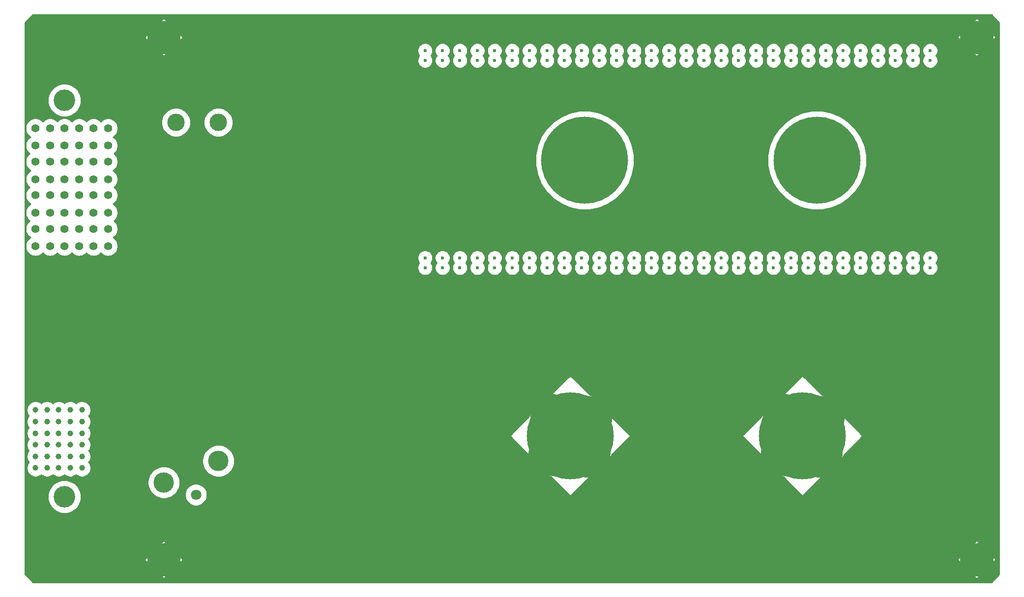
<source format=gbr>
G04 #@! TF.GenerationSoftware,KiCad,Pcbnew,(5.1.6)-1*
G04 #@! TF.CreationDate,2021-03-03T14:17:39+01:00*
G04 #@! TF.ProjectId,Busbar board,42757362-6172-4206-926f-6172642e6b69,rev?*
G04 #@! TF.SameCoordinates,PX4c4b360PY85843d4*
G04 #@! TF.FileFunction,Copper,L2,Bot*
G04 #@! TF.FilePolarity,Positive*
%FSLAX46Y46*%
G04 Gerber Fmt 4.6, Leading zero omitted, Abs format (unit mm)*
G04 Created by KiCad (PCBNEW (5.1.6)-1) date 2021-03-03 14:17:39*
%MOMM*%
%LPD*%
G01*
G04 APERTURE LIST*
G04 #@! TA.AperFunction,ViaPad*
%ADD10C,0.600000*%
G04 #@! TD*
G04 #@! TA.AperFunction,ComponentPad*
%ADD11C,5.000000*%
G04 #@! TD*
G04 #@! TA.AperFunction,ComponentPad*
%ADD12C,15.000000*%
G04 #@! TD*
G04 #@! TA.AperFunction,WasherPad*
%ADD13C,3.000000*%
G04 #@! TD*
G04 #@! TA.AperFunction,ComponentPad*
%ADD14C,1.800000*%
G04 #@! TD*
G04 #@! TA.AperFunction,WasherPad*
%ADD15C,3.500000*%
G04 #@! TD*
G04 #@! TA.AperFunction,ComponentPad*
%ADD16C,1.400000*%
G04 #@! TD*
G04 #@! TA.AperFunction,WasherPad*
%ADD17C,3.700000*%
G04 #@! TD*
G04 #@! TA.AperFunction,ComponentPad*
%ADD18C,1.000000*%
G04 #@! TD*
G04 #@! TA.AperFunction,ViaPad*
%ADD19C,0.800000*%
G04 #@! TD*
G04 #@! TA.AperFunction,Conductor*
%ADD20C,0.254000*%
G04 #@! TD*
G04 APERTURE END LIST*
D10*
X132000160Y87702260D03*
X129000160Y87702260D03*
X126000160Y87702260D03*
X123000160Y87702260D03*
X120000160Y87702260D03*
X117000160Y87702260D03*
X114000160Y87702260D03*
X111000160Y87702260D03*
X108000160Y87702260D03*
X105000160Y87702260D03*
X102000160Y87702260D03*
X99000160Y87702260D03*
X96000160Y87702260D03*
X93000160Y87702260D03*
X90000160Y87702260D03*
X87000160Y87702260D03*
X84000160Y87702260D03*
X81000160Y87702260D03*
X78000160Y87702260D03*
X75000160Y87702260D03*
X72000160Y87702260D03*
X69000160Y87702260D03*
X66000160Y87702260D03*
X63000160Y87702260D03*
X60000160Y87702260D03*
X57000160Y87702260D03*
X54000160Y87702260D03*
X51000160Y87702260D03*
X48000160Y87702260D03*
X45000160Y87702260D03*
X132000160Y86002260D03*
X129000160Y86002260D03*
X126000160Y86002260D03*
X123000160Y86002260D03*
X120000160Y86002260D03*
X117000160Y86002260D03*
X114000160Y86002260D03*
X111000160Y86002260D03*
X108000160Y86002260D03*
X105000160Y86002260D03*
X102000160Y86002260D03*
X99000160Y86002260D03*
X96000160Y86002260D03*
X93000160Y86002260D03*
X90000160Y86002260D03*
X87000160Y86002260D03*
X84000160Y86002260D03*
X81000160Y86002260D03*
X78000160Y86002260D03*
X75000160Y86002260D03*
X72000160Y86002260D03*
X69000160Y86002260D03*
X66000160Y86002260D03*
X63000160Y86002260D03*
X60000160Y86002260D03*
X57000160Y86002260D03*
X54000160Y86002260D03*
X51000160Y86002260D03*
X48000160Y86002260D03*
X132000160Y50302260D03*
X129000160Y50302260D03*
X126000160Y50302260D03*
X123000160Y50302260D03*
X120000160Y50302260D03*
X117000160Y50302260D03*
X114000160Y50302260D03*
X111000160Y50302260D03*
X108000160Y50302260D03*
X105000160Y50302260D03*
X102000160Y50302260D03*
X99000160Y50302260D03*
X96000160Y50302260D03*
X93000160Y50302260D03*
X90000160Y50302260D03*
X87000160Y50302260D03*
X84000160Y50302260D03*
X81000160Y50302260D03*
X78000160Y50302260D03*
X75000160Y50302260D03*
X72000160Y50302260D03*
X69000160Y50302260D03*
X66000160Y50302260D03*
X63000160Y50302260D03*
X60000160Y50302260D03*
X57000160Y50302260D03*
X54000160Y50302260D03*
X51000160Y50302260D03*
X48000160Y50302260D03*
X45000160Y50302260D03*
X132000160Y52002260D03*
X129000160Y52002260D03*
X126000160Y52002260D03*
X123000160Y52002260D03*
X120000160Y52002260D03*
X117000160Y52002260D03*
X114000160Y52002260D03*
X111000160Y52002260D03*
X108000160Y52002260D03*
X105000160Y52002260D03*
X102000160Y52002260D03*
X99000160Y52002260D03*
X96000160Y52002260D03*
X93000160Y52002260D03*
X90000160Y52002260D03*
X87000160Y52002260D03*
X84000160Y52002260D03*
X81000160Y52002260D03*
X78000160Y52002260D03*
X75000160Y52002260D03*
X72000160Y52002260D03*
X69000160Y52002260D03*
X66000160Y52002260D03*
X63000160Y52002260D03*
X60000160Y52002260D03*
X57000160Y52002260D03*
X54000160Y52002260D03*
X51000160Y52002260D03*
X48000160Y52002260D03*
X132000160Y-747740D03*
X129000160Y-747740D03*
X126000160Y-747740D03*
X123000160Y-747740D03*
X120000160Y-747740D03*
X117000160Y-747740D03*
X114000160Y-747740D03*
X111000160Y-747740D03*
X108000160Y-747740D03*
X105000160Y-747740D03*
X102000160Y-747740D03*
X99000160Y-747740D03*
X96000160Y-747740D03*
X93000160Y-747740D03*
X90000160Y-747740D03*
X87000160Y-747740D03*
X84000160Y-747740D03*
X81000160Y-747740D03*
X78000160Y-747740D03*
X75000160Y-747740D03*
X72000160Y-747740D03*
X69000160Y-747740D03*
X66000160Y-747740D03*
X63000160Y-747740D03*
X60000160Y-747740D03*
X57000160Y-747740D03*
X54000160Y-747740D03*
X51000160Y-747740D03*
X48000160Y-747740D03*
X45000160Y-747740D03*
X132000160Y1002260D03*
X129000160Y1002260D03*
X126000160Y1002260D03*
X123000160Y1002260D03*
X120000160Y1002260D03*
X117000160Y1002260D03*
X114000160Y1002260D03*
X111000160Y1002260D03*
X108000160Y1002260D03*
X105000160Y1002260D03*
X102000160Y1002260D03*
X99000160Y1002260D03*
X96000160Y1002260D03*
X93000160Y1002260D03*
X90000160Y1002260D03*
X87000160Y1002260D03*
X84000160Y1002260D03*
X81000160Y1002260D03*
X78000160Y1002260D03*
X75000160Y1002260D03*
X72000160Y1002260D03*
X69000160Y1002260D03*
X66000160Y1002260D03*
X63000160Y1002260D03*
X60000160Y1002260D03*
X57000160Y1002260D03*
X54000160Y1002260D03*
X51000160Y1002260D03*
X48000160Y1002260D03*
X45000160Y1002260D03*
X132000160Y2752260D03*
X129000160Y2752260D03*
X126000160Y2752260D03*
X123000160Y2752260D03*
X120000160Y2752260D03*
X117000160Y2752260D03*
X114000160Y2752260D03*
X111000160Y2752260D03*
X108000160Y2752260D03*
X105000160Y2752260D03*
X102000160Y2752260D03*
X99000160Y2752260D03*
X96000160Y2752260D03*
X93000160Y2752260D03*
X90000160Y2752260D03*
X87000160Y2752260D03*
X84000160Y2752260D03*
X81000160Y2752260D03*
X78000160Y2752260D03*
X75000160Y2752260D03*
X72000160Y2752260D03*
X69000160Y2752260D03*
X66000160Y2752260D03*
X63000160Y2752260D03*
X60000160Y2752260D03*
X57000160Y2752260D03*
X54000160Y2752260D03*
X51000160Y2752260D03*
X48000160Y2752260D03*
X45000160Y2752260D03*
X132000160Y4502260D03*
X129000160Y4502260D03*
X126000160Y4502260D03*
X123000160Y4502260D03*
X120000160Y4502260D03*
X117000160Y4502260D03*
X114000160Y4502260D03*
X111000160Y4502260D03*
X108000160Y4502260D03*
X105000160Y4502260D03*
X102000160Y4502260D03*
X99000160Y4502260D03*
X96000160Y4502260D03*
X93000160Y4502260D03*
X90000160Y4502260D03*
X87000160Y4502260D03*
X84000160Y4502260D03*
X81000160Y4502260D03*
X78000160Y4502260D03*
X75000160Y4502260D03*
X72000160Y4502260D03*
X69000160Y4502260D03*
X66000160Y4502260D03*
X63000160Y4502260D03*
X60000160Y4502260D03*
X57000160Y4502260D03*
X54000160Y4502260D03*
X51000160Y4502260D03*
X48000160Y4502260D03*
X45000160Y4502260D03*
D11*
X140000160Y2260D03*
X160Y90002260D03*
X140000160Y90002260D03*
X160Y2260D03*
D12*
X72500160Y68832260D03*
X112500160Y68832260D03*
X70000160Y21332260D03*
X110000160Y21332260D03*
D10*
X45000160Y52002260D03*
X45000160Y86002260D03*
D13*
X2097960Y75343040D03*
X9397960Y75343040D03*
D14*
X5550160Y11182260D03*
X5550160Y15382260D03*
D15*
X160Y13282260D03*
X9400160Y17002260D03*
D16*
X-9599840Y74337260D03*
X-12099840Y74337260D03*
X-14599840Y74337260D03*
X-17099840Y74337260D03*
X-19599840Y74337260D03*
X-22099840Y74337260D03*
X-9599840Y71337260D03*
X-12099840Y71337260D03*
X-14599840Y71337260D03*
X-17099840Y71337260D03*
X-19599840Y71337260D03*
X-22099840Y71337260D03*
X-19599840Y68557260D03*
X-19599840Y62777260D03*
X-19599840Y56997260D03*
X-19599840Y51217260D03*
X-19599840Y45437260D03*
X-19599840Y39657260D03*
X-19599840Y33877260D03*
X-9599840Y65557260D03*
X-9599840Y59777260D03*
X-9599840Y53997260D03*
X-9599840Y48217260D03*
X-9599840Y42437260D03*
X-9599840Y36657260D03*
X-9599840Y30877260D03*
X-22099840Y65557260D03*
X-22099840Y59777260D03*
X-22099840Y53997260D03*
X-22099840Y48217260D03*
X-22099840Y42437260D03*
X-22099840Y36657260D03*
X-22099840Y30877260D03*
X-14599840Y65557260D03*
X-14599840Y59777260D03*
X-14599840Y53997260D03*
X-14599840Y48217260D03*
X-14599840Y42437260D03*
X-14599840Y36657260D03*
X-14599840Y30877260D03*
X-14599840Y68557260D03*
X-14599840Y62777260D03*
X-14599840Y56997260D03*
X-14599840Y51217260D03*
X-14599840Y45437260D03*
X-14599840Y39657260D03*
X-14599840Y33877260D03*
X-12099840Y68557260D03*
X-12099840Y62777260D03*
X-12099840Y56997260D03*
X-12099840Y51217260D03*
X-12099840Y45437260D03*
X-12099840Y39657260D03*
X-12099840Y33877260D03*
X-17099840Y65557260D03*
X-17099840Y59777260D03*
X-17099840Y53997260D03*
X-17099840Y48217260D03*
X-17099840Y42437260D03*
X-17099840Y36657260D03*
X-17099840Y30877260D03*
X-12099840Y65557260D03*
X-12099840Y59777260D03*
X-12099840Y53997260D03*
X-12099840Y48217260D03*
X-12099840Y42437260D03*
X-12099840Y36657260D03*
X-12099840Y30877260D03*
X-19599840Y65557260D03*
X-19599840Y59777260D03*
X-19599840Y53997260D03*
X-19599840Y48217260D03*
X-19599840Y42437260D03*
X-19599840Y36657260D03*
X-19599840Y30877260D03*
X-17099840Y68557260D03*
X-17099840Y62777260D03*
X-17099840Y56997260D03*
X-17099840Y51217260D03*
X-17099840Y45437260D03*
X-17099840Y39657260D03*
X-17099840Y33877260D03*
X-22099840Y68557260D03*
X-22099840Y62777260D03*
X-22099840Y56997260D03*
X-22099840Y51217260D03*
X-22099840Y45437260D03*
X-22099840Y39657260D03*
X-22099840Y33877260D03*
X-9599840Y68557260D03*
X-9599840Y62777260D03*
X-9599840Y56997260D03*
X-9599840Y51217260D03*
X-9599840Y45437260D03*
X-9599840Y39657260D03*
X-9599840Y33877260D03*
D17*
X-17099840Y79157260D03*
X-17099840Y10837260D03*
D18*
X-22099840Y25777260D03*
X-20099840Y25777260D03*
X-18099840Y25777260D03*
X-16099840Y25777260D03*
X-14099840Y25777260D03*
X-22099840Y23777260D03*
X-20099840Y23777260D03*
X-18099840Y23777260D03*
X-16099840Y23777260D03*
X-14099840Y23777260D03*
X-22099840Y21777260D03*
X-20099840Y21777260D03*
X-18099840Y21777260D03*
X-16099840Y21777260D03*
X-14099840Y21777260D03*
X-22099840Y19777260D03*
X-20099840Y19777260D03*
X-18099840Y19777260D03*
X-16099840Y19777260D03*
X-14099840Y19777260D03*
X-22099840Y17777260D03*
X-20099840Y17777260D03*
X-18099840Y17777260D03*
X-16099840Y17777260D03*
X-14099840Y17777260D03*
X-22099840Y15777260D03*
X-20099840Y15777260D03*
X-18099840Y15777260D03*
X-16099840Y15777260D03*
X-14099840Y15777260D03*
D19*
X13643820Y73421380D03*
D20*
G36*
X143873161Y92535440D02*
G01*
X143873160Y-2530921D01*
X142533342Y-3870740D01*
X-22533021Y-3870740D01*
X-23668294Y-2735467D01*
X-943955Y-2735467D01*
X-619745Y-2733764D01*
X160Y-3353669D01*
X618362Y-2735467D01*
X139056045Y-2735467D01*
X139380255Y-2733764D01*
X140000160Y-3353669D01*
X140626611Y-2727218D01*
X139380255Y-2733764D01*
X139373709Y-2727218D01*
X139056045Y-2735467D01*
X618362Y-2735467D01*
X626611Y-2727218D01*
X-619745Y-2733764D01*
X-626291Y-2727218D01*
X-943955Y-2735467D01*
X-23668294Y-2735467D01*
X-23872840Y-2530922D01*
X-23872840Y2260D01*
X-3355769Y2260D01*
X-2729318Y-624191D01*
X2729638Y-624191D01*
X2737887Y-941855D01*
X2736184Y-617645D01*
X2729638Y-624191D01*
X-2729318Y-624191D01*
X-2735864Y622165D01*
X-3355769Y2260D01*
X-23872840Y2260D01*
X-23872840Y946375D01*
X-2737567Y946375D01*
X-2735864Y622165D01*
X-2729318Y628711D01*
X2729638Y628711D01*
X2736184Y-617645D01*
X3356089Y2260D01*
X136644231Y2260D01*
X137270682Y-624191D01*
X142729638Y-624191D01*
X142737887Y-941855D01*
X142736184Y-617645D01*
X142729638Y-624191D01*
X137270682Y-624191D01*
X137264136Y622165D01*
X136644231Y2260D01*
X3356089Y2260D01*
X2729638Y628711D01*
X-2729318Y628711D01*
X-2737567Y946375D01*
X137262433Y946375D01*
X137264136Y622165D01*
X137270682Y628711D01*
X142729638Y628711D01*
X142736184Y-617645D01*
X143356089Y2260D01*
X142729638Y628711D01*
X137270682Y628711D01*
X137262433Y946375D01*
X-2737567Y946375D01*
X-23872840Y946375D01*
X-23872840Y2731738D01*
X-626291Y2731738D01*
X620065Y2738284D01*
X626611Y2731738D01*
X139373709Y2731738D01*
X140620065Y2738284D01*
X140626611Y2731738D01*
X140944275Y2739987D01*
X140620065Y2738284D01*
X140000160Y3358189D01*
X139373709Y2731738D01*
X626611Y2731738D01*
X944275Y2739987D01*
X620065Y2738284D01*
X160Y3358189D01*
X-626291Y2731738D01*
X-23872840Y2731738D01*
X-23872840Y11120620D01*
X-19976840Y11120620D01*
X-19976840Y10553900D01*
X-19866279Y9998070D01*
X-19649405Y9474489D01*
X-19334552Y9003279D01*
X-18933821Y8602548D01*
X-18462611Y8287695D01*
X-17939030Y8070821D01*
X-17383200Y7960260D01*
X-16816480Y7960260D01*
X-16260650Y8070821D01*
X-15737069Y8287695D01*
X-15265859Y8602548D01*
X-14865128Y9003279D01*
X-14550275Y9474489D01*
X-14333401Y9998070D01*
X-14222840Y10553900D01*
X-14222840Y11120620D01*
X-14333401Y11676450D01*
X-14550275Y12200031D01*
X-14865128Y12671241D01*
X-15265859Y13071972D01*
X-15737069Y13386825D01*
X-16144941Y13555771D01*
X-2776840Y13555771D01*
X-2776840Y13008749D01*
X-2670122Y12472239D01*
X-2460786Y11966857D01*
X-2156877Y11512026D01*
X-1770074Y11125223D01*
X-1315243Y10821314D01*
X-809861Y10611978D01*
X-273351Y10505260D01*
X273671Y10505260D01*
X810181Y10611978D01*
X1315563Y10821314D01*
X1770394Y11125223D01*
X2017224Y11372053D01*
X3623160Y11372053D01*
X3623160Y10992467D01*
X3697213Y10620175D01*
X3842475Y10269483D01*
X4053361Y9953869D01*
X4321769Y9685461D01*
X4637383Y9474575D01*
X4988075Y9329313D01*
X5360367Y9255260D01*
X5739953Y9255260D01*
X6112245Y9329313D01*
X6462937Y9474575D01*
X6778551Y9685461D01*
X7046959Y9953869D01*
X7257845Y10269483D01*
X7403107Y10620175D01*
X7477160Y10992467D01*
X7477160Y11372053D01*
X7403107Y11744345D01*
X7257845Y12095037D01*
X7046959Y12410651D01*
X6778551Y12679059D01*
X6462937Y12889945D01*
X6112245Y13035207D01*
X5739953Y13109260D01*
X5360367Y13109260D01*
X4988075Y13035207D01*
X4637383Y12889945D01*
X4321769Y12679059D01*
X4053361Y12410651D01*
X3842475Y12095037D01*
X3697213Y11744345D01*
X3623160Y11372053D01*
X2017224Y11372053D01*
X2157197Y11512026D01*
X2461106Y11966857D01*
X2670442Y12472239D01*
X2777160Y13008749D01*
X2777160Y13555771D01*
X2670442Y14092281D01*
X2628557Y14193401D01*
X5454488Y14193401D01*
X5530505Y14094207D01*
X5645832Y14193401D01*
X5550160Y14289073D01*
X5454488Y14193401D01*
X2628557Y14193401D01*
X2461106Y14597663D01*
X2157197Y15052494D01*
X1807776Y15401915D01*
X4262107Y15401915D01*
X4361301Y15286588D01*
X4456973Y15382260D01*
X6643347Y15382260D01*
X6739019Y15286588D01*
X6838213Y15362605D01*
X6739019Y15477932D01*
X6643347Y15382260D01*
X4456973Y15382260D01*
X4361301Y15477932D01*
X4262107Y15401915D01*
X1807776Y15401915D01*
X1770394Y15439297D01*
X1315563Y15743206D01*
X810181Y15952542D01*
X273671Y16059260D01*
X-273351Y16059260D01*
X-809861Y15952542D01*
X-1315243Y15743206D01*
X-1770074Y15439297D01*
X-2156877Y15052494D01*
X-2460786Y14597663D01*
X-2670122Y14092281D01*
X-2776840Y13555771D01*
X-16144941Y13555771D01*
X-16260650Y13603699D01*
X-16816480Y13714260D01*
X-17383200Y13714260D01*
X-17939030Y13603699D01*
X-18462611Y13386825D01*
X-18933821Y13071972D01*
X-19334552Y12671241D01*
X-19649405Y12200031D01*
X-19866279Y11676450D01*
X-19976840Y11120620D01*
X-23872840Y11120620D01*
X-23872840Y25927656D01*
X-23626840Y25927656D01*
X-23626840Y25626864D01*
X-23568159Y25331850D01*
X-23453050Y25053954D01*
X-23285939Y24803854D01*
X-23259345Y24777260D01*
X-23285939Y24750666D01*
X-23453050Y24500566D01*
X-23568159Y24222670D01*
X-23626840Y23927656D01*
X-23626840Y23626864D01*
X-23568159Y23331850D01*
X-23453050Y23053954D01*
X-23285939Y22803854D01*
X-23259345Y22777260D01*
X-23285939Y22750666D01*
X-23453050Y22500566D01*
X-23568159Y22222670D01*
X-23626840Y21927656D01*
X-23626840Y21626864D01*
X-23568159Y21331850D01*
X-23453050Y21053954D01*
X-23285939Y20803854D01*
X-23259345Y20777260D01*
X-23285939Y20750666D01*
X-23453050Y20500566D01*
X-23568159Y20222670D01*
X-23626840Y19927656D01*
X-23626840Y19626864D01*
X-23568159Y19331850D01*
X-23453050Y19053954D01*
X-23285939Y18803854D01*
X-23259345Y18777260D01*
X-23285939Y18750666D01*
X-23453050Y18500566D01*
X-23568159Y18222670D01*
X-23626840Y17927656D01*
X-23626840Y17626864D01*
X-23568159Y17331850D01*
X-23453050Y17053954D01*
X-23285939Y16803854D01*
X-23259345Y16777260D01*
X-23285939Y16750666D01*
X-23453050Y16500566D01*
X-23568159Y16222670D01*
X-23626840Y15927656D01*
X-23626840Y15626864D01*
X-23568159Y15331850D01*
X-23453050Y15053954D01*
X-23285939Y14803854D01*
X-23073246Y14591161D01*
X-22823146Y14424050D01*
X-22545250Y14308941D01*
X-22250236Y14250260D01*
X-21949444Y14250260D01*
X-21654430Y14308941D01*
X-21376534Y14424050D01*
X-21126434Y14591161D01*
X-21099840Y14617755D01*
X-21073246Y14591161D01*
X-20823146Y14424050D01*
X-20545250Y14308941D01*
X-20250236Y14250260D01*
X-19949444Y14250260D01*
X-19654430Y14308941D01*
X-19376534Y14424050D01*
X-19126434Y14591161D01*
X-19099840Y14617755D01*
X-19073246Y14591161D01*
X-18823146Y14424050D01*
X-18545250Y14308941D01*
X-18250236Y14250260D01*
X-17949444Y14250260D01*
X-17654430Y14308941D01*
X-17376534Y14424050D01*
X-17126434Y14591161D01*
X-17099840Y14617755D01*
X-17073246Y14591161D01*
X-16823146Y14424050D01*
X-16545250Y14308941D01*
X-16250236Y14250260D01*
X-15949444Y14250260D01*
X-15654430Y14308941D01*
X-15376534Y14424050D01*
X-15126434Y14591161D01*
X-15099840Y14617755D01*
X-15073246Y14591161D01*
X-14823146Y14424050D01*
X-14545250Y14308941D01*
X-14250236Y14250260D01*
X-13949444Y14250260D01*
X-13654430Y14308941D01*
X-13376534Y14424050D01*
X-13126434Y14591161D01*
X-12913741Y14803854D01*
X-12746630Y15053954D01*
X-12631521Y15331850D01*
X-12572840Y15626864D01*
X-12572840Y15927656D01*
X-12631521Y16222670D01*
X-12746630Y16500566D01*
X-12793771Y16571119D01*
X5454488Y16571119D01*
X5550160Y16475447D01*
X5645832Y16571119D01*
X5569815Y16670313D01*
X5454488Y16571119D01*
X-12793771Y16571119D01*
X-12913741Y16750666D01*
X-12940335Y16777260D01*
X-12913741Y16803854D01*
X-12746630Y17053954D01*
X-12654750Y17275771D01*
X6623160Y17275771D01*
X6623160Y16728749D01*
X6729878Y16192239D01*
X6939214Y15686857D01*
X7243123Y15232026D01*
X7629926Y14845223D01*
X8084757Y14541314D01*
X8590139Y14331978D01*
X9126649Y14225260D01*
X9673671Y14225260D01*
X10210181Y14331978D01*
X10715563Y14541314D01*
X10890662Y14658312D01*
X65735538Y14658312D01*
X66639204Y14266219D01*
X70000160Y10905263D01*
X73361116Y14266219D01*
X65735538Y14658312D01*
X105735538Y14658312D01*
X106639204Y14266219D01*
X110000160Y10905263D01*
X113361116Y14266219D01*
X105735538Y14658312D01*
X65735538Y14658312D01*
X10890662Y14658312D01*
X11170394Y14845223D01*
X11557197Y15232026D01*
X11861106Y15686857D01*
X12070442Y16192239D01*
X12177160Y16728749D01*
X12177160Y17067638D01*
X76674108Y17067638D01*
X116674108Y17067638D01*
X117066201Y17971304D01*
X120427157Y21332260D01*
X117066201Y24693216D01*
X116674108Y17067638D01*
X76674108Y17067638D01*
X77066201Y17971304D01*
X80427157Y21332260D01*
X99573163Y21332260D01*
X102934119Y17971304D01*
X103326212Y25596882D01*
X102934119Y24693216D01*
X99573163Y21332260D01*
X80427157Y21332260D01*
X77066201Y24693216D01*
X76674108Y17067638D01*
X12177160Y17067638D01*
X12177160Y17275771D01*
X12070442Y17812281D01*
X11861106Y18317663D01*
X11557197Y18772494D01*
X11170394Y19159297D01*
X10715563Y19463206D01*
X10210181Y19672542D01*
X9673671Y19779260D01*
X9126649Y19779260D01*
X8590139Y19672542D01*
X8084757Y19463206D01*
X7629926Y19159297D01*
X7243123Y18772494D01*
X6939214Y18317663D01*
X6729878Y17812281D01*
X6623160Y17275771D01*
X-12654750Y17275771D01*
X-12631521Y17331850D01*
X-12572840Y17626864D01*
X-12572840Y17927656D01*
X-12631521Y18222670D01*
X-12746630Y18500566D01*
X-12913741Y18750666D01*
X-12940335Y18777260D01*
X-12913741Y18803854D01*
X-12746630Y19053954D01*
X-12631521Y19331850D01*
X-12572840Y19626864D01*
X-12572840Y19927656D01*
X-12631521Y20222670D01*
X-12746630Y20500566D01*
X-12913741Y20750666D01*
X-12940335Y20777260D01*
X-12913741Y20803854D01*
X-12746630Y21053954D01*
X-12631521Y21331850D01*
X-12631440Y21332260D01*
X59573163Y21332260D01*
X62934119Y17971304D01*
X63326212Y25596882D01*
X62934119Y24693216D01*
X59573163Y21332260D01*
X-12631440Y21332260D01*
X-12572840Y21626864D01*
X-12572840Y21927656D01*
X-12631521Y22222670D01*
X-12746630Y22500566D01*
X-12913741Y22750666D01*
X-12940335Y22777260D01*
X-12913741Y22803854D01*
X-12746630Y23053954D01*
X-12631521Y23331850D01*
X-12572840Y23626864D01*
X-12572840Y23927656D01*
X-12631521Y24222670D01*
X-12746630Y24500566D01*
X-12913741Y24750666D01*
X-12940335Y24777260D01*
X-12913741Y24803854D01*
X-12746630Y25053954D01*
X-12631521Y25331850D01*
X-12572840Y25626864D01*
X-12572840Y25927656D01*
X-12631521Y26222670D01*
X-12746630Y26500566D01*
X-12913741Y26750666D01*
X-13126434Y26963359D01*
X-13376534Y27130470D01*
X-13654430Y27245579D01*
X-13949444Y27304260D01*
X-14250236Y27304260D01*
X-14545250Y27245579D01*
X-14823146Y27130470D01*
X-15073246Y26963359D01*
X-15099840Y26936765D01*
X-15126434Y26963359D01*
X-15376534Y27130470D01*
X-15654430Y27245579D01*
X-15949444Y27304260D01*
X-16250236Y27304260D01*
X-16545250Y27245579D01*
X-16823146Y27130470D01*
X-17073246Y26963359D01*
X-17099840Y26936765D01*
X-17126434Y26963359D01*
X-17376534Y27130470D01*
X-17654430Y27245579D01*
X-17949444Y27304260D01*
X-18250236Y27304260D01*
X-18545250Y27245579D01*
X-18823146Y27130470D01*
X-19073246Y26963359D01*
X-19099840Y26936765D01*
X-19126434Y26963359D01*
X-19376534Y27130470D01*
X-19654430Y27245579D01*
X-19949444Y27304260D01*
X-20250236Y27304260D01*
X-20545250Y27245579D01*
X-20823146Y27130470D01*
X-21073246Y26963359D01*
X-21099840Y26936765D01*
X-21126434Y26963359D01*
X-21376534Y27130470D01*
X-21654430Y27245579D01*
X-21949444Y27304260D01*
X-22250236Y27304260D01*
X-22545250Y27245579D01*
X-22823146Y27130470D01*
X-23073246Y26963359D01*
X-23285939Y26750666D01*
X-23453050Y26500566D01*
X-23568159Y26222670D01*
X-23626840Y25927656D01*
X-23872840Y25927656D01*
X-23872840Y28398301D01*
X66639204Y28398301D01*
X74264782Y28006208D01*
X73361116Y28398301D01*
X106639204Y28398301D01*
X114264782Y28006208D01*
X113361116Y28398301D01*
X110000160Y31759257D01*
X106639204Y28398301D01*
X73361116Y28398301D01*
X70000160Y31759257D01*
X66639204Y28398301D01*
X-23872840Y28398301D01*
X-23872840Y29899720D01*
X-22267035Y29899720D01*
X-22179378Y29792939D01*
X-22020302Y29792939D01*
X-21932645Y29899720D01*
X-19767035Y29899720D01*
X-19679378Y29792939D01*
X-19520302Y29792939D01*
X-19432645Y29899720D01*
X-17267035Y29899720D01*
X-17179378Y29792939D01*
X-17020302Y29792939D01*
X-16932645Y29899720D01*
X-14767035Y29899720D01*
X-14679378Y29792939D01*
X-14520302Y29792939D01*
X-14432645Y29899720D01*
X-12267035Y29899720D01*
X-12179378Y29792939D01*
X-12020302Y29792939D01*
X-11932645Y29899720D01*
X-9767035Y29899720D01*
X-9679378Y29792939D01*
X-9520302Y29792939D01*
X-9432645Y29899720D01*
X-9599840Y30066916D01*
X-9767035Y29899720D01*
X-11932645Y29899720D01*
X-12099840Y30066916D01*
X-12267035Y29899720D01*
X-14432645Y29899720D01*
X-14599840Y30066916D01*
X-14767035Y29899720D01*
X-16932645Y29899720D01*
X-17099840Y30066916D01*
X-17267035Y29899720D01*
X-19432645Y29899720D01*
X-19599840Y30066916D01*
X-19767035Y29899720D01*
X-21932645Y29899720D01*
X-22099840Y30066916D01*
X-22267035Y29899720D01*
X-23872840Y29899720D01*
X-23872840Y30956798D01*
X-23184161Y30956798D01*
X-23184161Y30797722D01*
X-23077380Y30710065D01*
X-22910184Y30877260D01*
X-21289496Y30877260D01*
X-21122300Y30710065D01*
X-21015519Y30797722D01*
X-21015519Y30956798D01*
X-20684161Y30956798D01*
X-20684161Y30797722D01*
X-20577380Y30710065D01*
X-20410184Y30877260D01*
X-18789496Y30877260D01*
X-18622300Y30710065D01*
X-18515519Y30797722D01*
X-18515519Y30956798D01*
X-18184161Y30956798D01*
X-18184161Y30797722D01*
X-18077380Y30710065D01*
X-17910184Y30877260D01*
X-16289496Y30877260D01*
X-16122300Y30710065D01*
X-16015519Y30797722D01*
X-16015519Y30956798D01*
X-15684161Y30956798D01*
X-15684161Y30797722D01*
X-15577380Y30710065D01*
X-15410184Y30877260D01*
X-13789496Y30877260D01*
X-13622300Y30710065D01*
X-13515519Y30797722D01*
X-13515519Y30956798D01*
X-13184161Y30956798D01*
X-13184161Y30797722D01*
X-13077380Y30710065D01*
X-12910184Y30877260D01*
X-11289496Y30877260D01*
X-11122300Y30710065D01*
X-11015519Y30797722D01*
X-11015519Y30956798D01*
X-10684161Y30956798D01*
X-10684161Y30797722D01*
X-10577380Y30710065D01*
X-10410184Y30877260D01*
X-8789496Y30877260D01*
X-8622300Y30710065D01*
X-8515519Y30797722D01*
X-8515519Y30956798D01*
X-8622300Y31044455D01*
X-8789496Y30877260D01*
X-10410184Y30877260D01*
X-10577380Y31044455D01*
X-10684161Y30956798D01*
X-11015519Y30956798D01*
X-11122300Y31044455D01*
X-11289496Y30877260D01*
X-12910184Y30877260D01*
X-13077380Y31044455D01*
X-13184161Y30956798D01*
X-13515519Y30956798D01*
X-13622300Y31044455D01*
X-13789496Y30877260D01*
X-15410184Y30877260D01*
X-15577380Y31044455D01*
X-15684161Y30956798D01*
X-16015519Y30956798D01*
X-16122300Y31044455D01*
X-16289496Y30877260D01*
X-17910184Y30877260D01*
X-18077380Y31044455D01*
X-18184161Y30956798D01*
X-18515519Y30956798D01*
X-18622300Y31044455D01*
X-18789496Y30877260D01*
X-20410184Y30877260D01*
X-20577380Y31044455D01*
X-20684161Y30956798D01*
X-21015519Y30956798D01*
X-21122300Y31044455D01*
X-21289496Y30877260D01*
X-22910184Y30877260D01*
X-23077380Y31044455D01*
X-23184161Y30956798D01*
X-23872840Y30956798D01*
X-23872840Y31854800D01*
X-22267035Y31854800D01*
X-22099840Y31687604D01*
X-21932645Y31854800D01*
X-19767035Y31854800D01*
X-19599840Y31687604D01*
X-19432645Y31854800D01*
X-17267035Y31854800D01*
X-17099840Y31687604D01*
X-16932645Y31854800D01*
X-14767035Y31854800D01*
X-14599840Y31687604D01*
X-14432645Y31854800D01*
X-12267035Y31854800D01*
X-12099840Y31687604D01*
X-11932645Y31854800D01*
X-9767035Y31854800D01*
X-9599840Y31687604D01*
X-9432645Y31854800D01*
X-9520302Y31961581D01*
X-9679378Y31961581D01*
X-9767035Y31854800D01*
X-11932645Y31854800D01*
X-12020302Y31961581D01*
X-12179378Y31961581D01*
X-12267035Y31854800D01*
X-14432645Y31854800D01*
X-14520302Y31961581D01*
X-14679378Y31961581D01*
X-14767035Y31854800D01*
X-16932645Y31854800D01*
X-17020302Y31961581D01*
X-17179378Y31961581D01*
X-17267035Y31854800D01*
X-19432645Y31854800D01*
X-19520302Y31961581D01*
X-19679378Y31961581D01*
X-19767035Y31854800D01*
X-21932645Y31854800D01*
X-22020302Y31961581D01*
X-22179378Y31961581D01*
X-22267035Y31854800D01*
X-23872840Y31854800D01*
X-23872840Y32899720D01*
X-22267035Y32899720D01*
X-22179378Y32792939D01*
X-22020302Y32792939D01*
X-21932645Y32899720D01*
X-19767035Y32899720D01*
X-19679378Y32792939D01*
X-19520302Y32792939D01*
X-19432645Y32899720D01*
X-17267035Y32899720D01*
X-17179378Y32792939D01*
X-17020302Y32792939D01*
X-16932645Y32899720D01*
X-14767035Y32899720D01*
X-14679378Y32792939D01*
X-14520302Y32792939D01*
X-14432645Y32899720D01*
X-12267035Y32899720D01*
X-12179378Y32792939D01*
X-12020302Y32792939D01*
X-11932645Y32899720D01*
X-9767035Y32899720D01*
X-9679378Y32792939D01*
X-9520302Y32792939D01*
X-9432645Y32899720D01*
X-9599840Y33066916D01*
X-9767035Y32899720D01*
X-11932645Y32899720D01*
X-12099840Y33066916D01*
X-12267035Y32899720D01*
X-14432645Y32899720D01*
X-14599840Y33066916D01*
X-14767035Y32899720D01*
X-16932645Y32899720D01*
X-17099840Y33066916D01*
X-17267035Y32899720D01*
X-19432645Y32899720D01*
X-19599840Y33066916D01*
X-19767035Y32899720D01*
X-21932645Y32899720D01*
X-22099840Y33066916D01*
X-22267035Y32899720D01*
X-23872840Y32899720D01*
X-23872840Y33956798D01*
X-23184161Y33956798D01*
X-23184161Y33797722D01*
X-23077380Y33710065D01*
X-22910184Y33877260D01*
X-21289496Y33877260D01*
X-21122300Y33710065D01*
X-21015519Y33797722D01*
X-21015519Y33956798D01*
X-20684161Y33956798D01*
X-20684161Y33797722D01*
X-20577380Y33710065D01*
X-20410184Y33877260D01*
X-18789496Y33877260D01*
X-18622300Y33710065D01*
X-18515519Y33797722D01*
X-18515519Y33956798D01*
X-18184161Y33956798D01*
X-18184161Y33797722D01*
X-18077380Y33710065D01*
X-17910184Y33877260D01*
X-16289496Y33877260D01*
X-16122300Y33710065D01*
X-16015519Y33797722D01*
X-16015519Y33956798D01*
X-15684161Y33956798D01*
X-15684161Y33797722D01*
X-15577380Y33710065D01*
X-15410184Y33877260D01*
X-13789496Y33877260D01*
X-13622300Y33710065D01*
X-13515519Y33797722D01*
X-13515519Y33956798D01*
X-13184161Y33956798D01*
X-13184161Y33797722D01*
X-13077380Y33710065D01*
X-12910184Y33877260D01*
X-11289496Y33877260D01*
X-11122300Y33710065D01*
X-11015519Y33797722D01*
X-11015519Y33956798D01*
X-10684161Y33956798D01*
X-10684161Y33797722D01*
X-10577380Y33710065D01*
X-10410184Y33877260D01*
X-8789496Y33877260D01*
X-8622300Y33710065D01*
X-8515519Y33797722D01*
X-8515519Y33956798D01*
X-8622300Y34044455D01*
X-8789496Y33877260D01*
X-10410184Y33877260D01*
X-10577380Y34044455D01*
X-10684161Y33956798D01*
X-11015519Y33956798D01*
X-11122300Y34044455D01*
X-11289496Y33877260D01*
X-12910184Y33877260D01*
X-13077380Y34044455D01*
X-13184161Y33956798D01*
X-13515519Y33956798D01*
X-13622300Y34044455D01*
X-13789496Y33877260D01*
X-15410184Y33877260D01*
X-15577380Y34044455D01*
X-15684161Y33956798D01*
X-16015519Y33956798D01*
X-16122300Y34044455D01*
X-16289496Y33877260D01*
X-17910184Y33877260D01*
X-18077380Y34044455D01*
X-18184161Y33956798D01*
X-18515519Y33956798D01*
X-18622300Y34044455D01*
X-18789496Y33877260D01*
X-20410184Y33877260D01*
X-20577380Y34044455D01*
X-20684161Y33956798D01*
X-21015519Y33956798D01*
X-21122300Y34044455D01*
X-21289496Y33877260D01*
X-22910184Y33877260D01*
X-23077380Y34044455D01*
X-23184161Y33956798D01*
X-23872840Y33956798D01*
X-23872840Y34854800D01*
X-22267035Y34854800D01*
X-22099840Y34687604D01*
X-21932645Y34854800D01*
X-19767035Y34854800D01*
X-19599840Y34687604D01*
X-19432645Y34854800D01*
X-17267035Y34854800D01*
X-17099840Y34687604D01*
X-16932645Y34854800D01*
X-14767035Y34854800D01*
X-14599840Y34687604D01*
X-14432645Y34854800D01*
X-12267035Y34854800D01*
X-12099840Y34687604D01*
X-11932645Y34854800D01*
X-9767035Y34854800D01*
X-9599840Y34687604D01*
X-9432645Y34854800D01*
X-9520302Y34961581D01*
X-9679378Y34961581D01*
X-9767035Y34854800D01*
X-11932645Y34854800D01*
X-12020302Y34961581D01*
X-12179378Y34961581D01*
X-12267035Y34854800D01*
X-14432645Y34854800D01*
X-14520302Y34961581D01*
X-14679378Y34961581D01*
X-14767035Y34854800D01*
X-16932645Y34854800D01*
X-17020302Y34961581D01*
X-17179378Y34961581D01*
X-17267035Y34854800D01*
X-19432645Y34854800D01*
X-19520302Y34961581D01*
X-19679378Y34961581D01*
X-19767035Y34854800D01*
X-21932645Y34854800D01*
X-22020302Y34961581D01*
X-22179378Y34961581D01*
X-22267035Y34854800D01*
X-23872840Y34854800D01*
X-23872840Y35679720D01*
X-22267035Y35679720D01*
X-22179378Y35572939D01*
X-22020302Y35572939D01*
X-21932645Y35679720D01*
X-19767035Y35679720D01*
X-19679378Y35572939D01*
X-19520302Y35572939D01*
X-19432645Y35679720D01*
X-17267035Y35679720D01*
X-17179378Y35572939D01*
X-17020302Y35572939D01*
X-16932645Y35679720D01*
X-14767035Y35679720D01*
X-14679378Y35572939D01*
X-14520302Y35572939D01*
X-14432645Y35679720D01*
X-12267035Y35679720D01*
X-12179378Y35572939D01*
X-12020302Y35572939D01*
X-11932645Y35679720D01*
X-9767035Y35679720D01*
X-9679378Y35572939D01*
X-9520302Y35572939D01*
X-9432645Y35679720D01*
X-9599840Y35846916D01*
X-9767035Y35679720D01*
X-11932645Y35679720D01*
X-12099840Y35846916D01*
X-12267035Y35679720D01*
X-14432645Y35679720D01*
X-14599840Y35846916D01*
X-14767035Y35679720D01*
X-16932645Y35679720D01*
X-17099840Y35846916D01*
X-17267035Y35679720D01*
X-19432645Y35679720D01*
X-19599840Y35846916D01*
X-19767035Y35679720D01*
X-21932645Y35679720D01*
X-22099840Y35846916D01*
X-22267035Y35679720D01*
X-23872840Y35679720D01*
X-23872840Y36736798D01*
X-23184161Y36736798D01*
X-23184161Y36577722D01*
X-23077380Y36490065D01*
X-22910184Y36657260D01*
X-21289496Y36657260D01*
X-21122300Y36490065D01*
X-21015519Y36577722D01*
X-21015519Y36736798D01*
X-20684161Y36736798D01*
X-20684161Y36577722D01*
X-20577380Y36490065D01*
X-20410184Y36657260D01*
X-18789496Y36657260D01*
X-18622300Y36490065D01*
X-18515519Y36577722D01*
X-18515519Y36736798D01*
X-18184161Y36736798D01*
X-18184161Y36577722D01*
X-18077380Y36490065D01*
X-17910184Y36657260D01*
X-16289496Y36657260D01*
X-16122300Y36490065D01*
X-16015519Y36577722D01*
X-16015519Y36736798D01*
X-15684161Y36736798D01*
X-15684161Y36577722D01*
X-15577380Y36490065D01*
X-15410184Y36657260D01*
X-13789496Y36657260D01*
X-13622300Y36490065D01*
X-13515519Y36577722D01*
X-13515519Y36736798D01*
X-13184161Y36736798D01*
X-13184161Y36577722D01*
X-13077380Y36490065D01*
X-12910184Y36657260D01*
X-11289496Y36657260D01*
X-11122300Y36490065D01*
X-11015519Y36577722D01*
X-11015519Y36736798D01*
X-10684161Y36736798D01*
X-10684161Y36577722D01*
X-10577380Y36490065D01*
X-10410184Y36657260D01*
X-8789496Y36657260D01*
X-8622300Y36490065D01*
X-8515519Y36577722D01*
X-8515519Y36736798D01*
X-8622300Y36824455D01*
X-8789496Y36657260D01*
X-10410184Y36657260D01*
X-10577380Y36824455D01*
X-10684161Y36736798D01*
X-11015519Y36736798D01*
X-11122300Y36824455D01*
X-11289496Y36657260D01*
X-12910184Y36657260D01*
X-13077380Y36824455D01*
X-13184161Y36736798D01*
X-13515519Y36736798D01*
X-13622300Y36824455D01*
X-13789496Y36657260D01*
X-15410184Y36657260D01*
X-15577380Y36824455D01*
X-15684161Y36736798D01*
X-16015519Y36736798D01*
X-16122300Y36824455D01*
X-16289496Y36657260D01*
X-17910184Y36657260D01*
X-18077380Y36824455D01*
X-18184161Y36736798D01*
X-18515519Y36736798D01*
X-18622300Y36824455D01*
X-18789496Y36657260D01*
X-20410184Y36657260D01*
X-20577380Y36824455D01*
X-20684161Y36736798D01*
X-21015519Y36736798D01*
X-21122300Y36824455D01*
X-21289496Y36657260D01*
X-22910184Y36657260D01*
X-23077380Y36824455D01*
X-23184161Y36736798D01*
X-23872840Y36736798D01*
X-23872840Y37634800D01*
X-22267035Y37634800D01*
X-22099840Y37467604D01*
X-21932645Y37634800D01*
X-19767035Y37634800D01*
X-19599840Y37467604D01*
X-19432645Y37634800D01*
X-17267035Y37634800D01*
X-17099840Y37467604D01*
X-16932645Y37634800D01*
X-14767035Y37634800D01*
X-14599840Y37467604D01*
X-14432645Y37634800D01*
X-12267035Y37634800D01*
X-12099840Y37467604D01*
X-11932645Y37634800D01*
X-9767035Y37634800D01*
X-9599840Y37467604D01*
X-9432645Y37634800D01*
X-9520302Y37741581D01*
X-9679378Y37741581D01*
X-9767035Y37634800D01*
X-11932645Y37634800D01*
X-12020302Y37741581D01*
X-12179378Y37741581D01*
X-12267035Y37634800D01*
X-14432645Y37634800D01*
X-14520302Y37741581D01*
X-14679378Y37741581D01*
X-14767035Y37634800D01*
X-16932645Y37634800D01*
X-17020302Y37741581D01*
X-17179378Y37741581D01*
X-17267035Y37634800D01*
X-19432645Y37634800D01*
X-19520302Y37741581D01*
X-19679378Y37741581D01*
X-19767035Y37634800D01*
X-21932645Y37634800D01*
X-22020302Y37741581D01*
X-22179378Y37741581D01*
X-22267035Y37634800D01*
X-23872840Y37634800D01*
X-23872840Y38679720D01*
X-22267035Y38679720D01*
X-22179378Y38572939D01*
X-22020302Y38572939D01*
X-21932645Y38679720D01*
X-19767035Y38679720D01*
X-19679378Y38572939D01*
X-19520302Y38572939D01*
X-19432645Y38679720D01*
X-17267035Y38679720D01*
X-17179378Y38572939D01*
X-17020302Y38572939D01*
X-16932645Y38679720D01*
X-14767035Y38679720D01*
X-14679378Y38572939D01*
X-14520302Y38572939D01*
X-14432645Y38679720D01*
X-12267035Y38679720D01*
X-12179378Y38572939D01*
X-12020302Y38572939D01*
X-11932645Y38679720D01*
X-9767035Y38679720D01*
X-9679378Y38572939D01*
X-9520302Y38572939D01*
X-9432645Y38679720D01*
X-9599840Y38846916D01*
X-9767035Y38679720D01*
X-11932645Y38679720D01*
X-12099840Y38846916D01*
X-12267035Y38679720D01*
X-14432645Y38679720D01*
X-14599840Y38846916D01*
X-14767035Y38679720D01*
X-16932645Y38679720D01*
X-17099840Y38846916D01*
X-17267035Y38679720D01*
X-19432645Y38679720D01*
X-19599840Y38846916D01*
X-19767035Y38679720D01*
X-21932645Y38679720D01*
X-22099840Y38846916D01*
X-22267035Y38679720D01*
X-23872840Y38679720D01*
X-23872840Y39736798D01*
X-23184161Y39736798D01*
X-23184161Y39577722D01*
X-23077380Y39490065D01*
X-22910184Y39657260D01*
X-21289496Y39657260D01*
X-21122300Y39490065D01*
X-21015519Y39577722D01*
X-21015519Y39736798D01*
X-20684161Y39736798D01*
X-20684161Y39577722D01*
X-20577380Y39490065D01*
X-20410184Y39657260D01*
X-18789496Y39657260D01*
X-18622300Y39490065D01*
X-18515519Y39577722D01*
X-18515519Y39736798D01*
X-18184161Y39736798D01*
X-18184161Y39577722D01*
X-18077380Y39490065D01*
X-17910184Y39657260D01*
X-16289496Y39657260D01*
X-16122300Y39490065D01*
X-16015519Y39577722D01*
X-16015519Y39736798D01*
X-15684161Y39736798D01*
X-15684161Y39577722D01*
X-15577380Y39490065D01*
X-15410184Y39657260D01*
X-13789496Y39657260D01*
X-13622300Y39490065D01*
X-13515519Y39577722D01*
X-13515519Y39736798D01*
X-13184161Y39736798D01*
X-13184161Y39577722D01*
X-13077380Y39490065D01*
X-12910184Y39657260D01*
X-11289496Y39657260D01*
X-11122300Y39490065D01*
X-11015519Y39577722D01*
X-11015519Y39736798D01*
X-10684161Y39736798D01*
X-10684161Y39577722D01*
X-10577380Y39490065D01*
X-10410184Y39657260D01*
X-8789496Y39657260D01*
X-8622300Y39490065D01*
X-8515519Y39577722D01*
X-8515519Y39736798D01*
X-8622300Y39824455D01*
X-8789496Y39657260D01*
X-10410184Y39657260D01*
X-10577380Y39824455D01*
X-10684161Y39736798D01*
X-11015519Y39736798D01*
X-11122300Y39824455D01*
X-11289496Y39657260D01*
X-12910184Y39657260D01*
X-13077380Y39824455D01*
X-13184161Y39736798D01*
X-13515519Y39736798D01*
X-13622300Y39824455D01*
X-13789496Y39657260D01*
X-15410184Y39657260D01*
X-15577380Y39824455D01*
X-15684161Y39736798D01*
X-16015519Y39736798D01*
X-16122300Y39824455D01*
X-16289496Y39657260D01*
X-17910184Y39657260D01*
X-18077380Y39824455D01*
X-18184161Y39736798D01*
X-18515519Y39736798D01*
X-18622300Y39824455D01*
X-18789496Y39657260D01*
X-20410184Y39657260D01*
X-20577380Y39824455D01*
X-20684161Y39736798D01*
X-21015519Y39736798D01*
X-21122300Y39824455D01*
X-21289496Y39657260D01*
X-22910184Y39657260D01*
X-23077380Y39824455D01*
X-23184161Y39736798D01*
X-23872840Y39736798D01*
X-23872840Y40634800D01*
X-22267035Y40634800D01*
X-22099840Y40467604D01*
X-21932645Y40634800D01*
X-19767035Y40634800D01*
X-19599840Y40467604D01*
X-19432645Y40634800D01*
X-17267035Y40634800D01*
X-17099840Y40467604D01*
X-16932645Y40634800D01*
X-14767035Y40634800D01*
X-14599840Y40467604D01*
X-14432645Y40634800D01*
X-12267035Y40634800D01*
X-12099840Y40467604D01*
X-11932645Y40634800D01*
X-9767035Y40634800D01*
X-9599840Y40467604D01*
X-9432645Y40634800D01*
X-9520302Y40741581D01*
X-9679378Y40741581D01*
X-9767035Y40634800D01*
X-11932645Y40634800D01*
X-12020302Y40741581D01*
X-12179378Y40741581D01*
X-12267035Y40634800D01*
X-14432645Y40634800D01*
X-14520302Y40741581D01*
X-14679378Y40741581D01*
X-14767035Y40634800D01*
X-16932645Y40634800D01*
X-17020302Y40741581D01*
X-17179378Y40741581D01*
X-17267035Y40634800D01*
X-19432645Y40634800D01*
X-19520302Y40741581D01*
X-19679378Y40741581D01*
X-19767035Y40634800D01*
X-21932645Y40634800D01*
X-22020302Y40741581D01*
X-22179378Y40741581D01*
X-22267035Y40634800D01*
X-23872840Y40634800D01*
X-23872840Y41459720D01*
X-22267035Y41459720D01*
X-22179378Y41352939D01*
X-22020302Y41352939D01*
X-21932645Y41459720D01*
X-19767035Y41459720D01*
X-19679378Y41352939D01*
X-19520302Y41352939D01*
X-19432645Y41459720D01*
X-17267035Y41459720D01*
X-17179378Y41352939D01*
X-17020302Y41352939D01*
X-16932645Y41459720D01*
X-14767035Y41459720D01*
X-14679378Y41352939D01*
X-14520302Y41352939D01*
X-14432645Y41459720D01*
X-12267035Y41459720D01*
X-12179378Y41352939D01*
X-12020302Y41352939D01*
X-11932645Y41459720D01*
X-9767035Y41459720D01*
X-9679378Y41352939D01*
X-9520302Y41352939D01*
X-9432645Y41459720D01*
X-9599840Y41626916D01*
X-9767035Y41459720D01*
X-11932645Y41459720D01*
X-12099840Y41626916D01*
X-12267035Y41459720D01*
X-14432645Y41459720D01*
X-14599840Y41626916D01*
X-14767035Y41459720D01*
X-16932645Y41459720D01*
X-17099840Y41626916D01*
X-17267035Y41459720D01*
X-19432645Y41459720D01*
X-19599840Y41626916D01*
X-19767035Y41459720D01*
X-21932645Y41459720D01*
X-22099840Y41626916D01*
X-22267035Y41459720D01*
X-23872840Y41459720D01*
X-23872840Y42516798D01*
X-23184161Y42516798D01*
X-23184161Y42357722D01*
X-23077380Y42270065D01*
X-22910184Y42437260D01*
X-21289496Y42437260D01*
X-21122300Y42270065D01*
X-21015519Y42357722D01*
X-21015519Y42516798D01*
X-20684161Y42516798D01*
X-20684161Y42357722D01*
X-20577380Y42270065D01*
X-20410184Y42437260D01*
X-18789496Y42437260D01*
X-18622300Y42270065D01*
X-18515519Y42357722D01*
X-18515519Y42516798D01*
X-18184161Y42516798D01*
X-18184161Y42357722D01*
X-18077380Y42270065D01*
X-17910184Y42437260D01*
X-16289496Y42437260D01*
X-16122300Y42270065D01*
X-16015519Y42357722D01*
X-16015519Y42516798D01*
X-15684161Y42516798D01*
X-15684161Y42357722D01*
X-15577380Y42270065D01*
X-15410184Y42437260D01*
X-13789496Y42437260D01*
X-13622300Y42270065D01*
X-13515519Y42357722D01*
X-13515519Y42516798D01*
X-13184161Y42516798D01*
X-13184161Y42357722D01*
X-13077380Y42270065D01*
X-12910184Y42437260D01*
X-11289496Y42437260D01*
X-11122300Y42270065D01*
X-11015519Y42357722D01*
X-11015519Y42516798D01*
X-10684161Y42516798D01*
X-10684161Y42357722D01*
X-10577380Y42270065D01*
X-10410184Y42437260D01*
X-8789496Y42437260D01*
X-8622300Y42270065D01*
X-8515519Y42357722D01*
X-8515519Y42516798D01*
X-8622300Y42604455D01*
X-8789496Y42437260D01*
X-10410184Y42437260D01*
X-10577380Y42604455D01*
X-10684161Y42516798D01*
X-11015519Y42516798D01*
X-11122300Y42604455D01*
X-11289496Y42437260D01*
X-12910184Y42437260D01*
X-13077380Y42604455D01*
X-13184161Y42516798D01*
X-13515519Y42516798D01*
X-13622300Y42604455D01*
X-13789496Y42437260D01*
X-15410184Y42437260D01*
X-15577380Y42604455D01*
X-15684161Y42516798D01*
X-16015519Y42516798D01*
X-16122300Y42604455D01*
X-16289496Y42437260D01*
X-17910184Y42437260D01*
X-18077380Y42604455D01*
X-18184161Y42516798D01*
X-18515519Y42516798D01*
X-18622300Y42604455D01*
X-18789496Y42437260D01*
X-20410184Y42437260D01*
X-20577380Y42604455D01*
X-20684161Y42516798D01*
X-21015519Y42516798D01*
X-21122300Y42604455D01*
X-21289496Y42437260D01*
X-22910184Y42437260D01*
X-23077380Y42604455D01*
X-23184161Y42516798D01*
X-23872840Y42516798D01*
X-23872840Y43414800D01*
X-22267035Y43414800D01*
X-22099840Y43247604D01*
X-21932645Y43414800D01*
X-19767035Y43414800D01*
X-19599840Y43247604D01*
X-19432645Y43414800D01*
X-17267035Y43414800D01*
X-17099840Y43247604D01*
X-16932645Y43414800D01*
X-14767035Y43414800D01*
X-14599840Y43247604D01*
X-14432645Y43414800D01*
X-12267035Y43414800D01*
X-12099840Y43247604D01*
X-11932645Y43414800D01*
X-9767035Y43414800D01*
X-9599840Y43247604D01*
X-9432645Y43414800D01*
X-9520302Y43521581D01*
X-9679378Y43521581D01*
X-9767035Y43414800D01*
X-11932645Y43414800D01*
X-12020302Y43521581D01*
X-12179378Y43521581D01*
X-12267035Y43414800D01*
X-14432645Y43414800D01*
X-14520302Y43521581D01*
X-14679378Y43521581D01*
X-14767035Y43414800D01*
X-16932645Y43414800D01*
X-17020302Y43521581D01*
X-17179378Y43521581D01*
X-17267035Y43414800D01*
X-19432645Y43414800D01*
X-19520302Y43521581D01*
X-19679378Y43521581D01*
X-19767035Y43414800D01*
X-21932645Y43414800D01*
X-22020302Y43521581D01*
X-22179378Y43521581D01*
X-22267035Y43414800D01*
X-23872840Y43414800D01*
X-23872840Y44459720D01*
X-22267035Y44459720D01*
X-22179378Y44352939D01*
X-22020302Y44352939D01*
X-21932645Y44459720D01*
X-19767035Y44459720D01*
X-19679378Y44352939D01*
X-19520302Y44352939D01*
X-19432645Y44459720D01*
X-17267035Y44459720D01*
X-17179378Y44352939D01*
X-17020302Y44352939D01*
X-16932645Y44459720D01*
X-14767035Y44459720D01*
X-14679378Y44352939D01*
X-14520302Y44352939D01*
X-14432645Y44459720D01*
X-12267035Y44459720D01*
X-12179378Y44352939D01*
X-12020302Y44352939D01*
X-11932645Y44459720D01*
X-9767035Y44459720D01*
X-9679378Y44352939D01*
X-9520302Y44352939D01*
X-9432645Y44459720D01*
X-9599840Y44626916D01*
X-9767035Y44459720D01*
X-11932645Y44459720D01*
X-12099840Y44626916D01*
X-12267035Y44459720D01*
X-14432645Y44459720D01*
X-14599840Y44626916D01*
X-14767035Y44459720D01*
X-16932645Y44459720D01*
X-17099840Y44626916D01*
X-17267035Y44459720D01*
X-19432645Y44459720D01*
X-19599840Y44626916D01*
X-19767035Y44459720D01*
X-21932645Y44459720D01*
X-22099840Y44626916D01*
X-22267035Y44459720D01*
X-23872840Y44459720D01*
X-23872840Y45516798D01*
X-23184161Y45516798D01*
X-23184161Y45357722D01*
X-23077380Y45270065D01*
X-22910184Y45437260D01*
X-21289496Y45437260D01*
X-21122300Y45270065D01*
X-21015519Y45357722D01*
X-21015519Y45516798D01*
X-20684161Y45516798D01*
X-20684161Y45357722D01*
X-20577380Y45270065D01*
X-20410184Y45437260D01*
X-18789496Y45437260D01*
X-18622300Y45270065D01*
X-18515519Y45357722D01*
X-18515519Y45516798D01*
X-18184161Y45516798D01*
X-18184161Y45357722D01*
X-18077380Y45270065D01*
X-17910184Y45437260D01*
X-16289496Y45437260D01*
X-16122300Y45270065D01*
X-16015519Y45357722D01*
X-16015519Y45516798D01*
X-15684161Y45516798D01*
X-15684161Y45357722D01*
X-15577380Y45270065D01*
X-15410184Y45437260D01*
X-13789496Y45437260D01*
X-13622300Y45270065D01*
X-13515519Y45357722D01*
X-13515519Y45516798D01*
X-13184161Y45516798D01*
X-13184161Y45357722D01*
X-13077380Y45270065D01*
X-12910184Y45437260D01*
X-11289496Y45437260D01*
X-11122300Y45270065D01*
X-11015519Y45357722D01*
X-11015519Y45516798D01*
X-10684161Y45516798D01*
X-10684161Y45357722D01*
X-10577380Y45270065D01*
X-10410184Y45437260D01*
X-8789496Y45437260D01*
X-8622300Y45270065D01*
X-8515519Y45357722D01*
X-8515519Y45516798D01*
X-8622300Y45604455D01*
X-8789496Y45437260D01*
X-10410184Y45437260D01*
X-10577380Y45604455D01*
X-10684161Y45516798D01*
X-11015519Y45516798D01*
X-11122300Y45604455D01*
X-11289496Y45437260D01*
X-12910184Y45437260D01*
X-13077380Y45604455D01*
X-13184161Y45516798D01*
X-13515519Y45516798D01*
X-13622300Y45604455D01*
X-13789496Y45437260D01*
X-15410184Y45437260D01*
X-15577380Y45604455D01*
X-15684161Y45516798D01*
X-16015519Y45516798D01*
X-16122300Y45604455D01*
X-16289496Y45437260D01*
X-17910184Y45437260D01*
X-18077380Y45604455D01*
X-18184161Y45516798D01*
X-18515519Y45516798D01*
X-18622300Y45604455D01*
X-18789496Y45437260D01*
X-20410184Y45437260D01*
X-20577380Y45604455D01*
X-20684161Y45516798D01*
X-21015519Y45516798D01*
X-21122300Y45604455D01*
X-21289496Y45437260D01*
X-22910184Y45437260D01*
X-23077380Y45604455D01*
X-23184161Y45516798D01*
X-23872840Y45516798D01*
X-23872840Y46414800D01*
X-22267035Y46414800D01*
X-22099840Y46247604D01*
X-21932645Y46414800D01*
X-19767035Y46414800D01*
X-19599840Y46247604D01*
X-19432645Y46414800D01*
X-17267035Y46414800D01*
X-17099840Y46247604D01*
X-16932645Y46414800D01*
X-14767035Y46414800D01*
X-14599840Y46247604D01*
X-14432645Y46414800D01*
X-12267035Y46414800D01*
X-12099840Y46247604D01*
X-11932645Y46414800D01*
X-9767035Y46414800D01*
X-9599840Y46247604D01*
X-9432645Y46414800D01*
X-9520302Y46521581D01*
X-9679378Y46521581D01*
X-9767035Y46414800D01*
X-11932645Y46414800D01*
X-12020302Y46521581D01*
X-12179378Y46521581D01*
X-12267035Y46414800D01*
X-14432645Y46414800D01*
X-14520302Y46521581D01*
X-14679378Y46521581D01*
X-14767035Y46414800D01*
X-16932645Y46414800D01*
X-17020302Y46521581D01*
X-17179378Y46521581D01*
X-17267035Y46414800D01*
X-19432645Y46414800D01*
X-19520302Y46521581D01*
X-19679378Y46521581D01*
X-19767035Y46414800D01*
X-21932645Y46414800D01*
X-22020302Y46521581D01*
X-22179378Y46521581D01*
X-22267035Y46414800D01*
X-23872840Y46414800D01*
X-23872840Y47239720D01*
X-22267035Y47239720D01*
X-22179378Y47132939D01*
X-22020302Y47132939D01*
X-21932645Y47239720D01*
X-19767035Y47239720D01*
X-19679378Y47132939D01*
X-19520302Y47132939D01*
X-19432645Y47239720D01*
X-17267035Y47239720D01*
X-17179378Y47132939D01*
X-17020302Y47132939D01*
X-16932645Y47239720D01*
X-14767035Y47239720D01*
X-14679378Y47132939D01*
X-14520302Y47132939D01*
X-14432645Y47239720D01*
X-12267035Y47239720D01*
X-12179378Y47132939D01*
X-12020302Y47132939D01*
X-11932645Y47239720D01*
X-9767035Y47239720D01*
X-9679378Y47132939D01*
X-9520302Y47132939D01*
X-9432645Y47239720D01*
X-9599840Y47406916D01*
X-9767035Y47239720D01*
X-11932645Y47239720D01*
X-12099840Y47406916D01*
X-12267035Y47239720D01*
X-14432645Y47239720D01*
X-14599840Y47406916D01*
X-14767035Y47239720D01*
X-16932645Y47239720D01*
X-17099840Y47406916D01*
X-17267035Y47239720D01*
X-19432645Y47239720D01*
X-19599840Y47406916D01*
X-19767035Y47239720D01*
X-21932645Y47239720D01*
X-22099840Y47406916D01*
X-22267035Y47239720D01*
X-23872840Y47239720D01*
X-23872840Y48296798D01*
X-23184161Y48296798D01*
X-23184161Y48137722D01*
X-23077380Y48050065D01*
X-22910184Y48217260D01*
X-21289496Y48217260D01*
X-21122300Y48050065D01*
X-21015519Y48137722D01*
X-21015519Y48296798D01*
X-20684161Y48296798D01*
X-20684161Y48137722D01*
X-20577380Y48050065D01*
X-20410184Y48217260D01*
X-18789496Y48217260D01*
X-18622300Y48050065D01*
X-18515519Y48137722D01*
X-18515519Y48296798D01*
X-18184161Y48296798D01*
X-18184161Y48137722D01*
X-18077380Y48050065D01*
X-17910184Y48217260D01*
X-16289496Y48217260D01*
X-16122300Y48050065D01*
X-16015519Y48137722D01*
X-16015519Y48296798D01*
X-15684161Y48296798D01*
X-15684161Y48137722D01*
X-15577380Y48050065D01*
X-15410184Y48217260D01*
X-13789496Y48217260D01*
X-13622300Y48050065D01*
X-13515519Y48137722D01*
X-13515519Y48296798D01*
X-13184161Y48296798D01*
X-13184161Y48137722D01*
X-13077380Y48050065D01*
X-12910184Y48217260D01*
X-11289496Y48217260D01*
X-11122300Y48050065D01*
X-11015519Y48137722D01*
X-11015519Y48296798D01*
X-10684161Y48296798D01*
X-10684161Y48137722D01*
X-10577380Y48050065D01*
X-10410184Y48217260D01*
X-8789496Y48217260D01*
X-8622300Y48050065D01*
X-8515519Y48137722D01*
X-8515519Y48296798D01*
X-8622300Y48384455D01*
X-8789496Y48217260D01*
X-10410184Y48217260D01*
X-10577380Y48384455D01*
X-10684161Y48296798D01*
X-11015519Y48296798D01*
X-11122300Y48384455D01*
X-11289496Y48217260D01*
X-12910184Y48217260D01*
X-13077380Y48384455D01*
X-13184161Y48296798D01*
X-13515519Y48296798D01*
X-13622300Y48384455D01*
X-13789496Y48217260D01*
X-15410184Y48217260D01*
X-15577380Y48384455D01*
X-15684161Y48296798D01*
X-16015519Y48296798D01*
X-16122300Y48384455D01*
X-16289496Y48217260D01*
X-17910184Y48217260D01*
X-18077380Y48384455D01*
X-18184161Y48296798D01*
X-18515519Y48296798D01*
X-18622300Y48384455D01*
X-18789496Y48217260D01*
X-20410184Y48217260D01*
X-20577380Y48384455D01*
X-20684161Y48296798D01*
X-21015519Y48296798D01*
X-21122300Y48384455D01*
X-21289496Y48217260D01*
X-22910184Y48217260D01*
X-23077380Y48384455D01*
X-23184161Y48296798D01*
X-23872840Y48296798D01*
X-23872840Y49194800D01*
X-22267035Y49194800D01*
X-22099840Y49027604D01*
X-21932645Y49194800D01*
X-19767035Y49194800D01*
X-19599840Y49027604D01*
X-19432645Y49194800D01*
X-17267035Y49194800D01*
X-17099840Y49027604D01*
X-16932645Y49194800D01*
X-14767035Y49194800D01*
X-14599840Y49027604D01*
X-14432645Y49194800D01*
X-12267035Y49194800D01*
X-12099840Y49027604D01*
X-11932645Y49194800D01*
X-9767035Y49194800D01*
X-9599840Y49027604D01*
X-9432645Y49194800D01*
X-9520302Y49301581D01*
X-9679378Y49301581D01*
X-9767035Y49194800D01*
X-11932645Y49194800D01*
X-12020302Y49301581D01*
X-12179378Y49301581D01*
X-12267035Y49194800D01*
X-14432645Y49194800D01*
X-14520302Y49301581D01*
X-14679378Y49301581D01*
X-14767035Y49194800D01*
X-16932645Y49194800D01*
X-17020302Y49301581D01*
X-17179378Y49301581D01*
X-17267035Y49194800D01*
X-19432645Y49194800D01*
X-19520302Y49301581D01*
X-19679378Y49301581D01*
X-19767035Y49194800D01*
X-21932645Y49194800D01*
X-22020302Y49301581D01*
X-22179378Y49301581D01*
X-22267035Y49194800D01*
X-23872840Y49194800D01*
X-23872840Y50239720D01*
X-22267035Y50239720D01*
X-22179378Y50132939D01*
X-22020302Y50132939D01*
X-21932645Y50239720D01*
X-19767035Y50239720D01*
X-19679378Y50132939D01*
X-19520302Y50132939D01*
X-19432645Y50239720D01*
X-17267035Y50239720D01*
X-17179378Y50132939D01*
X-17020302Y50132939D01*
X-16932645Y50239720D01*
X-14767035Y50239720D01*
X-14679378Y50132939D01*
X-14520302Y50132939D01*
X-14432645Y50239720D01*
X-12267035Y50239720D01*
X-12179378Y50132939D01*
X-12020302Y50132939D01*
X-11932645Y50239720D01*
X-9767035Y50239720D01*
X-9679378Y50132939D01*
X-9520302Y50132939D01*
X-9432645Y50239720D01*
X-9599840Y50406916D01*
X-9767035Y50239720D01*
X-11932645Y50239720D01*
X-12099840Y50406916D01*
X-12267035Y50239720D01*
X-14432645Y50239720D01*
X-14599840Y50406916D01*
X-14767035Y50239720D01*
X-16932645Y50239720D01*
X-17099840Y50406916D01*
X-17267035Y50239720D01*
X-19432645Y50239720D01*
X-19599840Y50406916D01*
X-19767035Y50239720D01*
X-21932645Y50239720D01*
X-22099840Y50406916D01*
X-22267035Y50239720D01*
X-23872840Y50239720D01*
X-23872840Y51296798D01*
X-23184161Y51296798D01*
X-23184161Y51137722D01*
X-23077380Y51050065D01*
X-22910184Y51217260D01*
X-21289496Y51217260D01*
X-21122300Y51050065D01*
X-21015519Y51137722D01*
X-21015519Y51296798D01*
X-20684161Y51296798D01*
X-20684161Y51137722D01*
X-20577380Y51050065D01*
X-20410184Y51217260D01*
X-18789496Y51217260D01*
X-18622300Y51050065D01*
X-18515519Y51137722D01*
X-18515519Y51296798D01*
X-18184161Y51296798D01*
X-18184161Y51137722D01*
X-18077380Y51050065D01*
X-17910184Y51217260D01*
X-16289496Y51217260D01*
X-16122300Y51050065D01*
X-16015519Y51137722D01*
X-16015519Y51296798D01*
X-15684161Y51296798D01*
X-15684161Y51137722D01*
X-15577380Y51050065D01*
X-15410184Y51217260D01*
X-13789496Y51217260D01*
X-13622300Y51050065D01*
X-13515519Y51137722D01*
X-13515519Y51296798D01*
X-13184161Y51296798D01*
X-13184161Y51137722D01*
X-13077380Y51050065D01*
X-12910184Y51217260D01*
X-11289496Y51217260D01*
X-11122300Y51050065D01*
X-11015519Y51137722D01*
X-11015519Y51296798D01*
X-10684161Y51296798D01*
X-10684161Y51137722D01*
X-10577380Y51050065D01*
X-10410184Y51217260D01*
X-8789496Y51217260D01*
X-8622300Y51050065D01*
X-8515519Y51137722D01*
X-8515519Y51296798D01*
X-8622300Y51384455D01*
X-8789496Y51217260D01*
X-10410184Y51217260D01*
X-10577380Y51384455D01*
X-10684161Y51296798D01*
X-11015519Y51296798D01*
X-11122300Y51384455D01*
X-11289496Y51217260D01*
X-12910184Y51217260D01*
X-13077380Y51384455D01*
X-13184161Y51296798D01*
X-13515519Y51296798D01*
X-13622300Y51384455D01*
X-13789496Y51217260D01*
X-15410184Y51217260D01*
X-15577380Y51384455D01*
X-15684161Y51296798D01*
X-16015519Y51296798D01*
X-16122300Y51384455D01*
X-16289496Y51217260D01*
X-17910184Y51217260D01*
X-18077380Y51384455D01*
X-18184161Y51296798D01*
X-18515519Y51296798D01*
X-18622300Y51384455D01*
X-18789496Y51217260D01*
X-20410184Y51217260D01*
X-20577380Y51384455D01*
X-20684161Y51296798D01*
X-21015519Y51296798D01*
X-21122300Y51384455D01*
X-21289496Y51217260D01*
X-22910184Y51217260D01*
X-23077380Y51384455D01*
X-23184161Y51296798D01*
X-23872840Y51296798D01*
X-23872840Y74507355D01*
X-23826840Y74507355D01*
X-23826840Y74167165D01*
X-23760472Y73833513D01*
X-23630287Y73519219D01*
X-23441288Y73236362D01*
X-23200738Y72995812D01*
X-22963448Y72837260D01*
X-23200738Y72678708D01*
X-23441288Y72438158D01*
X-23630287Y72155301D01*
X-23760472Y71841007D01*
X-23826840Y71507355D01*
X-23826840Y71167165D01*
X-23760472Y70833513D01*
X-23630287Y70519219D01*
X-23441288Y70236362D01*
X-23200738Y69995812D01*
X-23128075Y69947260D01*
X-23200738Y69898708D01*
X-23441288Y69658158D01*
X-23630287Y69375301D01*
X-23760472Y69061007D01*
X-23826840Y68727355D01*
X-23826840Y68387165D01*
X-23760472Y68053513D01*
X-23630287Y67739219D01*
X-23441288Y67456362D01*
X-23200738Y67215812D01*
X-22963448Y67057260D01*
X-23200738Y66898708D01*
X-23441288Y66658158D01*
X-23630287Y66375301D01*
X-23760472Y66061007D01*
X-23826840Y65727355D01*
X-23826840Y65387165D01*
X-23760472Y65053513D01*
X-23630287Y64739219D01*
X-23441288Y64456362D01*
X-23200738Y64215812D01*
X-23128075Y64167260D01*
X-23200738Y64118708D01*
X-23441288Y63878158D01*
X-23630287Y63595301D01*
X-23760472Y63281007D01*
X-23826840Y62947355D01*
X-23826840Y62607165D01*
X-23760472Y62273513D01*
X-23630287Y61959219D01*
X-23441288Y61676362D01*
X-23200738Y61435812D01*
X-22963448Y61277260D01*
X-23200738Y61118708D01*
X-23441288Y60878158D01*
X-23630287Y60595301D01*
X-23760472Y60281007D01*
X-23826840Y59947355D01*
X-23826840Y59607165D01*
X-23760472Y59273513D01*
X-23630287Y58959219D01*
X-23441288Y58676362D01*
X-23200738Y58435812D01*
X-23128075Y58387260D01*
X-23200738Y58338708D01*
X-23441288Y58098158D01*
X-23630287Y57815301D01*
X-23760472Y57501007D01*
X-23826840Y57167355D01*
X-23826840Y56827165D01*
X-23760472Y56493513D01*
X-23630287Y56179219D01*
X-23441288Y55896362D01*
X-23200738Y55655812D01*
X-22963448Y55497260D01*
X-23200738Y55338708D01*
X-23441288Y55098158D01*
X-23630287Y54815301D01*
X-23760472Y54501007D01*
X-23826840Y54167355D01*
X-23826840Y53827165D01*
X-23760472Y53493513D01*
X-23630287Y53179219D01*
X-23441288Y52896362D01*
X-23200738Y52655812D01*
X-22917881Y52466813D01*
X-22603587Y52336628D01*
X-22269935Y52270260D01*
X-22205090Y52270260D01*
X-22267035Y52194800D01*
X-22099840Y52027604D01*
X-21932645Y52194800D01*
X-21994590Y52270260D01*
X-21929745Y52270260D01*
X-21596093Y52336628D01*
X-21281799Y52466813D01*
X-20998942Y52655812D01*
X-20849840Y52804914D01*
X-20700738Y52655812D01*
X-20417881Y52466813D01*
X-20103587Y52336628D01*
X-19769935Y52270260D01*
X-19705090Y52270260D01*
X-19767035Y52194800D01*
X-19599840Y52027604D01*
X-19432645Y52194800D01*
X-19494590Y52270260D01*
X-19429745Y52270260D01*
X-19096093Y52336628D01*
X-18781799Y52466813D01*
X-18498942Y52655812D01*
X-18349840Y52804914D01*
X-18200738Y52655812D01*
X-17917881Y52466813D01*
X-17603587Y52336628D01*
X-17269935Y52270260D01*
X-17205090Y52270260D01*
X-17267035Y52194800D01*
X-17099840Y52027604D01*
X-16932645Y52194800D01*
X-16994590Y52270260D01*
X-16929745Y52270260D01*
X-16596093Y52336628D01*
X-16281799Y52466813D01*
X-15998942Y52655812D01*
X-15849840Y52804914D01*
X-15700738Y52655812D01*
X-15417881Y52466813D01*
X-15103587Y52336628D01*
X-14769935Y52270260D01*
X-14705090Y52270260D01*
X-14767035Y52194800D01*
X-14599840Y52027604D01*
X-14432645Y52194800D01*
X-14494590Y52270260D01*
X-14429745Y52270260D01*
X-14096093Y52336628D01*
X-13781799Y52466813D01*
X-13498942Y52655812D01*
X-13349840Y52804914D01*
X-13200738Y52655812D01*
X-12917881Y52466813D01*
X-12603587Y52336628D01*
X-12269935Y52270260D01*
X-12205090Y52270260D01*
X-12267035Y52194800D01*
X-12099840Y52027604D01*
X-11932645Y52194800D01*
X-11994590Y52270260D01*
X-11929745Y52270260D01*
X-11596093Y52336628D01*
X-11281799Y52466813D01*
X-10998942Y52655812D01*
X-10849840Y52804914D01*
X-10700738Y52655812D01*
X-10417881Y52466813D01*
X-10103587Y52336628D01*
X-9769935Y52270260D01*
X-9705090Y52270260D01*
X-9767035Y52194800D01*
X-9599840Y52027604D01*
X-9494487Y52132958D01*
X43673160Y52132958D01*
X43673160Y51871562D01*
X43724156Y51615188D01*
X43824188Y51373690D01*
X43969412Y51156347D01*
X43973499Y51152260D01*
X43969412Y51148173D01*
X43824188Y50930830D01*
X43724156Y50689332D01*
X43673160Y50432958D01*
X43673160Y50171562D01*
X43724156Y49915188D01*
X43824188Y49673690D01*
X43969412Y49456347D01*
X44154247Y49271512D01*
X44371590Y49126288D01*
X44613088Y49026256D01*
X44869462Y48975260D01*
X45130858Y48975260D01*
X45387232Y49026256D01*
X45628730Y49126288D01*
X45846073Y49271512D01*
X46030908Y49456347D01*
X46176132Y49673690D01*
X46276164Y49915188D01*
X46327160Y50171562D01*
X46327160Y50432958D01*
X46276164Y50689332D01*
X46176132Y50930830D01*
X46030908Y51148173D01*
X46026821Y51152260D01*
X46030908Y51156347D01*
X46176132Y51373690D01*
X46276164Y51615188D01*
X46327160Y51871562D01*
X46327160Y52132958D01*
X46673160Y52132958D01*
X46673160Y51871562D01*
X46724156Y51615188D01*
X46824188Y51373690D01*
X46969412Y51156347D01*
X46973499Y51152260D01*
X46969412Y51148173D01*
X46824188Y50930830D01*
X46724156Y50689332D01*
X46673160Y50432958D01*
X46673160Y50171562D01*
X46724156Y49915188D01*
X46824188Y49673690D01*
X46969412Y49456347D01*
X47154247Y49271512D01*
X47371590Y49126288D01*
X47613088Y49026256D01*
X47869462Y48975260D01*
X48130858Y48975260D01*
X48387232Y49026256D01*
X48628730Y49126288D01*
X48846073Y49271512D01*
X49030908Y49456347D01*
X49176132Y49673690D01*
X49276164Y49915188D01*
X49327160Y50171562D01*
X49327160Y50432958D01*
X49276164Y50689332D01*
X49176132Y50930830D01*
X49030908Y51148173D01*
X49026821Y51152260D01*
X49030908Y51156347D01*
X49176132Y51373690D01*
X49276164Y51615188D01*
X49327160Y51871562D01*
X49327160Y52132958D01*
X49673160Y52132958D01*
X49673160Y51871562D01*
X49724156Y51615188D01*
X49824188Y51373690D01*
X49969412Y51156347D01*
X49973499Y51152260D01*
X49969412Y51148173D01*
X49824188Y50930830D01*
X49724156Y50689332D01*
X49673160Y50432958D01*
X49673160Y50171562D01*
X49724156Y49915188D01*
X49824188Y49673690D01*
X49969412Y49456347D01*
X50154247Y49271512D01*
X50371590Y49126288D01*
X50613088Y49026256D01*
X50869462Y48975260D01*
X51130858Y48975260D01*
X51387232Y49026256D01*
X51628730Y49126288D01*
X51846073Y49271512D01*
X52030908Y49456347D01*
X52176132Y49673690D01*
X52276164Y49915188D01*
X52327160Y50171562D01*
X52327160Y50432958D01*
X52276164Y50689332D01*
X52176132Y50930830D01*
X52030908Y51148173D01*
X52026821Y51152260D01*
X52030908Y51156347D01*
X52176132Y51373690D01*
X52276164Y51615188D01*
X52327160Y51871562D01*
X52327160Y52132958D01*
X52673160Y52132958D01*
X52673160Y51871562D01*
X52724156Y51615188D01*
X52824188Y51373690D01*
X52969412Y51156347D01*
X52973499Y51152260D01*
X52969412Y51148173D01*
X52824188Y50930830D01*
X52724156Y50689332D01*
X52673160Y50432958D01*
X52673160Y50171562D01*
X52724156Y49915188D01*
X52824188Y49673690D01*
X52969412Y49456347D01*
X53154247Y49271512D01*
X53371590Y49126288D01*
X53613088Y49026256D01*
X53869462Y48975260D01*
X54130858Y48975260D01*
X54387232Y49026256D01*
X54628730Y49126288D01*
X54846073Y49271512D01*
X55030908Y49456347D01*
X55176132Y49673690D01*
X55276164Y49915188D01*
X55327160Y50171562D01*
X55327160Y50432958D01*
X55276164Y50689332D01*
X55176132Y50930830D01*
X55030908Y51148173D01*
X55026821Y51152260D01*
X55030908Y51156347D01*
X55176132Y51373690D01*
X55276164Y51615188D01*
X55327160Y51871562D01*
X55327160Y52132958D01*
X55673160Y52132958D01*
X55673160Y51871562D01*
X55724156Y51615188D01*
X55824188Y51373690D01*
X55969412Y51156347D01*
X55973499Y51152260D01*
X55969412Y51148173D01*
X55824188Y50930830D01*
X55724156Y50689332D01*
X55673160Y50432958D01*
X55673160Y50171562D01*
X55724156Y49915188D01*
X55824188Y49673690D01*
X55969412Y49456347D01*
X56154247Y49271512D01*
X56371590Y49126288D01*
X56613088Y49026256D01*
X56869462Y48975260D01*
X57130858Y48975260D01*
X57387232Y49026256D01*
X57628730Y49126288D01*
X57846073Y49271512D01*
X58030908Y49456347D01*
X58176132Y49673690D01*
X58276164Y49915188D01*
X58327160Y50171562D01*
X58327160Y50432958D01*
X58276164Y50689332D01*
X58176132Y50930830D01*
X58030908Y51148173D01*
X58026821Y51152260D01*
X58030908Y51156347D01*
X58176132Y51373690D01*
X58276164Y51615188D01*
X58327160Y51871562D01*
X58327160Y52132958D01*
X58673160Y52132958D01*
X58673160Y51871562D01*
X58724156Y51615188D01*
X58824188Y51373690D01*
X58969412Y51156347D01*
X58973499Y51152260D01*
X58969412Y51148173D01*
X58824188Y50930830D01*
X58724156Y50689332D01*
X58673160Y50432958D01*
X58673160Y50171562D01*
X58724156Y49915188D01*
X58824188Y49673690D01*
X58969412Y49456347D01*
X59154247Y49271512D01*
X59371590Y49126288D01*
X59613088Y49026256D01*
X59869462Y48975260D01*
X60130858Y48975260D01*
X60387232Y49026256D01*
X60628730Y49126288D01*
X60846073Y49271512D01*
X61030908Y49456347D01*
X61176132Y49673690D01*
X61276164Y49915188D01*
X61327160Y50171562D01*
X61327160Y50432958D01*
X61276164Y50689332D01*
X61176132Y50930830D01*
X61030908Y51148173D01*
X61026821Y51152260D01*
X61030908Y51156347D01*
X61176132Y51373690D01*
X61276164Y51615188D01*
X61327160Y51871562D01*
X61327160Y52132958D01*
X61673160Y52132958D01*
X61673160Y51871562D01*
X61724156Y51615188D01*
X61824188Y51373690D01*
X61969412Y51156347D01*
X61973499Y51152260D01*
X61969412Y51148173D01*
X61824188Y50930830D01*
X61724156Y50689332D01*
X61673160Y50432958D01*
X61673160Y50171562D01*
X61724156Y49915188D01*
X61824188Y49673690D01*
X61969412Y49456347D01*
X62154247Y49271512D01*
X62371590Y49126288D01*
X62613088Y49026256D01*
X62869462Y48975260D01*
X63130858Y48975260D01*
X63387232Y49026256D01*
X63628730Y49126288D01*
X63846073Y49271512D01*
X64030908Y49456347D01*
X64176132Y49673690D01*
X64276164Y49915188D01*
X64327160Y50171562D01*
X64327160Y50432958D01*
X64276164Y50689332D01*
X64176132Y50930830D01*
X64030908Y51148173D01*
X64026821Y51152260D01*
X64030908Y51156347D01*
X64176132Y51373690D01*
X64276164Y51615188D01*
X64327160Y51871562D01*
X64327160Y52132958D01*
X64673160Y52132958D01*
X64673160Y51871562D01*
X64724156Y51615188D01*
X64824188Y51373690D01*
X64969412Y51156347D01*
X64973499Y51152260D01*
X64969412Y51148173D01*
X64824188Y50930830D01*
X64724156Y50689332D01*
X64673160Y50432958D01*
X64673160Y50171562D01*
X64724156Y49915188D01*
X64824188Y49673690D01*
X64969412Y49456347D01*
X65154247Y49271512D01*
X65371590Y49126288D01*
X65613088Y49026256D01*
X65869462Y48975260D01*
X66130858Y48975260D01*
X66387232Y49026256D01*
X66628730Y49126288D01*
X66846073Y49271512D01*
X67030908Y49456347D01*
X67176132Y49673690D01*
X67276164Y49915188D01*
X67327160Y50171562D01*
X67327160Y50432958D01*
X67276164Y50689332D01*
X67176132Y50930830D01*
X67030908Y51148173D01*
X67026821Y51152260D01*
X67030908Y51156347D01*
X67176132Y51373690D01*
X67276164Y51615188D01*
X67327160Y51871562D01*
X67327160Y52132958D01*
X67673160Y52132958D01*
X67673160Y51871562D01*
X67724156Y51615188D01*
X67824188Y51373690D01*
X67969412Y51156347D01*
X67973499Y51152260D01*
X67969412Y51148173D01*
X67824188Y50930830D01*
X67724156Y50689332D01*
X67673160Y50432958D01*
X67673160Y50171562D01*
X67724156Y49915188D01*
X67824188Y49673690D01*
X67969412Y49456347D01*
X68154247Y49271512D01*
X68371590Y49126288D01*
X68613088Y49026256D01*
X68869462Y48975260D01*
X69130858Y48975260D01*
X69387232Y49026256D01*
X69628730Y49126288D01*
X69846073Y49271512D01*
X70030908Y49456347D01*
X70176132Y49673690D01*
X70276164Y49915188D01*
X70327160Y50171562D01*
X70327160Y50432958D01*
X70276164Y50689332D01*
X70176132Y50930830D01*
X70030908Y51148173D01*
X70026821Y51152260D01*
X70030908Y51156347D01*
X70176132Y51373690D01*
X70276164Y51615188D01*
X70327160Y51871562D01*
X70327160Y52132958D01*
X70673160Y52132958D01*
X70673160Y51871562D01*
X70724156Y51615188D01*
X70824188Y51373690D01*
X70969412Y51156347D01*
X70973499Y51152260D01*
X70969412Y51148173D01*
X70824188Y50930830D01*
X70724156Y50689332D01*
X70673160Y50432958D01*
X70673160Y50171562D01*
X70724156Y49915188D01*
X70824188Y49673690D01*
X70969412Y49456347D01*
X71154247Y49271512D01*
X71371590Y49126288D01*
X71613088Y49026256D01*
X71869462Y48975260D01*
X72130858Y48975260D01*
X72387232Y49026256D01*
X72628730Y49126288D01*
X72846073Y49271512D01*
X73030908Y49456347D01*
X73176132Y49673690D01*
X73276164Y49915188D01*
X73327160Y50171562D01*
X73327160Y50432958D01*
X73276164Y50689332D01*
X73176132Y50930830D01*
X73030908Y51148173D01*
X73026821Y51152260D01*
X73030908Y51156347D01*
X73176132Y51373690D01*
X73276164Y51615188D01*
X73327160Y51871562D01*
X73327160Y52132958D01*
X73673160Y52132958D01*
X73673160Y51871562D01*
X73724156Y51615188D01*
X73824188Y51373690D01*
X73969412Y51156347D01*
X73973499Y51152260D01*
X73969412Y51148173D01*
X73824188Y50930830D01*
X73724156Y50689332D01*
X73673160Y50432958D01*
X73673160Y50171562D01*
X73724156Y49915188D01*
X73824188Y49673690D01*
X73969412Y49456347D01*
X74154247Y49271512D01*
X74371590Y49126288D01*
X74613088Y49026256D01*
X74869462Y48975260D01*
X75130858Y48975260D01*
X75387232Y49026256D01*
X75628730Y49126288D01*
X75846073Y49271512D01*
X76030908Y49456347D01*
X76176132Y49673690D01*
X76276164Y49915188D01*
X76327160Y50171562D01*
X76327160Y50432958D01*
X76276164Y50689332D01*
X76176132Y50930830D01*
X76030908Y51148173D01*
X76026821Y51152260D01*
X76030908Y51156347D01*
X76176132Y51373690D01*
X76276164Y51615188D01*
X76327160Y51871562D01*
X76327160Y52132958D01*
X76673160Y52132958D01*
X76673160Y51871562D01*
X76724156Y51615188D01*
X76824188Y51373690D01*
X76969412Y51156347D01*
X76973499Y51152260D01*
X76969412Y51148173D01*
X76824188Y50930830D01*
X76724156Y50689332D01*
X76673160Y50432958D01*
X76673160Y50171562D01*
X76724156Y49915188D01*
X76824188Y49673690D01*
X76969412Y49456347D01*
X77154247Y49271512D01*
X77371590Y49126288D01*
X77613088Y49026256D01*
X77869462Y48975260D01*
X78130858Y48975260D01*
X78387232Y49026256D01*
X78628730Y49126288D01*
X78846073Y49271512D01*
X79030908Y49456347D01*
X79176132Y49673690D01*
X79276164Y49915188D01*
X79327160Y50171562D01*
X79327160Y50432958D01*
X79276164Y50689332D01*
X79176132Y50930830D01*
X79030908Y51148173D01*
X79026821Y51152260D01*
X79030908Y51156347D01*
X79176132Y51373690D01*
X79276164Y51615188D01*
X79327160Y51871562D01*
X79327160Y52132958D01*
X79673160Y52132958D01*
X79673160Y51871562D01*
X79724156Y51615188D01*
X79824188Y51373690D01*
X79969412Y51156347D01*
X79973499Y51152260D01*
X79969412Y51148173D01*
X79824188Y50930830D01*
X79724156Y50689332D01*
X79673160Y50432958D01*
X79673160Y50171562D01*
X79724156Y49915188D01*
X79824188Y49673690D01*
X79969412Y49456347D01*
X80154247Y49271512D01*
X80371590Y49126288D01*
X80613088Y49026256D01*
X80869462Y48975260D01*
X81130858Y48975260D01*
X81387232Y49026256D01*
X81628730Y49126288D01*
X81846073Y49271512D01*
X82030908Y49456347D01*
X82176132Y49673690D01*
X82276164Y49915188D01*
X82327160Y50171562D01*
X82327160Y50432958D01*
X82276164Y50689332D01*
X82176132Y50930830D01*
X82030908Y51148173D01*
X82026821Y51152260D01*
X82030908Y51156347D01*
X82176132Y51373690D01*
X82276164Y51615188D01*
X82327160Y51871562D01*
X82327160Y52132958D01*
X82673160Y52132958D01*
X82673160Y51871562D01*
X82724156Y51615188D01*
X82824188Y51373690D01*
X82969412Y51156347D01*
X82973499Y51152260D01*
X82969412Y51148173D01*
X82824188Y50930830D01*
X82724156Y50689332D01*
X82673160Y50432958D01*
X82673160Y50171562D01*
X82724156Y49915188D01*
X82824188Y49673690D01*
X82969412Y49456347D01*
X83154247Y49271512D01*
X83371590Y49126288D01*
X83613088Y49026256D01*
X83869462Y48975260D01*
X84130858Y48975260D01*
X84387232Y49026256D01*
X84628730Y49126288D01*
X84846073Y49271512D01*
X85030908Y49456347D01*
X85176132Y49673690D01*
X85276164Y49915188D01*
X85327160Y50171562D01*
X85327160Y50432958D01*
X85276164Y50689332D01*
X85176132Y50930830D01*
X85030908Y51148173D01*
X85026821Y51152260D01*
X85030908Y51156347D01*
X85176132Y51373690D01*
X85276164Y51615188D01*
X85327160Y51871562D01*
X85327160Y52132958D01*
X85673160Y52132958D01*
X85673160Y51871562D01*
X85724156Y51615188D01*
X85824188Y51373690D01*
X85969412Y51156347D01*
X85973499Y51152260D01*
X85969412Y51148173D01*
X85824188Y50930830D01*
X85724156Y50689332D01*
X85673160Y50432958D01*
X85673160Y50171562D01*
X85724156Y49915188D01*
X85824188Y49673690D01*
X85969412Y49456347D01*
X86154247Y49271512D01*
X86371590Y49126288D01*
X86613088Y49026256D01*
X86869462Y48975260D01*
X87130858Y48975260D01*
X87387232Y49026256D01*
X87628730Y49126288D01*
X87846073Y49271512D01*
X88030908Y49456347D01*
X88176132Y49673690D01*
X88276164Y49915188D01*
X88327160Y50171562D01*
X88327160Y50432958D01*
X88276164Y50689332D01*
X88176132Y50930830D01*
X88030908Y51148173D01*
X88026821Y51152260D01*
X88030908Y51156347D01*
X88176132Y51373690D01*
X88276164Y51615188D01*
X88327160Y51871562D01*
X88327160Y52132958D01*
X88673160Y52132958D01*
X88673160Y51871562D01*
X88724156Y51615188D01*
X88824188Y51373690D01*
X88969412Y51156347D01*
X88973499Y51152260D01*
X88969412Y51148173D01*
X88824188Y50930830D01*
X88724156Y50689332D01*
X88673160Y50432958D01*
X88673160Y50171562D01*
X88724156Y49915188D01*
X88824188Y49673690D01*
X88969412Y49456347D01*
X89154247Y49271512D01*
X89371590Y49126288D01*
X89613088Y49026256D01*
X89869462Y48975260D01*
X90130858Y48975260D01*
X90387232Y49026256D01*
X90628730Y49126288D01*
X90846073Y49271512D01*
X91030908Y49456347D01*
X91176132Y49673690D01*
X91276164Y49915188D01*
X91327160Y50171562D01*
X91327160Y50432958D01*
X91276164Y50689332D01*
X91176132Y50930830D01*
X91030908Y51148173D01*
X91026821Y51152260D01*
X91030908Y51156347D01*
X91176132Y51373690D01*
X91276164Y51615188D01*
X91327160Y51871562D01*
X91327160Y52132958D01*
X91673160Y52132958D01*
X91673160Y51871562D01*
X91724156Y51615188D01*
X91824188Y51373690D01*
X91969412Y51156347D01*
X91973499Y51152260D01*
X91969412Y51148173D01*
X91824188Y50930830D01*
X91724156Y50689332D01*
X91673160Y50432958D01*
X91673160Y50171562D01*
X91724156Y49915188D01*
X91824188Y49673690D01*
X91969412Y49456347D01*
X92154247Y49271512D01*
X92371590Y49126288D01*
X92613088Y49026256D01*
X92869462Y48975260D01*
X93130858Y48975260D01*
X93387232Y49026256D01*
X93628730Y49126288D01*
X93846073Y49271512D01*
X94030908Y49456347D01*
X94176132Y49673690D01*
X94276164Y49915188D01*
X94327160Y50171562D01*
X94327160Y50432958D01*
X94276164Y50689332D01*
X94176132Y50930830D01*
X94030908Y51148173D01*
X94026821Y51152260D01*
X94030908Y51156347D01*
X94176132Y51373690D01*
X94276164Y51615188D01*
X94327160Y51871562D01*
X94327160Y52132958D01*
X94673160Y52132958D01*
X94673160Y51871562D01*
X94724156Y51615188D01*
X94824188Y51373690D01*
X94969412Y51156347D01*
X94973499Y51152260D01*
X94969412Y51148173D01*
X94824188Y50930830D01*
X94724156Y50689332D01*
X94673160Y50432958D01*
X94673160Y50171562D01*
X94724156Y49915188D01*
X94824188Y49673690D01*
X94969412Y49456347D01*
X95154247Y49271512D01*
X95371590Y49126288D01*
X95613088Y49026256D01*
X95869462Y48975260D01*
X96130858Y48975260D01*
X96387232Y49026256D01*
X96628730Y49126288D01*
X96846073Y49271512D01*
X97030908Y49456347D01*
X97176132Y49673690D01*
X97276164Y49915188D01*
X97327160Y50171562D01*
X97327160Y50432958D01*
X97276164Y50689332D01*
X97176132Y50930830D01*
X97030908Y51148173D01*
X97026821Y51152260D01*
X97030908Y51156347D01*
X97176132Y51373690D01*
X97276164Y51615188D01*
X97327160Y51871562D01*
X97327160Y52132958D01*
X97673160Y52132958D01*
X97673160Y51871562D01*
X97724156Y51615188D01*
X97824188Y51373690D01*
X97969412Y51156347D01*
X97973499Y51152260D01*
X97969412Y51148173D01*
X97824188Y50930830D01*
X97724156Y50689332D01*
X97673160Y50432958D01*
X97673160Y50171562D01*
X97724156Y49915188D01*
X97824188Y49673690D01*
X97969412Y49456347D01*
X98154247Y49271512D01*
X98371590Y49126288D01*
X98613088Y49026256D01*
X98869462Y48975260D01*
X99130858Y48975260D01*
X99387232Y49026256D01*
X99628730Y49126288D01*
X99846073Y49271512D01*
X100030908Y49456347D01*
X100176132Y49673690D01*
X100276164Y49915188D01*
X100327160Y50171562D01*
X100327160Y50432958D01*
X100276164Y50689332D01*
X100176132Y50930830D01*
X100030908Y51148173D01*
X100026821Y51152260D01*
X100030908Y51156347D01*
X100176132Y51373690D01*
X100276164Y51615188D01*
X100327160Y51871562D01*
X100327160Y52132958D01*
X100673160Y52132958D01*
X100673160Y51871562D01*
X100724156Y51615188D01*
X100824188Y51373690D01*
X100969412Y51156347D01*
X100973499Y51152260D01*
X100969412Y51148173D01*
X100824188Y50930830D01*
X100724156Y50689332D01*
X100673160Y50432958D01*
X100673160Y50171562D01*
X100724156Y49915188D01*
X100824188Y49673690D01*
X100969412Y49456347D01*
X101154247Y49271512D01*
X101371590Y49126288D01*
X101613088Y49026256D01*
X101869462Y48975260D01*
X102130858Y48975260D01*
X102387232Y49026256D01*
X102628730Y49126288D01*
X102846073Y49271512D01*
X103030908Y49456347D01*
X103176132Y49673690D01*
X103276164Y49915188D01*
X103327160Y50171562D01*
X103327160Y50432958D01*
X103276164Y50689332D01*
X103176132Y50930830D01*
X103030908Y51148173D01*
X103026821Y51152260D01*
X103030908Y51156347D01*
X103176132Y51373690D01*
X103276164Y51615188D01*
X103327160Y51871562D01*
X103327160Y52132958D01*
X103673160Y52132958D01*
X103673160Y51871562D01*
X103724156Y51615188D01*
X103824188Y51373690D01*
X103969412Y51156347D01*
X103973499Y51152260D01*
X103969412Y51148173D01*
X103824188Y50930830D01*
X103724156Y50689332D01*
X103673160Y50432958D01*
X103673160Y50171562D01*
X103724156Y49915188D01*
X103824188Y49673690D01*
X103969412Y49456347D01*
X104154247Y49271512D01*
X104371590Y49126288D01*
X104613088Y49026256D01*
X104869462Y48975260D01*
X105130858Y48975260D01*
X105387232Y49026256D01*
X105628730Y49126288D01*
X105846073Y49271512D01*
X106030908Y49456347D01*
X106176132Y49673690D01*
X106276164Y49915188D01*
X106327160Y50171562D01*
X106327160Y50432958D01*
X106276164Y50689332D01*
X106176132Y50930830D01*
X106030908Y51148173D01*
X106026821Y51152260D01*
X106030908Y51156347D01*
X106176132Y51373690D01*
X106276164Y51615188D01*
X106327160Y51871562D01*
X106327160Y52132958D01*
X106673160Y52132958D01*
X106673160Y51871562D01*
X106724156Y51615188D01*
X106824188Y51373690D01*
X106969412Y51156347D01*
X106973499Y51152260D01*
X106969412Y51148173D01*
X106824188Y50930830D01*
X106724156Y50689332D01*
X106673160Y50432958D01*
X106673160Y50171562D01*
X106724156Y49915188D01*
X106824188Y49673690D01*
X106969412Y49456347D01*
X107154247Y49271512D01*
X107371590Y49126288D01*
X107613088Y49026256D01*
X107869462Y48975260D01*
X108130858Y48975260D01*
X108387232Y49026256D01*
X108628730Y49126288D01*
X108846073Y49271512D01*
X109030908Y49456347D01*
X109176132Y49673690D01*
X109276164Y49915188D01*
X109327160Y50171562D01*
X109327160Y50432958D01*
X109276164Y50689332D01*
X109176132Y50930830D01*
X109030908Y51148173D01*
X109026821Y51152260D01*
X109030908Y51156347D01*
X109176132Y51373690D01*
X109276164Y51615188D01*
X109327160Y51871562D01*
X109327160Y52132958D01*
X109673160Y52132958D01*
X109673160Y51871562D01*
X109724156Y51615188D01*
X109824188Y51373690D01*
X109969412Y51156347D01*
X109973499Y51152260D01*
X109969412Y51148173D01*
X109824188Y50930830D01*
X109724156Y50689332D01*
X109673160Y50432958D01*
X109673160Y50171562D01*
X109724156Y49915188D01*
X109824188Y49673690D01*
X109969412Y49456347D01*
X110154247Y49271512D01*
X110371590Y49126288D01*
X110613088Y49026256D01*
X110869462Y48975260D01*
X111130858Y48975260D01*
X111387232Y49026256D01*
X111628730Y49126288D01*
X111846073Y49271512D01*
X112030908Y49456347D01*
X112176132Y49673690D01*
X112276164Y49915188D01*
X112327160Y50171562D01*
X112327160Y50432958D01*
X112276164Y50689332D01*
X112176132Y50930830D01*
X112030908Y51148173D01*
X112026821Y51152260D01*
X112030908Y51156347D01*
X112176132Y51373690D01*
X112276164Y51615188D01*
X112327160Y51871562D01*
X112327160Y52132958D01*
X112673160Y52132958D01*
X112673160Y51871562D01*
X112724156Y51615188D01*
X112824188Y51373690D01*
X112969412Y51156347D01*
X112973499Y51152260D01*
X112969412Y51148173D01*
X112824188Y50930830D01*
X112724156Y50689332D01*
X112673160Y50432958D01*
X112673160Y50171562D01*
X112724156Y49915188D01*
X112824188Y49673690D01*
X112969412Y49456347D01*
X113154247Y49271512D01*
X113371590Y49126288D01*
X113613088Y49026256D01*
X113869462Y48975260D01*
X114130858Y48975260D01*
X114387232Y49026256D01*
X114628730Y49126288D01*
X114846073Y49271512D01*
X115030908Y49456347D01*
X115176132Y49673690D01*
X115276164Y49915188D01*
X115327160Y50171562D01*
X115327160Y50432958D01*
X115276164Y50689332D01*
X115176132Y50930830D01*
X115030908Y51148173D01*
X115026821Y51152260D01*
X115030908Y51156347D01*
X115176132Y51373690D01*
X115276164Y51615188D01*
X115327160Y51871562D01*
X115327160Y52132958D01*
X115673160Y52132958D01*
X115673160Y51871562D01*
X115724156Y51615188D01*
X115824188Y51373690D01*
X115969412Y51156347D01*
X115973499Y51152260D01*
X115969412Y51148173D01*
X115824188Y50930830D01*
X115724156Y50689332D01*
X115673160Y50432958D01*
X115673160Y50171562D01*
X115724156Y49915188D01*
X115824188Y49673690D01*
X115969412Y49456347D01*
X116154247Y49271512D01*
X116371590Y49126288D01*
X116613088Y49026256D01*
X116869462Y48975260D01*
X117130858Y48975260D01*
X117387232Y49026256D01*
X117628730Y49126288D01*
X117846073Y49271512D01*
X118030908Y49456347D01*
X118176132Y49673690D01*
X118276164Y49915188D01*
X118327160Y50171562D01*
X118327160Y50432958D01*
X118276164Y50689332D01*
X118176132Y50930830D01*
X118030908Y51148173D01*
X118026821Y51152260D01*
X118030908Y51156347D01*
X118176132Y51373690D01*
X118276164Y51615188D01*
X118327160Y51871562D01*
X118327160Y52132958D01*
X118673160Y52132958D01*
X118673160Y51871562D01*
X118724156Y51615188D01*
X118824188Y51373690D01*
X118969412Y51156347D01*
X118973499Y51152260D01*
X118969412Y51148173D01*
X118824188Y50930830D01*
X118724156Y50689332D01*
X118673160Y50432958D01*
X118673160Y50171562D01*
X118724156Y49915188D01*
X118824188Y49673690D01*
X118969412Y49456347D01*
X119154247Y49271512D01*
X119371590Y49126288D01*
X119613088Y49026256D01*
X119869462Y48975260D01*
X120130858Y48975260D01*
X120387232Y49026256D01*
X120628730Y49126288D01*
X120846073Y49271512D01*
X121030908Y49456347D01*
X121176132Y49673690D01*
X121276164Y49915188D01*
X121327160Y50171562D01*
X121327160Y50432958D01*
X121276164Y50689332D01*
X121176132Y50930830D01*
X121030908Y51148173D01*
X121026821Y51152260D01*
X121030908Y51156347D01*
X121176132Y51373690D01*
X121276164Y51615188D01*
X121327160Y51871562D01*
X121327160Y52132958D01*
X121673160Y52132958D01*
X121673160Y51871562D01*
X121724156Y51615188D01*
X121824188Y51373690D01*
X121969412Y51156347D01*
X121973499Y51152260D01*
X121969412Y51148173D01*
X121824188Y50930830D01*
X121724156Y50689332D01*
X121673160Y50432958D01*
X121673160Y50171562D01*
X121724156Y49915188D01*
X121824188Y49673690D01*
X121969412Y49456347D01*
X122154247Y49271512D01*
X122371590Y49126288D01*
X122613088Y49026256D01*
X122869462Y48975260D01*
X123130858Y48975260D01*
X123387232Y49026256D01*
X123628730Y49126288D01*
X123846073Y49271512D01*
X124030908Y49456347D01*
X124176132Y49673690D01*
X124276164Y49915188D01*
X124327160Y50171562D01*
X124327160Y50432958D01*
X124276164Y50689332D01*
X124176132Y50930830D01*
X124030908Y51148173D01*
X124026821Y51152260D01*
X124030908Y51156347D01*
X124176132Y51373690D01*
X124276164Y51615188D01*
X124327160Y51871562D01*
X124327160Y52132958D01*
X124673160Y52132958D01*
X124673160Y51871562D01*
X124724156Y51615188D01*
X124824188Y51373690D01*
X124969412Y51156347D01*
X124973499Y51152260D01*
X124969412Y51148173D01*
X124824188Y50930830D01*
X124724156Y50689332D01*
X124673160Y50432958D01*
X124673160Y50171562D01*
X124724156Y49915188D01*
X124824188Y49673690D01*
X124969412Y49456347D01*
X125154247Y49271512D01*
X125371590Y49126288D01*
X125613088Y49026256D01*
X125869462Y48975260D01*
X126130858Y48975260D01*
X126387232Y49026256D01*
X126628730Y49126288D01*
X126846073Y49271512D01*
X127030908Y49456347D01*
X127176132Y49673690D01*
X127276164Y49915188D01*
X127327160Y50171562D01*
X127327160Y50432958D01*
X127276164Y50689332D01*
X127176132Y50930830D01*
X127030908Y51148173D01*
X127026821Y51152260D01*
X127030908Y51156347D01*
X127176132Y51373690D01*
X127276164Y51615188D01*
X127327160Y51871562D01*
X127327160Y52132958D01*
X127673160Y52132958D01*
X127673160Y51871562D01*
X127724156Y51615188D01*
X127824188Y51373690D01*
X127969412Y51156347D01*
X127973499Y51152260D01*
X127969412Y51148173D01*
X127824188Y50930830D01*
X127724156Y50689332D01*
X127673160Y50432958D01*
X127673160Y50171562D01*
X127724156Y49915188D01*
X127824188Y49673690D01*
X127969412Y49456347D01*
X128154247Y49271512D01*
X128371590Y49126288D01*
X128613088Y49026256D01*
X128869462Y48975260D01*
X129130858Y48975260D01*
X129387232Y49026256D01*
X129628730Y49126288D01*
X129846073Y49271512D01*
X130030908Y49456347D01*
X130176132Y49673690D01*
X130276164Y49915188D01*
X130327160Y50171562D01*
X130327160Y50432958D01*
X130276164Y50689332D01*
X130176132Y50930830D01*
X130030908Y51148173D01*
X130026821Y51152260D01*
X130030908Y51156347D01*
X130176132Y51373690D01*
X130276164Y51615188D01*
X130327160Y51871562D01*
X130327160Y52132958D01*
X130673160Y52132958D01*
X130673160Y51871562D01*
X130724156Y51615188D01*
X130824188Y51373690D01*
X130969412Y51156347D01*
X130973499Y51152260D01*
X130969412Y51148173D01*
X130824188Y50930830D01*
X130724156Y50689332D01*
X130673160Y50432958D01*
X130673160Y50171562D01*
X130724156Y49915188D01*
X130824188Y49673690D01*
X130969412Y49456347D01*
X131154247Y49271512D01*
X131371590Y49126288D01*
X131613088Y49026256D01*
X131869462Y48975260D01*
X132130858Y48975260D01*
X132387232Y49026256D01*
X132628730Y49126288D01*
X132846073Y49271512D01*
X133030908Y49456347D01*
X133176132Y49673690D01*
X133276164Y49915188D01*
X133327160Y50171562D01*
X133327160Y50432958D01*
X133276164Y50689332D01*
X133176132Y50930830D01*
X133030908Y51148173D01*
X133026821Y51152260D01*
X133030908Y51156347D01*
X133176132Y51373690D01*
X133276164Y51615188D01*
X133327160Y51871562D01*
X133327160Y52132958D01*
X133276164Y52389332D01*
X133176132Y52630830D01*
X133030908Y52848173D01*
X132846073Y53033008D01*
X132628730Y53178232D01*
X132387232Y53278264D01*
X132130858Y53329260D01*
X131869462Y53329260D01*
X131613088Y53278264D01*
X131371590Y53178232D01*
X131154247Y53033008D01*
X130969412Y52848173D01*
X130824188Y52630830D01*
X130724156Y52389332D01*
X130673160Y52132958D01*
X130327160Y52132958D01*
X130276164Y52389332D01*
X130176132Y52630830D01*
X130030908Y52848173D01*
X129846073Y53033008D01*
X129628730Y53178232D01*
X129387232Y53278264D01*
X129130858Y53329260D01*
X128869462Y53329260D01*
X128613088Y53278264D01*
X128371590Y53178232D01*
X128154247Y53033008D01*
X127969412Y52848173D01*
X127824188Y52630830D01*
X127724156Y52389332D01*
X127673160Y52132958D01*
X127327160Y52132958D01*
X127276164Y52389332D01*
X127176132Y52630830D01*
X127030908Y52848173D01*
X126846073Y53033008D01*
X126628730Y53178232D01*
X126387232Y53278264D01*
X126130858Y53329260D01*
X125869462Y53329260D01*
X125613088Y53278264D01*
X125371590Y53178232D01*
X125154247Y53033008D01*
X124969412Y52848173D01*
X124824188Y52630830D01*
X124724156Y52389332D01*
X124673160Y52132958D01*
X124327160Y52132958D01*
X124276164Y52389332D01*
X124176132Y52630830D01*
X124030908Y52848173D01*
X123846073Y53033008D01*
X123628730Y53178232D01*
X123387232Y53278264D01*
X123130858Y53329260D01*
X122869462Y53329260D01*
X122613088Y53278264D01*
X122371590Y53178232D01*
X122154247Y53033008D01*
X121969412Y52848173D01*
X121824188Y52630830D01*
X121724156Y52389332D01*
X121673160Y52132958D01*
X121327160Y52132958D01*
X121276164Y52389332D01*
X121176132Y52630830D01*
X121030908Y52848173D01*
X120846073Y53033008D01*
X120628730Y53178232D01*
X120387232Y53278264D01*
X120130858Y53329260D01*
X119869462Y53329260D01*
X119613088Y53278264D01*
X119371590Y53178232D01*
X119154247Y53033008D01*
X118969412Y52848173D01*
X118824188Y52630830D01*
X118724156Y52389332D01*
X118673160Y52132958D01*
X118327160Y52132958D01*
X118276164Y52389332D01*
X118176132Y52630830D01*
X118030908Y52848173D01*
X117846073Y53033008D01*
X117628730Y53178232D01*
X117387232Y53278264D01*
X117130858Y53329260D01*
X116869462Y53329260D01*
X116613088Y53278264D01*
X116371590Y53178232D01*
X116154247Y53033008D01*
X115969412Y52848173D01*
X115824188Y52630830D01*
X115724156Y52389332D01*
X115673160Y52132958D01*
X115327160Y52132958D01*
X115276164Y52389332D01*
X115176132Y52630830D01*
X115030908Y52848173D01*
X114846073Y53033008D01*
X114628730Y53178232D01*
X114387232Y53278264D01*
X114130858Y53329260D01*
X113869462Y53329260D01*
X113613088Y53278264D01*
X113371590Y53178232D01*
X113154247Y53033008D01*
X112969412Y52848173D01*
X112824188Y52630830D01*
X112724156Y52389332D01*
X112673160Y52132958D01*
X112327160Y52132958D01*
X112276164Y52389332D01*
X112176132Y52630830D01*
X112030908Y52848173D01*
X111846073Y53033008D01*
X111628730Y53178232D01*
X111387232Y53278264D01*
X111130858Y53329260D01*
X110869462Y53329260D01*
X110613088Y53278264D01*
X110371590Y53178232D01*
X110154247Y53033008D01*
X109969412Y52848173D01*
X109824188Y52630830D01*
X109724156Y52389332D01*
X109673160Y52132958D01*
X109327160Y52132958D01*
X109276164Y52389332D01*
X109176132Y52630830D01*
X109030908Y52848173D01*
X108846073Y53033008D01*
X108628730Y53178232D01*
X108387232Y53278264D01*
X108130858Y53329260D01*
X107869462Y53329260D01*
X107613088Y53278264D01*
X107371590Y53178232D01*
X107154247Y53033008D01*
X106969412Y52848173D01*
X106824188Y52630830D01*
X106724156Y52389332D01*
X106673160Y52132958D01*
X106327160Y52132958D01*
X106276164Y52389332D01*
X106176132Y52630830D01*
X106030908Y52848173D01*
X105846073Y53033008D01*
X105628730Y53178232D01*
X105387232Y53278264D01*
X105130858Y53329260D01*
X104869462Y53329260D01*
X104613088Y53278264D01*
X104371590Y53178232D01*
X104154247Y53033008D01*
X103969412Y52848173D01*
X103824188Y52630830D01*
X103724156Y52389332D01*
X103673160Y52132958D01*
X103327160Y52132958D01*
X103276164Y52389332D01*
X103176132Y52630830D01*
X103030908Y52848173D01*
X102846073Y53033008D01*
X102628730Y53178232D01*
X102387232Y53278264D01*
X102130858Y53329260D01*
X101869462Y53329260D01*
X101613088Y53278264D01*
X101371590Y53178232D01*
X101154247Y53033008D01*
X100969412Y52848173D01*
X100824188Y52630830D01*
X100724156Y52389332D01*
X100673160Y52132958D01*
X100327160Y52132958D01*
X100276164Y52389332D01*
X100176132Y52630830D01*
X100030908Y52848173D01*
X99846073Y53033008D01*
X99628730Y53178232D01*
X99387232Y53278264D01*
X99130858Y53329260D01*
X98869462Y53329260D01*
X98613088Y53278264D01*
X98371590Y53178232D01*
X98154247Y53033008D01*
X97969412Y52848173D01*
X97824188Y52630830D01*
X97724156Y52389332D01*
X97673160Y52132958D01*
X97327160Y52132958D01*
X97276164Y52389332D01*
X97176132Y52630830D01*
X97030908Y52848173D01*
X96846073Y53033008D01*
X96628730Y53178232D01*
X96387232Y53278264D01*
X96130858Y53329260D01*
X95869462Y53329260D01*
X95613088Y53278264D01*
X95371590Y53178232D01*
X95154247Y53033008D01*
X94969412Y52848173D01*
X94824188Y52630830D01*
X94724156Y52389332D01*
X94673160Y52132958D01*
X94327160Y52132958D01*
X94276164Y52389332D01*
X94176132Y52630830D01*
X94030908Y52848173D01*
X93846073Y53033008D01*
X93628730Y53178232D01*
X93387232Y53278264D01*
X93130858Y53329260D01*
X92869462Y53329260D01*
X92613088Y53278264D01*
X92371590Y53178232D01*
X92154247Y53033008D01*
X91969412Y52848173D01*
X91824188Y52630830D01*
X91724156Y52389332D01*
X91673160Y52132958D01*
X91327160Y52132958D01*
X91276164Y52389332D01*
X91176132Y52630830D01*
X91030908Y52848173D01*
X90846073Y53033008D01*
X90628730Y53178232D01*
X90387232Y53278264D01*
X90130858Y53329260D01*
X89869462Y53329260D01*
X89613088Y53278264D01*
X89371590Y53178232D01*
X89154247Y53033008D01*
X88969412Y52848173D01*
X88824188Y52630830D01*
X88724156Y52389332D01*
X88673160Y52132958D01*
X88327160Y52132958D01*
X88276164Y52389332D01*
X88176132Y52630830D01*
X88030908Y52848173D01*
X87846073Y53033008D01*
X87628730Y53178232D01*
X87387232Y53278264D01*
X87130858Y53329260D01*
X86869462Y53329260D01*
X86613088Y53278264D01*
X86371590Y53178232D01*
X86154247Y53033008D01*
X85969412Y52848173D01*
X85824188Y52630830D01*
X85724156Y52389332D01*
X85673160Y52132958D01*
X85327160Y52132958D01*
X85276164Y52389332D01*
X85176132Y52630830D01*
X85030908Y52848173D01*
X84846073Y53033008D01*
X84628730Y53178232D01*
X84387232Y53278264D01*
X84130858Y53329260D01*
X83869462Y53329260D01*
X83613088Y53278264D01*
X83371590Y53178232D01*
X83154247Y53033008D01*
X82969412Y52848173D01*
X82824188Y52630830D01*
X82724156Y52389332D01*
X82673160Y52132958D01*
X82327160Y52132958D01*
X82276164Y52389332D01*
X82176132Y52630830D01*
X82030908Y52848173D01*
X81846073Y53033008D01*
X81628730Y53178232D01*
X81387232Y53278264D01*
X81130858Y53329260D01*
X80869462Y53329260D01*
X80613088Y53278264D01*
X80371590Y53178232D01*
X80154247Y53033008D01*
X79969412Y52848173D01*
X79824188Y52630830D01*
X79724156Y52389332D01*
X79673160Y52132958D01*
X79327160Y52132958D01*
X79276164Y52389332D01*
X79176132Y52630830D01*
X79030908Y52848173D01*
X78846073Y53033008D01*
X78628730Y53178232D01*
X78387232Y53278264D01*
X78130858Y53329260D01*
X77869462Y53329260D01*
X77613088Y53278264D01*
X77371590Y53178232D01*
X77154247Y53033008D01*
X76969412Y52848173D01*
X76824188Y52630830D01*
X76724156Y52389332D01*
X76673160Y52132958D01*
X76327160Y52132958D01*
X76276164Y52389332D01*
X76176132Y52630830D01*
X76030908Y52848173D01*
X75846073Y53033008D01*
X75628730Y53178232D01*
X75387232Y53278264D01*
X75130858Y53329260D01*
X74869462Y53329260D01*
X74613088Y53278264D01*
X74371590Y53178232D01*
X74154247Y53033008D01*
X73969412Y52848173D01*
X73824188Y52630830D01*
X73724156Y52389332D01*
X73673160Y52132958D01*
X73327160Y52132958D01*
X73276164Y52389332D01*
X73176132Y52630830D01*
X73030908Y52848173D01*
X72846073Y53033008D01*
X72628730Y53178232D01*
X72387232Y53278264D01*
X72130858Y53329260D01*
X71869462Y53329260D01*
X71613088Y53278264D01*
X71371590Y53178232D01*
X71154247Y53033008D01*
X70969412Y52848173D01*
X70824188Y52630830D01*
X70724156Y52389332D01*
X70673160Y52132958D01*
X70327160Y52132958D01*
X70276164Y52389332D01*
X70176132Y52630830D01*
X70030908Y52848173D01*
X69846073Y53033008D01*
X69628730Y53178232D01*
X69387232Y53278264D01*
X69130858Y53329260D01*
X68869462Y53329260D01*
X68613088Y53278264D01*
X68371590Y53178232D01*
X68154247Y53033008D01*
X67969412Y52848173D01*
X67824188Y52630830D01*
X67724156Y52389332D01*
X67673160Y52132958D01*
X67327160Y52132958D01*
X67276164Y52389332D01*
X67176132Y52630830D01*
X67030908Y52848173D01*
X66846073Y53033008D01*
X66628730Y53178232D01*
X66387232Y53278264D01*
X66130858Y53329260D01*
X65869462Y53329260D01*
X65613088Y53278264D01*
X65371590Y53178232D01*
X65154247Y53033008D01*
X64969412Y52848173D01*
X64824188Y52630830D01*
X64724156Y52389332D01*
X64673160Y52132958D01*
X64327160Y52132958D01*
X64276164Y52389332D01*
X64176132Y52630830D01*
X64030908Y52848173D01*
X63846073Y53033008D01*
X63628730Y53178232D01*
X63387232Y53278264D01*
X63130858Y53329260D01*
X62869462Y53329260D01*
X62613088Y53278264D01*
X62371590Y53178232D01*
X62154247Y53033008D01*
X61969412Y52848173D01*
X61824188Y52630830D01*
X61724156Y52389332D01*
X61673160Y52132958D01*
X61327160Y52132958D01*
X61276164Y52389332D01*
X61176132Y52630830D01*
X61030908Y52848173D01*
X60846073Y53033008D01*
X60628730Y53178232D01*
X60387232Y53278264D01*
X60130858Y53329260D01*
X59869462Y53329260D01*
X59613088Y53278264D01*
X59371590Y53178232D01*
X59154247Y53033008D01*
X58969412Y52848173D01*
X58824188Y52630830D01*
X58724156Y52389332D01*
X58673160Y52132958D01*
X58327160Y52132958D01*
X58276164Y52389332D01*
X58176132Y52630830D01*
X58030908Y52848173D01*
X57846073Y53033008D01*
X57628730Y53178232D01*
X57387232Y53278264D01*
X57130858Y53329260D01*
X56869462Y53329260D01*
X56613088Y53278264D01*
X56371590Y53178232D01*
X56154247Y53033008D01*
X55969412Y52848173D01*
X55824188Y52630830D01*
X55724156Y52389332D01*
X55673160Y52132958D01*
X55327160Y52132958D01*
X55276164Y52389332D01*
X55176132Y52630830D01*
X55030908Y52848173D01*
X54846073Y53033008D01*
X54628730Y53178232D01*
X54387232Y53278264D01*
X54130858Y53329260D01*
X53869462Y53329260D01*
X53613088Y53278264D01*
X53371590Y53178232D01*
X53154247Y53033008D01*
X52969412Y52848173D01*
X52824188Y52630830D01*
X52724156Y52389332D01*
X52673160Y52132958D01*
X52327160Y52132958D01*
X52276164Y52389332D01*
X52176132Y52630830D01*
X52030908Y52848173D01*
X51846073Y53033008D01*
X51628730Y53178232D01*
X51387232Y53278264D01*
X51130858Y53329260D01*
X50869462Y53329260D01*
X50613088Y53278264D01*
X50371590Y53178232D01*
X50154247Y53033008D01*
X49969412Y52848173D01*
X49824188Y52630830D01*
X49724156Y52389332D01*
X49673160Y52132958D01*
X49327160Y52132958D01*
X49276164Y52389332D01*
X49176132Y52630830D01*
X49030908Y52848173D01*
X48846073Y53033008D01*
X48628730Y53178232D01*
X48387232Y53278264D01*
X48130858Y53329260D01*
X47869462Y53329260D01*
X47613088Y53278264D01*
X47371590Y53178232D01*
X47154247Y53033008D01*
X46969412Y52848173D01*
X46824188Y52630830D01*
X46724156Y52389332D01*
X46673160Y52132958D01*
X46327160Y52132958D01*
X46276164Y52389332D01*
X46176132Y52630830D01*
X46030908Y52848173D01*
X45846073Y53033008D01*
X45628730Y53178232D01*
X45387232Y53278264D01*
X45130858Y53329260D01*
X44869462Y53329260D01*
X44613088Y53278264D01*
X44371590Y53178232D01*
X44154247Y53033008D01*
X43969412Y52848173D01*
X43824188Y52630830D01*
X43724156Y52389332D01*
X43673160Y52132958D01*
X-9494487Y52132958D01*
X-9432645Y52194800D01*
X-9494590Y52270260D01*
X-9429745Y52270260D01*
X-9096093Y52336628D01*
X-8781799Y52466813D01*
X-8498942Y52655812D01*
X-8258392Y52896362D01*
X-8069393Y53179219D01*
X-7939208Y53493513D01*
X-7872840Y53827165D01*
X-7872840Y54167355D01*
X-7939208Y54501007D01*
X-8069393Y54815301D01*
X-8258392Y55098158D01*
X-8498942Y55338708D01*
X-8736232Y55497260D01*
X-8498942Y55655812D01*
X-8258392Y55896362D01*
X-8069393Y56179219D01*
X-7939208Y56493513D01*
X-7872840Y56827165D01*
X-7872840Y57167355D01*
X-7939208Y57501007D01*
X-8069393Y57815301D01*
X-8258392Y58098158D01*
X-8498942Y58338708D01*
X-8571605Y58387260D01*
X-8498942Y58435812D01*
X-8258392Y58676362D01*
X-8069393Y58959219D01*
X-7939208Y59273513D01*
X-7872840Y59607165D01*
X-7872840Y59947355D01*
X-7939208Y60281007D01*
X-8069393Y60595301D01*
X-8258392Y60878158D01*
X-8498942Y61118708D01*
X-8736232Y61277260D01*
X-8498942Y61435812D01*
X-8258392Y61676362D01*
X-8069393Y61959219D01*
X-7939208Y62273513D01*
X-7872840Y62607165D01*
X-7872840Y62947355D01*
X-7939208Y63281007D01*
X-8069393Y63595301D01*
X-8258392Y63878158D01*
X-8498942Y64118708D01*
X-8571605Y64167260D01*
X-8498942Y64215812D01*
X-8258392Y64456362D01*
X-8069393Y64739219D01*
X-7939208Y65053513D01*
X-7872840Y65387165D01*
X-7872840Y65727355D01*
X-7939208Y66061007D01*
X-8069393Y66375301D01*
X-8258392Y66658158D01*
X-8498942Y66898708D01*
X-8736232Y67057260D01*
X-8498942Y67215812D01*
X-8258392Y67456362D01*
X-8069393Y67739219D01*
X-7939208Y68053513D01*
X-7872840Y68387165D01*
X-7872840Y68727355D01*
X-7939208Y69061007D01*
X-8069393Y69375301D01*
X-8258392Y69658158D01*
X-8272330Y69672096D01*
X63973160Y69672096D01*
X63973160Y67992424D01*
X64300847Y66345026D01*
X64943630Y64793211D01*
X65876806Y63396614D01*
X67064514Y62208906D01*
X68461111Y61275730D01*
X70012926Y60632947D01*
X71660324Y60305260D01*
X73339996Y60305260D01*
X74987394Y60632947D01*
X76539209Y61275730D01*
X77935806Y62208906D01*
X79123514Y63396614D01*
X80056690Y64793211D01*
X80699473Y66345026D01*
X81027160Y67992424D01*
X81027160Y69672096D01*
X103973160Y69672096D01*
X103973160Y67992424D01*
X104300847Y66345026D01*
X104943630Y64793211D01*
X105876806Y63396614D01*
X107064514Y62208906D01*
X108461111Y61275730D01*
X110012926Y60632947D01*
X111660324Y60305260D01*
X113339996Y60305260D01*
X114987394Y60632947D01*
X116539209Y61275730D01*
X117935806Y62208906D01*
X119123514Y63396614D01*
X120056690Y64793211D01*
X120699473Y66345026D01*
X121027160Y67992424D01*
X121027160Y69672096D01*
X120699473Y71319494D01*
X120056690Y72871309D01*
X119123514Y74267906D01*
X117935806Y75455614D01*
X116539209Y76388790D01*
X114987394Y77031573D01*
X113339996Y77359260D01*
X111660324Y77359260D01*
X110012926Y77031573D01*
X108461111Y76388790D01*
X107064514Y75455614D01*
X105876806Y74267906D01*
X104943630Y72871309D01*
X104300847Y71319494D01*
X103973160Y69672096D01*
X81027160Y69672096D01*
X80699473Y71319494D01*
X80056690Y72871309D01*
X79123514Y74267906D01*
X77935806Y75455614D01*
X76539209Y76388790D01*
X74987394Y77031573D01*
X73339996Y77359260D01*
X71660324Y77359260D01*
X70012926Y77031573D01*
X68461111Y76388790D01*
X67064514Y75455614D01*
X65876806Y74267906D01*
X64943630Y72871309D01*
X64300847Y71319494D01*
X63973160Y69672096D01*
X-8272330Y69672096D01*
X-8498942Y69898708D01*
X-8571605Y69947260D01*
X-8498942Y69995812D01*
X-8258392Y70236362D01*
X-8069393Y70519219D01*
X-7939208Y70833513D01*
X-7872840Y71167165D01*
X-7872840Y71507355D01*
X-7939208Y71841007D01*
X-8069393Y72155301D01*
X-8258392Y72438158D01*
X-8498942Y72678708D01*
X-8736232Y72837260D01*
X-8498942Y72995812D01*
X-8258392Y73236362D01*
X-8069393Y73519219D01*
X-7939208Y73833513D01*
X-7872840Y74167165D01*
X-7872840Y74507355D01*
X-7939208Y74841007D01*
X-8069393Y75155301D01*
X-8258392Y75438158D01*
X-8412162Y75591928D01*
X-429040Y75591928D01*
X-429040Y75094152D01*
X-331929Y74605941D01*
X-141438Y74146057D01*
X135111Y73732171D01*
X487091Y73380191D01*
X900977Y73103642D01*
X1360861Y72913151D01*
X1849072Y72816040D01*
X2346848Y72816040D01*
X2835059Y72913151D01*
X3294943Y73103642D01*
X3708829Y73380191D01*
X4060809Y73732171D01*
X4337358Y74146057D01*
X4527849Y74605941D01*
X4624960Y75094152D01*
X4624960Y75591928D01*
X6870960Y75591928D01*
X6870960Y75094152D01*
X6968071Y74605941D01*
X7158562Y74146057D01*
X7435111Y73732171D01*
X7787091Y73380191D01*
X8200977Y73103642D01*
X8660861Y72913151D01*
X9149072Y72816040D01*
X9646848Y72816040D01*
X10135059Y72913151D01*
X10594943Y73103642D01*
X11008829Y73380191D01*
X11360809Y73732171D01*
X11637358Y74146057D01*
X11827849Y74605941D01*
X11924960Y75094152D01*
X11924960Y75591928D01*
X11827849Y76080139D01*
X11637358Y76540023D01*
X11360809Y76953909D01*
X11008829Y77305889D01*
X10594943Y77582438D01*
X10135059Y77772929D01*
X9646848Y77870040D01*
X9149072Y77870040D01*
X8660861Y77772929D01*
X8200977Y77582438D01*
X7787091Y77305889D01*
X7435111Y76953909D01*
X7158562Y76540023D01*
X6968071Y76080139D01*
X6870960Y75591928D01*
X4624960Y75591928D01*
X4527849Y76080139D01*
X4337358Y76540023D01*
X4060809Y76953909D01*
X3708829Y77305889D01*
X3294943Y77582438D01*
X2835059Y77772929D01*
X2346848Y77870040D01*
X1849072Y77870040D01*
X1360861Y77772929D01*
X900977Y77582438D01*
X487091Y77305889D01*
X135111Y76953909D01*
X-141438Y76540023D01*
X-331929Y76080139D01*
X-429040Y75591928D01*
X-8412162Y75591928D01*
X-8498942Y75678708D01*
X-8781799Y75867707D01*
X-9096093Y75997892D01*
X-9429745Y76064260D01*
X-9769935Y76064260D01*
X-10103587Y75997892D01*
X-10417881Y75867707D01*
X-10700738Y75678708D01*
X-10849840Y75529606D01*
X-10998942Y75678708D01*
X-11281799Y75867707D01*
X-11596093Y75997892D01*
X-11929745Y76064260D01*
X-12269935Y76064260D01*
X-12603587Y75997892D01*
X-12917881Y75867707D01*
X-13200738Y75678708D01*
X-13349840Y75529606D01*
X-13498942Y75678708D01*
X-13781799Y75867707D01*
X-14096093Y75997892D01*
X-14429745Y76064260D01*
X-14769935Y76064260D01*
X-15103587Y75997892D01*
X-15417881Y75867707D01*
X-15700738Y75678708D01*
X-15849840Y75529606D01*
X-15998942Y75678708D01*
X-16281799Y75867707D01*
X-16596093Y75997892D01*
X-16929745Y76064260D01*
X-17269935Y76064260D01*
X-17603587Y75997892D01*
X-17917881Y75867707D01*
X-18200738Y75678708D01*
X-18349840Y75529606D01*
X-18498942Y75678708D01*
X-18781799Y75867707D01*
X-19096093Y75997892D01*
X-19429745Y76064260D01*
X-19769935Y76064260D01*
X-20103587Y75997892D01*
X-20417881Y75867707D01*
X-20700738Y75678708D01*
X-20849840Y75529606D01*
X-20998942Y75678708D01*
X-21281799Y75867707D01*
X-21596093Y75997892D01*
X-21929745Y76064260D01*
X-22269935Y76064260D01*
X-22603587Y75997892D01*
X-22917881Y75867707D01*
X-23200738Y75678708D01*
X-23441288Y75438158D01*
X-23630287Y75155301D01*
X-23760472Y74841007D01*
X-23826840Y74507355D01*
X-23872840Y74507355D01*
X-23872840Y79440620D01*
X-19976840Y79440620D01*
X-19976840Y78873900D01*
X-19866279Y78318070D01*
X-19649405Y77794489D01*
X-19334552Y77323279D01*
X-18933821Y76922548D01*
X-18462611Y76607695D01*
X-17939030Y76390821D01*
X-17383200Y76280260D01*
X-16816480Y76280260D01*
X-16260650Y76390821D01*
X-15737069Y76607695D01*
X-15265859Y76922548D01*
X-14865128Y77323279D01*
X-14550275Y77794489D01*
X-14333401Y78318070D01*
X-14222840Y78873900D01*
X-14222840Y79440620D01*
X-14333401Y79996450D01*
X-14550275Y80520031D01*
X-14865128Y80991241D01*
X-15265859Y81391972D01*
X-15737069Y81706825D01*
X-16260650Y81923699D01*
X-16816480Y82034260D01*
X-17383200Y82034260D01*
X-17939030Y81923699D01*
X-18462611Y81706825D01*
X-18933821Y81391972D01*
X-19334552Y80991241D01*
X-19649405Y80520031D01*
X-19866279Y79996450D01*
X-19976840Y79440620D01*
X-23872840Y79440620D01*
X-23872840Y87264533D01*
X-943955Y87264533D01*
X-619745Y87266236D01*
X160Y86646331D01*
X626611Y87272782D01*
X-619745Y87266236D01*
X-626291Y87272782D01*
X-943955Y87264533D01*
X-23872840Y87264533D01*
X-23872840Y87832958D01*
X43673160Y87832958D01*
X43673160Y87571562D01*
X43724156Y87315188D01*
X43824188Y87073690D01*
X43969412Y86856347D01*
X43973499Y86852260D01*
X43969412Y86848173D01*
X43824188Y86630830D01*
X43724156Y86389332D01*
X43673160Y86132958D01*
X43673160Y85871562D01*
X43724156Y85615188D01*
X43824188Y85373690D01*
X43969412Y85156347D01*
X44154247Y84971512D01*
X44371590Y84826288D01*
X44613088Y84726256D01*
X44869462Y84675260D01*
X45130858Y84675260D01*
X45387232Y84726256D01*
X45628730Y84826288D01*
X45846073Y84971512D01*
X46030908Y85156347D01*
X46176132Y85373690D01*
X46276164Y85615188D01*
X46327160Y85871562D01*
X46327160Y86132958D01*
X46276164Y86389332D01*
X46176132Y86630830D01*
X46030908Y86848173D01*
X46026821Y86852260D01*
X46030908Y86856347D01*
X46176132Y87073690D01*
X46276164Y87315188D01*
X46327160Y87571562D01*
X46327160Y87832958D01*
X46673160Y87832958D01*
X46673160Y87571562D01*
X46724156Y87315188D01*
X46824188Y87073690D01*
X46969412Y86856347D01*
X46973499Y86852260D01*
X46969412Y86848173D01*
X46824188Y86630830D01*
X46724156Y86389332D01*
X46673160Y86132958D01*
X46673160Y85871562D01*
X46724156Y85615188D01*
X46824188Y85373690D01*
X46969412Y85156347D01*
X47154247Y84971512D01*
X47371590Y84826288D01*
X47613088Y84726256D01*
X47869462Y84675260D01*
X48130858Y84675260D01*
X48387232Y84726256D01*
X48628730Y84826288D01*
X48846073Y84971512D01*
X49030908Y85156347D01*
X49176132Y85373690D01*
X49276164Y85615188D01*
X49327160Y85871562D01*
X49327160Y86132958D01*
X49276164Y86389332D01*
X49176132Y86630830D01*
X49030908Y86848173D01*
X49026821Y86852260D01*
X49030908Y86856347D01*
X49176132Y87073690D01*
X49276164Y87315188D01*
X49327160Y87571562D01*
X49327160Y87832958D01*
X49673160Y87832958D01*
X49673160Y87571562D01*
X49724156Y87315188D01*
X49824188Y87073690D01*
X49969412Y86856347D01*
X49973499Y86852260D01*
X49969412Y86848173D01*
X49824188Y86630830D01*
X49724156Y86389332D01*
X49673160Y86132958D01*
X49673160Y85871562D01*
X49724156Y85615188D01*
X49824188Y85373690D01*
X49969412Y85156347D01*
X50154247Y84971512D01*
X50371590Y84826288D01*
X50613088Y84726256D01*
X50869462Y84675260D01*
X51130858Y84675260D01*
X51387232Y84726256D01*
X51628730Y84826288D01*
X51846073Y84971512D01*
X52030908Y85156347D01*
X52176132Y85373690D01*
X52276164Y85615188D01*
X52327160Y85871562D01*
X52327160Y86132958D01*
X52276164Y86389332D01*
X52176132Y86630830D01*
X52030908Y86848173D01*
X52026821Y86852260D01*
X52030908Y86856347D01*
X52176132Y87073690D01*
X52276164Y87315188D01*
X52327160Y87571562D01*
X52327160Y87832958D01*
X52673160Y87832958D01*
X52673160Y87571562D01*
X52724156Y87315188D01*
X52824188Y87073690D01*
X52969412Y86856347D01*
X52973499Y86852260D01*
X52969412Y86848173D01*
X52824188Y86630830D01*
X52724156Y86389332D01*
X52673160Y86132958D01*
X52673160Y85871562D01*
X52724156Y85615188D01*
X52824188Y85373690D01*
X52969412Y85156347D01*
X53154247Y84971512D01*
X53371590Y84826288D01*
X53613088Y84726256D01*
X53869462Y84675260D01*
X54130858Y84675260D01*
X54387232Y84726256D01*
X54628730Y84826288D01*
X54846073Y84971512D01*
X55030908Y85156347D01*
X55176132Y85373690D01*
X55276164Y85615188D01*
X55327160Y85871562D01*
X55327160Y86132958D01*
X55276164Y86389332D01*
X55176132Y86630830D01*
X55030908Y86848173D01*
X55026821Y86852260D01*
X55030908Y86856347D01*
X55176132Y87073690D01*
X55276164Y87315188D01*
X55327160Y87571562D01*
X55327160Y87832958D01*
X55673160Y87832958D01*
X55673160Y87571562D01*
X55724156Y87315188D01*
X55824188Y87073690D01*
X55969412Y86856347D01*
X55973499Y86852260D01*
X55969412Y86848173D01*
X55824188Y86630830D01*
X55724156Y86389332D01*
X55673160Y86132958D01*
X55673160Y85871562D01*
X55724156Y85615188D01*
X55824188Y85373690D01*
X55969412Y85156347D01*
X56154247Y84971512D01*
X56371590Y84826288D01*
X56613088Y84726256D01*
X56869462Y84675260D01*
X57130858Y84675260D01*
X57387232Y84726256D01*
X57628730Y84826288D01*
X57846073Y84971512D01*
X58030908Y85156347D01*
X58176132Y85373690D01*
X58276164Y85615188D01*
X58327160Y85871562D01*
X58327160Y86132958D01*
X58276164Y86389332D01*
X58176132Y86630830D01*
X58030908Y86848173D01*
X58026821Y86852260D01*
X58030908Y86856347D01*
X58176132Y87073690D01*
X58276164Y87315188D01*
X58327160Y87571562D01*
X58327160Y87832958D01*
X58673160Y87832958D01*
X58673160Y87571562D01*
X58724156Y87315188D01*
X58824188Y87073690D01*
X58969412Y86856347D01*
X58973499Y86852260D01*
X58969412Y86848173D01*
X58824188Y86630830D01*
X58724156Y86389332D01*
X58673160Y86132958D01*
X58673160Y85871562D01*
X58724156Y85615188D01*
X58824188Y85373690D01*
X58969412Y85156347D01*
X59154247Y84971512D01*
X59371590Y84826288D01*
X59613088Y84726256D01*
X59869462Y84675260D01*
X60130858Y84675260D01*
X60387232Y84726256D01*
X60628730Y84826288D01*
X60846073Y84971512D01*
X61030908Y85156347D01*
X61176132Y85373690D01*
X61276164Y85615188D01*
X61327160Y85871562D01*
X61327160Y86132958D01*
X61276164Y86389332D01*
X61176132Y86630830D01*
X61030908Y86848173D01*
X61026821Y86852260D01*
X61030908Y86856347D01*
X61176132Y87073690D01*
X61276164Y87315188D01*
X61327160Y87571562D01*
X61327160Y87832958D01*
X61673160Y87832958D01*
X61673160Y87571562D01*
X61724156Y87315188D01*
X61824188Y87073690D01*
X61969412Y86856347D01*
X61973499Y86852260D01*
X61969412Y86848173D01*
X61824188Y86630830D01*
X61724156Y86389332D01*
X61673160Y86132958D01*
X61673160Y85871562D01*
X61724156Y85615188D01*
X61824188Y85373690D01*
X61969412Y85156347D01*
X62154247Y84971512D01*
X62371590Y84826288D01*
X62613088Y84726256D01*
X62869462Y84675260D01*
X63130858Y84675260D01*
X63387232Y84726256D01*
X63628730Y84826288D01*
X63846073Y84971512D01*
X64030908Y85156347D01*
X64176132Y85373690D01*
X64276164Y85615188D01*
X64327160Y85871562D01*
X64327160Y86132958D01*
X64276164Y86389332D01*
X64176132Y86630830D01*
X64030908Y86848173D01*
X64026821Y86852260D01*
X64030908Y86856347D01*
X64176132Y87073690D01*
X64276164Y87315188D01*
X64327160Y87571562D01*
X64327160Y87832958D01*
X64673160Y87832958D01*
X64673160Y87571562D01*
X64724156Y87315188D01*
X64824188Y87073690D01*
X64969412Y86856347D01*
X64973499Y86852260D01*
X64969412Y86848173D01*
X64824188Y86630830D01*
X64724156Y86389332D01*
X64673160Y86132958D01*
X64673160Y85871562D01*
X64724156Y85615188D01*
X64824188Y85373690D01*
X64969412Y85156347D01*
X65154247Y84971512D01*
X65371590Y84826288D01*
X65613088Y84726256D01*
X65869462Y84675260D01*
X66130858Y84675260D01*
X66387232Y84726256D01*
X66628730Y84826288D01*
X66846073Y84971512D01*
X67030908Y85156347D01*
X67176132Y85373690D01*
X67276164Y85615188D01*
X67327160Y85871562D01*
X67327160Y86132958D01*
X67276164Y86389332D01*
X67176132Y86630830D01*
X67030908Y86848173D01*
X67026821Y86852260D01*
X67030908Y86856347D01*
X67176132Y87073690D01*
X67276164Y87315188D01*
X67327160Y87571562D01*
X67327160Y87832958D01*
X67673160Y87832958D01*
X67673160Y87571562D01*
X67724156Y87315188D01*
X67824188Y87073690D01*
X67969412Y86856347D01*
X67973499Y86852260D01*
X67969412Y86848173D01*
X67824188Y86630830D01*
X67724156Y86389332D01*
X67673160Y86132958D01*
X67673160Y85871562D01*
X67724156Y85615188D01*
X67824188Y85373690D01*
X67969412Y85156347D01*
X68154247Y84971512D01*
X68371590Y84826288D01*
X68613088Y84726256D01*
X68869462Y84675260D01*
X69130858Y84675260D01*
X69387232Y84726256D01*
X69628730Y84826288D01*
X69846073Y84971512D01*
X70030908Y85156347D01*
X70176132Y85373690D01*
X70276164Y85615188D01*
X70327160Y85871562D01*
X70327160Y86132958D01*
X70276164Y86389332D01*
X70176132Y86630830D01*
X70030908Y86848173D01*
X70026821Y86852260D01*
X70030908Y86856347D01*
X70176132Y87073690D01*
X70276164Y87315188D01*
X70327160Y87571562D01*
X70327160Y87832958D01*
X70673160Y87832958D01*
X70673160Y87571562D01*
X70724156Y87315188D01*
X70824188Y87073690D01*
X70969412Y86856347D01*
X70973499Y86852260D01*
X70969412Y86848173D01*
X70824188Y86630830D01*
X70724156Y86389332D01*
X70673160Y86132958D01*
X70673160Y85871562D01*
X70724156Y85615188D01*
X70824188Y85373690D01*
X70969412Y85156347D01*
X71154247Y84971512D01*
X71371590Y84826288D01*
X71613088Y84726256D01*
X71869462Y84675260D01*
X72130858Y84675260D01*
X72387232Y84726256D01*
X72628730Y84826288D01*
X72846073Y84971512D01*
X73030908Y85156347D01*
X73176132Y85373690D01*
X73276164Y85615188D01*
X73327160Y85871562D01*
X73327160Y86132958D01*
X73276164Y86389332D01*
X73176132Y86630830D01*
X73030908Y86848173D01*
X73026821Y86852260D01*
X73030908Y86856347D01*
X73176132Y87073690D01*
X73276164Y87315188D01*
X73327160Y87571562D01*
X73327160Y87832958D01*
X73673160Y87832958D01*
X73673160Y87571562D01*
X73724156Y87315188D01*
X73824188Y87073690D01*
X73969412Y86856347D01*
X73973499Y86852260D01*
X73969412Y86848173D01*
X73824188Y86630830D01*
X73724156Y86389332D01*
X73673160Y86132958D01*
X73673160Y85871562D01*
X73724156Y85615188D01*
X73824188Y85373690D01*
X73969412Y85156347D01*
X74154247Y84971512D01*
X74371590Y84826288D01*
X74613088Y84726256D01*
X74869462Y84675260D01*
X75130858Y84675260D01*
X75387232Y84726256D01*
X75628730Y84826288D01*
X75846073Y84971512D01*
X76030908Y85156347D01*
X76176132Y85373690D01*
X76276164Y85615188D01*
X76327160Y85871562D01*
X76327160Y86132958D01*
X76276164Y86389332D01*
X76176132Y86630830D01*
X76030908Y86848173D01*
X76026821Y86852260D01*
X76030908Y86856347D01*
X76176132Y87073690D01*
X76276164Y87315188D01*
X76327160Y87571562D01*
X76327160Y87832958D01*
X76673160Y87832958D01*
X76673160Y87571562D01*
X76724156Y87315188D01*
X76824188Y87073690D01*
X76969412Y86856347D01*
X76973499Y86852260D01*
X76969412Y86848173D01*
X76824188Y86630830D01*
X76724156Y86389332D01*
X76673160Y86132958D01*
X76673160Y85871562D01*
X76724156Y85615188D01*
X76824188Y85373690D01*
X76969412Y85156347D01*
X77154247Y84971512D01*
X77371590Y84826288D01*
X77613088Y84726256D01*
X77869462Y84675260D01*
X78130858Y84675260D01*
X78387232Y84726256D01*
X78628730Y84826288D01*
X78846073Y84971512D01*
X79030908Y85156347D01*
X79176132Y85373690D01*
X79276164Y85615188D01*
X79327160Y85871562D01*
X79327160Y86132958D01*
X79276164Y86389332D01*
X79176132Y86630830D01*
X79030908Y86848173D01*
X79026821Y86852260D01*
X79030908Y86856347D01*
X79176132Y87073690D01*
X79276164Y87315188D01*
X79327160Y87571562D01*
X79327160Y87832958D01*
X79673160Y87832958D01*
X79673160Y87571562D01*
X79724156Y87315188D01*
X79824188Y87073690D01*
X79969412Y86856347D01*
X79973499Y86852260D01*
X79969412Y86848173D01*
X79824188Y86630830D01*
X79724156Y86389332D01*
X79673160Y86132958D01*
X79673160Y85871562D01*
X79724156Y85615188D01*
X79824188Y85373690D01*
X79969412Y85156347D01*
X80154247Y84971512D01*
X80371590Y84826288D01*
X80613088Y84726256D01*
X80869462Y84675260D01*
X81130858Y84675260D01*
X81387232Y84726256D01*
X81628730Y84826288D01*
X81846073Y84971512D01*
X82030908Y85156347D01*
X82176132Y85373690D01*
X82276164Y85615188D01*
X82327160Y85871562D01*
X82327160Y86132958D01*
X82276164Y86389332D01*
X82176132Y86630830D01*
X82030908Y86848173D01*
X82026821Y86852260D01*
X82030908Y86856347D01*
X82176132Y87073690D01*
X82276164Y87315188D01*
X82327160Y87571562D01*
X82327160Y87832958D01*
X82673160Y87832958D01*
X82673160Y87571562D01*
X82724156Y87315188D01*
X82824188Y87073690D01*
X82969412Y86856347D01*
X82973499Y86852260D01*
X82969412Y86848173D01*
X82824188Y86630830D01*
X82724156Y86389332D01*
X82673160Y86132958D01*
X82673160Y85871562D01*
X82724156Y85615188D01*
X82824188Y85373690D01*
X82969412Y85156347D01*
X83154247Y84971512D01*
X83371590Y84826288D01*
X83613088Y84726256D01*
X83869462Y84675260D01*
X84130858Y84675260D01*
X84387232Y84726256D01*
X84628730Y84826288D01*
X84846073Y84971512D01*
X85030908Y85156347D01*
X85176132Y85373690D01*
X85276164Y85615188D01*
X85327160Y85871562D01*
X85327160Y86132958D01*
X85276164Y86389332D01*
X85176132Y86630830D01*
X85030908Y86848173D01*
X85026821Y86852260D01*
X85030908Y86856347D01*
X85176132Y87073690D01*
X85276164Y87315188D01*
X85327160Y87571562D01*
X85327160Y87832958D01*
X85673160Y87832958D01*
X85673160Y87571562D01*
X85724156Y87315188D01*
X85824188Y87073690D01*
X85969412Y86856347D01*
X85973499Y86852260D01*
X85969412Y86848173D01*
X85824188Y86630830D01*
X85724156Y86389332D01*
X85673160Y86132958D01*
X85673160Y85871562D01*
X85724156Y85615188D01*
X85824188Y85373690D01*
X85969412Y85156347D01*
X86154247Y84971512D01*
X86371590Y84826288D01*
X86613088Y84726256D01*
X86869462Y84675260D01*
X87130858Y84675260D01*
X87387232Y84726256D01*
X87628730Y84826288D01*
X87846073Y84971512D01*
X88030908Y85156347D01*
X88176132Y85373690D01*
X88276164Y85615188D01*
X88327160Y85871562D01*
X88327160Y86132958D01*
X88276164Y86389332D01*
X88176132Y86630830D01*
X88030908Y86848173D01*
X88026821Y86852260D01*
X88030908Y86856347D01*
X88176132Y87073690D01*
X88276164Y87315188D01*
X88327160Y87571562D01*
X88327160Y87832958D01*
X88673160Y87832958D01*
X88673160Y87571562D01*
X88724156Y87315188D01*
X88824188Y87073690D01*
X88969412Y86856347D01*
X88973499Y86852260D01*
X88969412Y86848173D01*
X88824188Y86630830D01*
X88724156Y86389332D01*
X88673160Y86132958D01*
X88673160Y85871562D01*
X88724156Y85615188D01*
X88824188Y85373690D01*
X88969412Y85156347D01*
X89154247Y84971512D01*
X89371590Y84826288D01*
X89613088Y84726256D01*
X89869462Y84675260D01*
X90130858Y84675260D01*
X90387232Y84726256D01*
X90628730Y84826288D01*
X90846073Y84971512D01*
X91030908Y85156347D01*
X91176132Y85373690D01*
X91276164Y85615188D01*
X91327160Y85871562D01*
X91327160Y86132958D01*
X91276164Y86389332D01*
X91176132Y86630830D01*
X91030908Y86848173D01*
X91026821Y86852260D01*
X91030908Y86856347D01*
X91176132Y87073690D01*
X91276164Y87315188D01*
X91327160Y87571562D01*
X91327160Y87832958D01*
X91673160Y87832958D01*
X91673160Y87571562D01*
X91724156Y87315188D01*
X91824188Y87073690D01*
X91969412Y86856347D01*
X91973499Y86852260D01*
X91969412Y86848173D01*
X91824188Y86630830D01*
X91724156Y86389332D01*
X91673160Y86132958D01*
X91673160Y85871562D01*
X91724156Y85615188D01*
X91824188Y85373690D01*
X91969412Y85156347D01*
X92154247Y84971512D01*
X92371590Y84826288D01*
X92613088Y84726256D01*
X92869462Y84675260D01*
X93130858Y84675260D01*
X93387232Y84726256D01*
X93628730Y84826288D01*
X93846073Y84971512D01*
X94030908Y85156347D01*
X94176132Y85373690D01*
X94276164Y85615188D01*
X94327160Y85871562D01*
X94327160Y86132958D01*
X94276164Y86389332D01*
X94176132Y86630830D01*
X94030908Y86848173D01*
X94026821Y86852260D01*
X94030908Y86856347D01*
X94176132Y87073690D01*
X94276164Y87315188D01*
X94327160Y87571562D01*
X94327160Y87832958D01*
X94673160Y87832958D01*
X94673160Y87571562D01*
X94724156Y87315188D01*
X94824188Y87073690D01*
X94969412Y86856347D01*
X94973499Y86852260D01*
X94969412Y86848173D01*
X94824188Y86630830D01*
X94724156Y86389332D01*
X94673160Y86132958D01*
X94673160Y85871562D01*
X94724156Y85615188D01*
X94824188Y85373690D01*
X94969412Y85156347D01*
X95154247Y84971512D01*
X95371590Y84826288D01*
X95613088Y84726256D01*
X95869462Y84675260D01*
X96130858Y84675260D01*
X96387232Y84726256D01*
X96628730Y84826288D01*
X96846073Y84971512D01*
X97030908Y85156347D01*
X97176132Y85373690D01*
X97276164Y85615188D01*
X97327160Y85871562D01*
X97327160Y86132958D01*
X97276164Y86389332D01*
X97176132Y86630830D01*
X97030908Y86848173D01*
X97026821Y86852260D01*
X97030908Y86856347D01*
X97176132Y87073690D01*
X97276164Y87315188D01*
X97327160Y87571562D01*
X97327160Y87832958D01*
X97673160Y87832958D01*
X97673160Y87571562D01*
X97724156Y87315188D01*
X97824188Y87073690D01*
X97969412Y86856347D01*
X97973499Y86852260D01*
X97969412Y86848173D01*
X97824188Y86630830D01*
X97724156Y86389332D01*
X97673160Y86132958D01*
X97673160Y85871562D01*
X97724156Y85615188D01*
X97824188Y85373690D01*
X97969412Y85156347D01*
X98154247Y84971512D01*
X98371590Y84826288D01*
X98613088Y84726256D01*
X98869462Y84675260D01*
X99130858Y84675260D01*
X99387232Y84726256D01*
X99628730Y84826288D01*
X99846073Y84971512D01*
X100030908Y85156347D01*
X100176132Y85373690D01*
X100276164Y85615188D01*
X100327160Y85871562D01*
X100327160Y86132958D01*
X100276164Y86389332D01*
X100176132Y86630830D01*
X100030908Y86848173D01*
X100026821Y86852260D01*
X100030908Y86856347D01*
X100176132Y87073690D01*
X100276164Y87315188D01*
X100327160Y87571562D01*
X100327160Y87832958D01*
X100673160Y87832958D01*
X100673160Y87571562D01*
X100724156Y87315188D01*
X100824188Y87073690D01*
X100969412Y86856347D01*
X100973499Y86852260D01*
X100969412Y86848173D01*
X100824188Y86630830D01*
X100724156Y86389332D01*
X100673160Y86132958D01*
X100673160Y85871562D01*
X100724156Y85615188D01*
X100824188Y85373690D01*
X100969412Y85156347D01*
X101154247Y84971512D01*
X101371590Y84826288D01*
X101613088Y84726256D01*
X101869462Y84675260D01*
X102130858Y84675260D01*
X102387232Y84726256D01*
X102628730Y84826288D01*
X102846073Y84971512D01*
X103030908Y85156347D01*
X103176132Y85373690D01*
X103276164Y85615188D01*
X103327160Y85871562D01*
X103327160Y86132958D01*
X103276164Y86389332D01*
X103176132Y86630830D01*
X103030908Y86848173D01*
X103026821Y86852260D01*
X103030908Y86856347D01*
X103176132Y87073690D01*
X103276164Y87315188D01*
X103327160Y87571562D01*
X103327160Y87832958D01*
X103673160Y87832958D01*
X103673160Y87571562D01*
X103724156Y87315188D01*
X103824188Y87073690D01*
X103969412Y86856347D01*
X103973499Y86852260D01*
X103969412Y86848173D01*
X103824188Y86630830D01*
X103724156Y86389332D01*
X103673160Y86132958D01*
X103673160Y85871562D01*
X103724156Y85615188D01*
X103824188Y85373690D01*
X103969412Y85156347D01*
X104154247Y84971512D01*
X104371590Y84826288D01*
X104613088Y84726256D01*
X104869462Y84675260D01*
X105130858Y84675260D01*
X105387232Y84726256D01*
X105628730Y84826288D01*
X105846073Y84971512D01*
X106030908Y85156347D01*
X106176132Y85373690D01*
X106276164Y85615188D01*
X106327160Y85871562D01*
X106327160Y86132958D01*
X106276164Y86389332D01*
X106176132Y86630830D01*
X106030908Y86848173D01*
X106026821Y86852260D01*
X106030908Y86856347D01*
X106176132Y87073690D01*
X106276164Y87315188D01*
X106327160Y87571562D01*
X106327160Y87832958D01*
X106673160Y87832958D01*
X106673160Y87571562D01*
X106724156Y87315188D01*
X106824188Y87073690D01*
X106969412Y86856347D01*
X106973499Y86852260D01*
X106969412Y86848173D01*
X106824188Y86630830D01*
X106724156Y86389332D01*
X106673160Y86132958D01*
X106673160Y85871562D01*
X106724156Y85615188D01*
X106824188Y85373690D01*
X106969412Y85156347D01*
X107154247Y84971512D01*
X107371590Y84826288D01*
X107613088Y84726256D01*
X107869462Y84675260D01*
X108130858Y84675260D01*
X108387232Y84726256D01*
X108628730Y84826288D01*
X108846073Y84971512D01*
X109030908Y85156347D01*
X109176132Y85373690D01*
X109276164Y85615188D01*
X109327160Y85871562D01*
X109327160Y86132958D01*
X109276164Y86389332D01*
X109176132Y86630830D01*
X109030908Y86848173D01*
X109026821Y86852260D01*
X109030908Y86856347D01*
X109176132Y87073690D01*
X109276164Y87315188D01*
X109327160Y87571562D01*
X109327160Y87832958D01*
X109673160Y87832958D01*
X109673160Y87571562D01*
X109724156Y87315188D01*
X109824188Y87073690D01*
X109969412Y86856347D01*
X109973499Y86852260D01*
X109969412Y86848173D01*
X109824188Y86630830D01*
X109724156Y86389332D01*
X109673160Y86132958D01*
X109673160Y85871562D01*
X109724156Y85615188D01*
X109824188Y85373690D01*
X109969412Y85156347D01*
X110154247Y84971512D01*
X110371590Y84826288D01*
X110613088Y84726256D01*
X110869462Y84675260D01*
X111130858Y84675260D01*
X111387232Y84726256D01*
X111628730Y84826288D01*
X111846073Y84971512D01*
X112030908Y85156347D01*
X112176132Y85373690D01*
X112276164Y85615188D01*
X112327160Y85871562D01*
X112327160Y86132958D01*
X112276164Y86389332D01*
X112176132Y86630830D01*
X112030908Y86848173D01*
X112026821Y86852260D01*
X112030908Y86856347D01*
X112176132Y87073690D01*
X112276164Y87315188D01*
X112327160Y87571562D01*
X112327160Y87832958D01*
X112673160Y87832958D01*
X112673160Y87571562D01*
X112724156Y87315188D01*
X112824188Y87073690D01*
X112969412Y86856347D01*
X112973499Y86852260D01*
X112969412Y86848173D01*
X112824188Y86630830D01*
X112724156Y86389332D01*
X112673160Y86132958D01*
X112673160Y85871562D01*
X112724156Y85615188D01*
X112824188Y85373690D01*
X112969412Y85156347D01*
X113154247Y84971512D01*
X113371590Y84826288D01*
X113613088Y84726256D01*
X113869462Y84675260D01*
X114130858Y84675260D01*
X114387232Y84726256D01*
X114628730Y84826288D01*
X114846073Y84971512D01*
X115030908Y85156347D01*
X115176132Y85373690D01*
X115276164Y85615188D01*
X115327160Y85871562D01*
X115327160Y86132958D01*
X115276164Y86389332D01*
X115176132Y86630830D01*
X115030908Y86848173D01*
X115026821Y86852260D01*
X115030908Y86856347D01*
X115176132Y87073690D01*
X115276164Y87315188D01*
X115327160Y87571562D01*
X115327160Y87832958D01*
X115673160Y87832958D01*
X115673160Y87571562D01*
X115724156Y87315188D01*
X115824188Y87073690D01*
X115969412Y86856347D01*
X115973499Y86852260D01*
X115969412Y86848173D01*
X115824188Y86630830D01*
X115724156Y86389332D01*
X115673160Y86132958D01*
X115673160Y85871562D01*
X115724156Y85615188D01*
X115824188Y85373690D01*
X115969412Y85156347D01*
X116154247Y84971512D01*
X116371590Y84826288D01*
X116613088Y84726256D01*
X116869462Y84675260D01*
X117130858Y84675260D01*
X117387232Y84726256D01*
X117628730Y84826288D01*
X117846073Y84971512D01*
X118030908Y85156347D01*
X118176132Y85373690D01*
X118276164Y85615188D01*
X118327160Y85871562D01*
X118327160Y86132958D01*
X118276164Y86389332D01*
X118176132Y86630830D01*
X118030908Y86848173D01*
X118026821Y86852260D01*
X118030908Y86856347D01*
X118176132Y87073690D01*
X118276164Y87315188D01*
X118327160Y87571562D01*
X118327160Y87832958D01*
X118673160Y87832958D01*
X118673160Y87571562D01*
X118724156Y87315188D01*
X118824188Y87073690D01*
X118969412Y86856347D01*
X118973499Y86852260D01*
X118969412Y86848173D01*
X118824188Y86630830D01*
X118724156Y86389332D01*
X118673160Y86132958D01*
X118673160Y85871562D01*
X118724156Y85615188D01*
X118824188Y85373690D01*
X118969412Y85156347D01*
X119154247Y84971512D01*
X119371590Y84826288D01*
X119613088Y84726256D01*
X119869462Y84675260D01*
X120130858Y84675260D01*
X120387232Y84726256D01*
X120628730Y84826288D01*
X120846073Y84971512D01*
X121030908Y85156347D01*
X121176132Y85373690D01*
X121276164Y85615188D01*
X121327160Y85871562D01*
X121327160Y86132958D01*
X121276164Y86389332D01*
X121176132Y86630830D01*
X121030908Y86848173D01*
X121026821Y86852260D01*
X121030908Y86856347D01*
X121176132Y87073690D01*
X121276164Y87315188D01*
X121327160Y87571562D01*
X121327160Y87832958D01*
X121673160Y87832958D01*
X121673160Y87571562D01*
X121724156Y87315188D01*
X121824188Y87073690D01*
X121969412Y86856347D01*
X121973499Y86852260D01*
X121969412Y86848173D01*
X121824188Y86630830D01*
X121724156Y86389332D01*
X121673160Y86132958D01*
X121673160Y85871562D01*
X121724156Y85615188D01*
X121824188Y85373690D01*
X121969412Y85156347D01*
X122154247Y84971512D01*
X122371590Y84826288D01*
X122613088Y84726256D01*
X122869462Y84675260D01*
X123130858Y84675260D01*
X123387232Y84726256D01*
X123628730Y84826288D01*
X123846073Y84971512D01*
X124030908Y85156347D01*
X124176132Y85373690D01*
X124276164Y85615188D01*
X124327160Y85871562D01*
X124327160Y86132958D01*
X124276164Y86389332D01*
X124176132Y86630830D01*
X124030908Y86848173D01*
X124026821Y86852260D01*
X124030908Y86856347D01*
X124176132Y87073690D01*
X124276164Y87315188D01*
X124327160Y87571562D01*
X124327160Y87832958D01*
X124673160Y87832958D01*
X124673160Y87571562D01*
X124724156Y87315188D01*
X124824188Y87073690D01*
X124969412Y86856347D01*
X124973499Y86852260D01*
X124969412Y86848173D01*
X124824188Y86630830D01*
X124724156Y86389332D01*
X124673160Y86132958D01*
X124673160Y85871562D01*
X124724156Y85615188D01*
X124824188Y85373690D01*
X124969412Y85156347D01*
X125154247Y84971512D01*
X125371590Y84826288D01*
X125613088Y84726256D01*
X125869462Y84675260D01*
X126130858Y84675260D01*
X126387232Y84726256D01*
X126628730Y84826288D01*
X126846073Y84971512D01*
X127030908Y85156347D01*
X127176132Y85373690D01*
X127276164Y85615188D01*
X127327160Y85871562D01*
X127327160Y86132958D01*
X127276164Y86389332D01*
X127176132Y86630830D01*
X127030908Y86848173D01*
X127026821Y86852260D01*
X127030908Y86856347D01*
X127176132Y87073690D01*
X127276164Y87315188D01*
X127327160Y87571562D01*
X127327160Y87832958D01*
X127673160Y87832958D01*
X127673160Y87571562D01*
X127724156Y87315188D01*
X127824188Y87073690D01*
X127969412Y86856347D01*
X127973499Y86852260D01*
X127969412Y86848173D01*
X127824188Y86630830D01*
X127724156Y86389332D01*
X127673160Y86132958D01*
X127673160Y85871562D01*
X127724156Y85615188D01*
X127824188Y85373690D01*
X127969412Y85156347D01*
X128154247Y84971512D01*
X128371590Y84826288D01*
X128613088Y84726256D01*
X128869462Y84675260D01*
X129130858Y84675260D01*
X129387232Y84726256D01*
X129628730Y84826288D01*
X129846073Y84971512D01*
X130030908Y85156347D01*
X130176132Y85373690D01*
X130276164Y85615188D01*
X130327160Y85871562D01*
X130327160Y86132958D01*
X130276164Y86389332D01*
X130176132Y86630830D01*
X130030908Y86848173D01*
X130026821Y86852260D01*
X130030908Y86856347D01*
X130176132Y87073690D01*
X130276164Y87315188D01*
X130327160Y87571562D01*
X130327160Y87832958D01*
X130673160Y87832958D01*
X130673160Y87571562D01*
X130724156Y87315188D01*
X130824188Y87073690D01*
X130969412Y86856347D01*
X130973499Y86852260D01*
X130969412Y86848173D01*
X130824188Y86630830D01*
X130724156Y86389332D01*
X130673160Y86132958D01*
X130673160Y85871562D01*
X130724156Y85615188D01*
X130824188Y85373690D01*
X130969412Y85156347D01*
X131154247Y84971512D01*
X131371590Y84826288D01*
X131613088Y84726256D01*
X131869462Y84675260D01*
X132130858Y84675260D01*
X132387232Y84726256D01*
X132628730Y84826288D01*
X132846073Y84971512D01*
X133030908Y85156347D01*
X133176132Y85373690D01*
X133276164Y85615188D01*
X133327160Y85871562D01*
X133327160Y86132958D01*
X133276164Y86389332D01*
X133176132Y86630830D01*
X133030908Y86848173D01*
X133026821Y86852260D01*
X133030908Y86856347D01*
X133176132Y87073690D01*
X133255181Y87264533D01*
X139056045Y87264533D01*
X139380255Y87266236D01*
X140000160Y86646331D01*
X140626611Y87272782D01*
X139380255Y87266236D01*
X139373709Y87272782D01*
X139056045Y87264533D01*
X133255181Y87264533D01*
X133276164Y87315188D01*
X133327160Y87571562D01*
X133327160Y87832958D01*
X133276164Y88089332D01*
X133176132Y88330830D01*
X133030908Y88548173D01*
X132846073Y88733008D01*
X132628730Y88878232D01*
X132387232Y88978264D01*
X132130858Y89029260D01*
X131869462Y89029260D01*
X131613088Y88978264D01*
X131371590Y88878232D01*
X131154247Y88733008D01*
X130969412Y88548173D01*
X130824188Y88330830D01*
X130724156Y88089332D01*
X130673160Y87832958D01*
X130327160Y87832958D01*
X130276164Y88089332D01*
X130176132Y88330830D01*
X130030908Y88548173D01*
X129846073Y88733008D01*
X129628730Y88878232D01*
X129387232Y88978264D01*
X129130858Y89029260D01*
X128869462Y89029260D01*
X128613088Y88978264D01*
X128371590Y88878232D01*
X128154247Y88733008D01*
X127969412Y88548173D01*
X127824188Y88330830D01*
X127724156Y88089332D01*
X127673160Y87832958D01*
X127327160Y87832958D01*
X127276164Y88089332D01*
X127176132Y88330830D01*
X127030908Y88548173D01*
X126846073Y88733008D01*
X126628730Y88878232D01*
X126387232Y88978264D01*
X126130858Y89029260D01*
X125869462Y89029260D01*
X125613088Y88978264D01*
X125371590Y88878232D01*
X125154247Y88733008D01*
X124969412Y88548173D01*
X124824188Y88330830D01*
X124724156Y88089332D01*
X124673160Y87832958D01*
X124327160Y87832958D01*
X124276164Y88089332D01*
X124176132Y88330830D01*
X124030908Y88548173D01*
X123846073Y88733008D01*
X123628730Y88878232D01*
X123387232Y88978264D01*
X123130858Y89029260D01*
X122869462Y89029260D01*
X122613088Y88978264D01*
X122371590Y88878232D01*
X122154247Y88733008D01*
X121969412Y88548173D01*
X121824188Y88330830D01*
X121724156Y88089332D01*
X121673160Y87832958D01*
X121327160Y87832958D01*
X121276164Y88089332D01*
X121176132Y88330830D01*
X121030908Y88548173D01*
X120846073Y88733008D01*
X120628730Y88878232D01*
X120387232Y88978264D01*
X120130858Y89029260D01*
X119869462Y89029260D01*
X119613088Y88978264D01*
X119371590Y88878232D01*
X119154247Y88733008D01*
X118969412Y88548173D01*
X118824188Y88330830D01*
X118724156Y88089332D01*
X118673160Y87832958D01*
X118327160Y87832958D01*
X118276164Y88089332D01*
X118176132Y88330830D01*
X118030908Y88548173D01*
X117846073Y88733008D01*
X117628730Y88878232D01*
X117387232Y88978264D01*
X117130858Y89029260D01*
X116869462Y89029260D01*
X116613088Y88978264D01*
X116371590Y88878232D01*
X116154247Y88733008D01*
X115969412Y88548173D01*
X115824188Y88330830D01*
X115724156Y88089332D01*
X115673160Y87832958D01*
X115327160Y87832958D01*
X115276164Y88089332D01*
X115176132Y88330830D01*
X115030908Y88548173D01*
X114846073Y88733008D01*
X114628730Y88878232D01*
X114387232Y88978264D01*
X114130858Y89029260D01*
X113869462Y89029260D01*
X113613088Y88978264D01*
X113371590Y88878232D01*
X113154247Y88733008D01*
X112969412Y88548173D01*
X112824188Y88330830D01*
X112724156Y88089332D01*
X112673160Y87832958D01*
X112327160Y87832958D01*
X112276164Y88089332D01*
X112176132Y88330830D01*
X112030908Y88548173D01*
X111846073Y88733008D01*
X111628730Y88878232D01*
X111387232Y88978264D01*
X111130858Y89029260D01*
X110869462Y89029260D01*
X110613088Y88978264D01*
X110371590Y88878232D01*
X110154247Y88733008D01*
X109969412Y88548173D01*
X109824188Y88330830D01*
X109724156Y88089332D01*
X109673160Y87832958D01*
X109327160Y87832958D01*
X109276164Y88089332D01*
X109176132Y88330830D01*
X109030908Y88548173D01*
X108846073Y88733008D01*
X108628730Y88878232D01*
X108387232Y88978264D01*
X108130858Y89029260D01*
X107869462Y89029260D01*
X107613088Y88978264D01*
X107371590Y88878232D01*
X107154247Y88733008D01*
X106969412Y88548173D01*
X106824188Y88330830D01*
X106724156Y88089332D01*
X106673160Y87832958D01*
X106327160Y87832958D01*
X106276164Y88089332D01*
X106176132Y88330830D01*
X106030908Y88548173D01*
X105846073Y88733008D01*
X105628730Y88878232D01*
X105387232Y88978264D01*
X105130858Y89029260D01*
X104869462Y89029260D01*
X104613088Y88978264D01*
X104371590Y88878232D01*
X104154247Y88733008D01*
X103969412Y88548173D01*
X103824188Y88330830D01*
X103724156Y88089332D01*
X103673160Y87832958D01*
X103327160Y87832958D01*
X103276164Y88089332D01*
X103176132Y88330830D01*
X103030908Y88548173D01*
X102846073Y88733008D01*
X102628730Y88878232D01*
X102387232Y88978264D01*
X102130858Y89029260D01*
X101869462Y89029260D01*
X101613088Y88978264D01*
X101371590Y88878232D01*
X101154247Y88733008D01*
X100969412Y88548173D01*
X100824188Y88330830D01*
X100724156Y88089332D01*
X100673160Y87832958D01*
X100327160Y87832958D01*
X100276164Y88089332D01*
X100176132Y88330830D01*
X100030908Y88548173D01*
X99846073Y88733008D01*
X99628730Y88878232D01*
X99387232Y88978264D01*
X99130858Y89029260D01*
X98869462Y89029260D01*
X98613088Y88978264D01*
X98371590Y88878232D01*
X98154247Y88733008D01*
X97969412Y88548173D01*
X97824188Y88330830D01*
X97724156Y88089332D01*
X97673160Y87832958D01*
X97327160Y87832958D01*
X97276164Y88089332D01*
X97176132Y88330830D01*
X97030908Y88548173D01*
X96846073Y88733008D01*
X96628730Y88878232D01*
X96387232Y88978264D01*
X96130858Y89029260D01*
X95869462Y89029260D01*
X95613088Y88978264D01*
X95371590Y88878232D01*
X95154247Y88733008D01*
X94969412Y88548173D01*
X94824188Y88330830D01*
X94724156Y88089332D01*
X94673160Y87832958D01*
X94327160Y87832958D01*
X94276164Y88089332D01*
X94176132Y88330830D01*
X94030908Y88548173D01*
X93846073Y88733008D01*
X93628730Y88878232D01*
X93387232Y88978264D01*
X93130858Y89029260D01*
X92869462Y89029260D01*
X92613088Y88978264D01*
X92371590Y88878232D01*
X92154247Y88733008D01*
X91969412Y88548173D01*
X91824188Y88330830D01*
X91724156Y88089332D01*
X91673160Y87832958D01*
X91327160Y87832958D01*
X91276164Y88089332D01*
X91176132Y88330830D01*
X91030908Y88548173D01*
X90846073Y88733008D01*
X90628730Y88878232D01*
X90387232Y88978264D01*
X90130858Y89029260D01*
X89869462Y89029260D01*
X89613088Y88978264D01*
X89371590Y88878232D01*
X89154247Y88733008D01*
X88969412Y88548173D01*
X88824188Y88330830D01*
X88724156Y88089332D01*
X88673160Y87832958D01*
X88327160Y87832958D01*
X88276164Y88089332D01*
X88176132Y88330830D01*
X88030908Y88548173D01*
X87846073Y88733008D01*
X87628730Y88878232D01*
X87387232Y88978264D01*
X87130858Y89029260D01*
X86869462Y89029260D01*
X86613088Y88978264D01*
X86371590Y88878232D01*
X86154247Y88733008D01*
X85969412Y88548173D01*
X85824188Y88330830D01*
X85724156Y88089332D01*
X85673160Y87832958D01*
X85327160Y87832958D01*
X85276164Y88089332D01*
X85176132Y88330830D01*
X85030908Y88548173D01*
X84846073Y88733008D01*
X84628730Y88878232D01*
X84387232Y88978264D01*
X84130858Y89029260D01*
X83869462Y89029260D01*
X83613088Y88978264D01*
X83371590Y88878232D01*
X83154247Y88733008D01*
X82969412Y88548173D01*
X82824188Y88330830D01*
X82724156Y88089332D01*
X82673160Y87832958D01*
X82327160Y87832958D01*
X82276164Y88089332D01*
X82176132Y88330830D01*
X82030908Y88548173D01*
X81846073Y88733008D01*
X81628730Y88878232D01*
X81387232Y88978264D01*
X81130858Y89029260D01*
X80869462Y89029260D01*
X80613088Y88978264D01*
X80371590Y88878232D01*
X80154247Y88733008D01*
X79969412Y88548173D01*
X79824188Y88330830D01*
X79724156Y88089332D01*
X79673160Y87832958D01*
X79327160Y87832958D01*
X79276164Y88089332D01*
X79176132Y88330830D01*
X79030908Y88548173D01*
X78846073Y88733008D01*
X78628730Y88878232D01*
X78387232Y88978264D01*
X78130858Y89029260D01*
X77869462Y89029260D01*
X77613088Y88978264D01*
X77371590Y88878232D01*
X77154247Y88733008D01*
X76969412Y88548173D01*
X76824188Y88330830D01*
X76724156Y88089332D01*
X76673160Y87832958D01*
X76327160Y87832958D01*
X76276164Y88089332D01*
X76176132Y88330830D01*
X76030908Y88548173D01*
X75846073Y88733008D01*
X75628730Y88878232D01*
X75387232Y88978264D01*
X75130858Y89029260D01*
X74869462Y89029260D01*
X74613088Y88978264D01*
X74371590Y88878232D01*
X74154247Y88733008D01*
X73969412Y88548173D01*
X73824188Y88330830D01*
X73724156Y88089332D01*
X73673160Y87832958D01*
X73327160Y87832958D01*
X73276164Y88089332D01*
X73176132Y88330830D01*
X73030908Y88548173D01*
X72846073Y88733008D01*
X72628730Y88878232D01*
X72387232Y88978264D01*
X72130858Y89029260D01*
X71869462Y89029260D01*
X71613088Y88978264D01*
X71371590Y88878232D01*
X71154247Y88733008D01*
X70969412Y88548173D01*
X70824188Y88330830D01*
X70724156Y88089332D01*
X70673160Y87832958D01*
X70327160Y87832958D01*
X70276164Y88089332D01*
X70176132Y88330830D01*
X70030908Y88548173D01*
X69846073Y88733008D01*
X69628730Y88878232D01*
X69387232Y88978264D01*
X69130858Y89029260D01*
X68869462Y89029260D01*
X68613088Y88978264D01*
X68371590Y88878232D01*
X68154247Y88733008D01*
X67969412Y88548173D01*
X67824188Y88330830D01*
X67724156Y88089332D01*
X67673160Y87832958D01*
X67327160Y87832958D01*
X67276164Y88089332D01*
X67176132Y88330830D01*
X67030908Y88548173D01*
X66846073Y88733008D01*
X66628730Y88878232D01*
X66387232Y88978264D01*
X66130858Y89029260D01*
X65869462Y89029260D01*
X65613088Y88978264D01*
X65371590Y88878232D01*
X65154247Y88733008D01*
X64969412Y88548173D01*
X64824188Y88330830D01*
X64724156Y88089332D01*
X64673160Y87832958D01*
X64327160Y87832958D01*
X64276164Y88089332D01*
X64176132Y88330830D01*
X64030908Y88548173D01*
X63846073Y88733008D01*
X63628730Y88878232D01*
X63387232Y88978264D01*
X63130858Y89029260D01*
X62869462Y89029260D01*
X62613088Y88978264D01*
X62371590Y88878232D01*
X62154247Y88733008D01*
X61969412Y88548173D01*
X61824188Y88330830D01*
X61724156Y88089332D01*
X61673160Y87832958D01*
X61327160Y87832958D01*
X61276164Y88089332D01*
X61176132Y88330830D01*
X61030908Y88548173D01*
X60846073Y88733008D01*
X60628730Y88878232D01*
X60387232Y88978264D01*
X60130858Y89029260D01*
X59869462Y89029260D01*
X59613088Y88978264D01*
X59371590Y88878232D01*
X59154247Y88733008D01*
X58969412Y88548173D01*
X58824188Y88330830D01*
X58724156Y88089332D01*
X58673160Y87832958D01*
X58327160Y87832958D01*
X58276164Y88089332D01*
X58176132Y88330830D01*
X58030908Y88548173D01*
X57846073Y88733008D01*
X57628730Y88878232D01*
X57387232Y88978264D01*
X57130858Y89029260D01*
X56869462Y89029260D01*
X56613088Y88978264D01*
X56371590Y88878232D01*
X56154247Y88733008D01*
X55969412Y88548173D01*
X55824188Y88330830D01*
X55724156Y88089332D01*
X55673160Y87832958D01*
X55327160Y87832958D01*
X55276164Y88089332D01*
X55176132Y88330830D01*
X55030908Y88548173D01*
X54846073Y88733008D01*
X54628730Y88878232D01*
X54387232Y88978264D01*
X54130858Y89029260D01*
X53869462Y89029260D01*
X53613088Y88978264D01*
X53371590Y88878232D01*
X53154247Y88733008D01*
X52969412Y88548173D01*
X52824188Y88330830D01*
X52724156Y88089332D01*
X52673160Y87832958D01*
X52327160Y87832958D01*
X52276164Y88089332D01*
X52176132Y88330830D01*
X52030908Y88548173D01*
X51846073Y88733008D01*
X51628730Y88878232D01*
X51387232Y88978264D01*
X51130858Y89029260D01*
X50869462Y89029260D01*
X50613088Y88978264D01*
X50371590Y88878232D01*
X50154247Y88733008D01*
X49969412Y88548173D01*
X49824188Y88330830D01*
X49724156Y88089332D01*
X49673160Y87832958D01*
X49327160Y87832958D01*
X49276164Y88089332D01*
X49176132Y88330830D01*
X49030908Y88548173D01*
X48846073Y88733008D01*
X48628730Y88878232D01*
X48387232Y88978264D01*
X48130858Y89029260D01*
X47869462Y89029260D01*
X47613088Y88978264D01*
X47371590Y88878232D01*
X47154247Y88733008D01*
X46969412Y88548173D01*
X46824188Y88330830D01*
X46724156Y88089332D01*
X46673160Y87832958D01*
X46327160Y87832958D01*
X46276164Y88089332D01*
X46176132Y88330830D01*
X46030908Y88548173D01*
X45846073Y88733008D01*
X45628730Y88878232D01*
X45387232Y88978264D01*
X45130858Y89029260D01*
X44869462Y89029260D01*
X44613088Y88978264D01*
X44371590Y88878232D01*
X44154247Y88733008D01*
X43969412Y88548173D01*
X43824188Y88330830D01*
X43724156Y88089332D01*
X43673160Y87832958D01*
X-23872840Y87832958D01*
X-23872840Y90002260D01*
X-3355769Y90002260D01*
X-2729318Y89375809D01*
X2729638Y89375809D01*
X2737887Y89058145D01*
X2736184Y89382355D01*
X2729638Y89375809D01*
X-2729318Y89375809D01*
X-2735864Y90622165D01*
X-3355769Y90002260D01*
X-23872840Y90002260D01*
X-23872840Y90946375D01*
X-2737567Y90946375D01*
X-2735864Y90622165D01*
X-2729318Y90628711D01*
X2729638Y90628711D01*
X2736184Y89382355D01*
X3356089Y90002260D01*
X136644231Y90002260D01*
X137270682Y89375809D01*
X142729638Y89375809D01*
X142737887Y89058145D01*
X142736184Y89382355D01*
X142729638Y89375809D01*
X137270682Y89375809D01*
X137264136Y90622165D01*
X136644231Y90002260D01*
X3356089Y90002260D01*
X2729638Y90628711D01*
X-2729318Y90628711D01*
X-2737567Y90946375D01*
X137262433Y90946375D01*
X137264136Y90622165D01*
X137270682Y90628711D01*
X142729638Y90628711D01*
X142736184Y89382355D01*
X143356089Y90002260D01*
X142729638Y90628711D01*
X137270682Y90628711D01*
X137262433Y90946375D01*
X-2737567Y90946375D01*
X-23872840Y90946375D01*
X-23872840Y92535442D01*
X-23676544Y92731738D01*
X-626291Y92731738D01*
X620065Y92738284D01*
X626611Y92731738D01*
X139373709Y92731738D01*
X140620065Y92738284D01*
X140626611Y92731738D01*
X140944275Y92739987D01*
X140620065Y92738284D01*
X140000160Y93358189D01*
X139373709Y92731738D01*
X626611Y92731738D01*
X944275Y92739987D01*
X620065Y92738284D01*
X160Y93358189D01*
X-626291Y92731738D01*
X-23676544Y92731738D01*
X-22533021Y93875260D01*
X142533342Y93875260D01*
X143873161Y92535440D01*
G37*
X143873161Y92535440D02*
X143873160Y-2530921D01*
X142533342Y-3870740D01*
X-22533021Y-3870740D01*
X-23668294Y-2735467D01*
X-943955Y-2735467D01*
X-619745Y-2733764D01*
X160Y-3353669D01*
X618362Y-2735467D01*
X139056045Y-2735467D01*
X139380255Y-2733764D01*
X140000160Y-3353669D01*
X140626611Y-2727218D01*
X139380255Y-2733764D01*
X139373709Y-2727218D01*
X139056045Y-2735467D01*
X618362Y-2735467D01*
X626611Y-2727218D01*
X-619745Y-2733764D01*
X-626291Y-2727218D01*
X-943955Y-2735467D01*
X-23668294Y-2735467D01*
X-23872840Y-2530922D01*
X-23872840Y2260D01*
X-3355769Y2260D01*
X-2729318Y-624191D01*
X2729638Y-624191D01*
X2737887Y-941855D01*
X2736184Y-617645D01*
X2729638Y-624191D01*
X-2729318Y-624191D01*
X-2735864Y622165D01*
X-3355769Y2260D01*
X-23872840Y2260D01*
X-23872840Y946375D01*
X-2737567Y946375D01*
X-2735864Y622165D01*
X-2729318Y628711D01*
X2729638Y628711D01*
X2736184Y-617645D01*
X3356089Y2260D01*
X136644231Y2260D01*
X137270682Y-624191D01*
X142729638Y-624191D01*
X142737887Y-941855D01*
X142736184Y-617645D01*
X142729638Y-624191D01*
X137270682Y-624191D01*
X137264136Y622165D01*
X136644231Y2260D01*
X3356089Y2260D01*
X2729638Y628711D01*
X-2729318Y628711D01*
X-2737567Y946375D01*
X137262433Y946375D01*
X137264136Y622165D01*
X137270682Y628711D01*
X142729638Y628711D01*
X142736184Y-617645D01*
X143356089Y2260D01*
X142729638Y628711D01*
X137270682Y628711D01*
X137262433Y946375D01*
X-2737567Y946375D01*
X-23872840Y946375D01*
X-23872840Y2731738D01*
X-626291Y2731738D01*
X620065Y2738284D01*
X626611Y2731738D01*
X139373709Y2731738D01*
X140620065Y2738284D01*
X140626611Y2731738D01*
X140944275Y2739987D01*
X140620065Y2738284D01*
X140000160Y3358189D01*
X139373709Y2731738D01*
X626611Y2731738D01*
X944275Y2739987D01*
X620065Y2738284D01*
X160Y3358189D01*
X-626291Y2731738D01*
X-23872840Y2731738D01*
X-23872840Y11120620D01*
X-19976840Y11120620D01*
X-19976840Y10553900D01*
X-19866279Y9998070D01*
X-19649405Y9474489D01*
X-19334552Y9003279D01*
X-18933821Y8602548D01*
X-18462611Y8287695D01*
X-17939030Y8070821D01*
X-17383200Y7960260D01*
X-16816480Y7960260D01*
X-16260650Y8070821D01*
X-15737069Y8287695D01*
X-15265859Y8602548D01*
X-14865128Y9003279D01*
X-14550275Y9474489D01*
X-14333401Y9998070D01*
X-14222840Y10553900D01*
X-14222840Y11120620D01*
X-14333401Y11676450D01*
X-14550275Y12200031D01*
X-14865128Y12671241D01*
X-15265859Y13071972D01*
X-15737069Y13386825D01*
X-16144941Y13555771D01*
X-2776840Y13555771D01*
X-2776840Y13008749D01*
X-2670122Y12472239D01*
X-2460786Y11966857D01*
X-2156877Y11512026D01*
X-1770074Y11125223D01*
X-1315243Y10821314D01*
X-809861Y10611978D01*
X-273351Y10505260D01*
X273671Y10505260D01*
X810181Y10611978D01*
X1315563Y10821314D01*
X1770394Y11125223D01*
X2017224Y11372053D01*
X3623160Y11372053D01*
X3623160Y10992467D01*
X3697213Y10620175D01*
X3842475Y10269483D01*
X4053361Y9953869D01*
X4321769Y9685461D01*
X4637383Y9474575D01*
X4988075Y9329313D01*
X5360367Y9255260D01*
X5739953Y9255260D01*
X6112245Y9329313D01*
X6462937Y9474575D01*
X6778551Y9685461D01*
X7046959Y9953869D01*
X7257845Y10269483D01*
X7403107Y10620175D01*
X7477160Y10992467D01*
X7477160Y11372053D01*
X7403107Y11744345D01*
X7257845Y12095037D01*
X7046959Y12410651D01*
X6778551Y12679059D01*
X6462937Y12889945D01*
X6112245Y13035207D01*
X5739953Y13109260D01*
X5360367Y13109260D01*
X4988075Y13035207D01*
X4637383Y12889945D01*
X4321769Y12679059D01*
X4053361Y12410651D01*
X3842475Y12095037D01*
X3697213Y11744345D01*
X3623160Y11372053D01*
X2017224Y11372053D01*
X2157197Y11512026D01*
X2461106Y11966857D01*
X2670442Y12472239D01*
X2777160Y13008749D01*
X2777160Y13555771D01*
X2670442Y14092281D01*
X2628557Y14193401D01*
X5454488Y14193401D01*
X5530505Y14094207D01*
X5645832Y14193401D01*
X5550160Y14289073D01*
X5454488Y14193401D01*
X2628557Y14193401D01*
X2461106Y14597663D01*
X2157197Y15052494D01*
X1807776Y15401915D01*
X4262107Y15401915D01*
X4361301Y15286588D01*
X4456973Y15382260D01*
X6643347Y15382260D01*
X6739019Y15286588D01*
X6838213Y15362605D01*
X6739019Y15477932D01*
X6643347Y15382260D01*
X4456973Y15382260D01*
X4361301Y15477932D01*
X4262107Y15401915D01*
X1807776Y15401915D01*
X1770394Y15439297D01*
X1315563Y15743206D01*
X810181Y15952542D01*
X273671Y16059260D01*
X-273351Y16059260D01*
X-809861Y15952542D01*
X-1315243Y15743206D01*
X-1770074Y15439297D01*
X-2156877Y15052494D01*
X-2460786Y14597663D01*
X-2670122Y14092281D01*
X-2776840Y13555771D01*
X-16144941Y13555771D01*
X-16260650Y13603699D01*
X-16816480Y13714260D01*
X-17383200Y13714260D01*
X-17939030Y13603699D01*
X-18462611Y13386825D01*
X-18933821Y13071972D01*
X-19334552Y12671241D01*
X-19649405Y12200031D01*
X-19866279Y11676450D01*
X-19976840Y11120620D01*
X-23872840Y11120620D01*
X-23872840Y25927656D01*
X-23626840Y25927656D01*
X-23626840Y25626864D01*
X-23568159Y25331850D01*
X-23453050Y25053954D01*
X-23285939Y24803854D01*
X-23259345Y24777260D01*
X-23285939Y24750666D01*
X-23453050Y24500566D01*
X-23568159Y24222670D01*
X-23626840Y23927656D01*
X-23626840Y23626864D01*
X-23568159Y23331850D01*
X-23453050Y23053954D01*
X-23285939Y22803854D01*
X-23259345Y22777260D01*
X-23285939Y22750666D01*
X-23453050Y22500566D01*
X-23568159Y22222670D01*
X-23626840Y21927656D01*
X-23626840Y21626864D01*
X-23568159Y21331850D01*
X-23453050Y21053954D01*
X-23285939Y20803854D01*
X-23259345Y20777260D01*
X-23285939Y20750666D01*
X-23453050Y20500566D01*
X-23568159Y20222670D01*
X-23626840Y19927656D01*
X-23626840Y19626864D01*
X-23568159Y19331850D01*
X-23453050Y19053954D01*
X-23285939Y18803854D01*
X-23259345Y18777260D01*
X-23285939Y18750666D01*
X-23453050Y18500566D01*
X-23568159Y18222670D01*
X-23626840Y17927656D01*
X-23626840Y17626864D01*
X-23568159Y17331850D01*
X-23453050Y17053954D01*
X-23285939Y16803854D01*
X-23259345Y16777260D01*
X-23285939Y16750666D01*
X-23453050Y16500566D01*
X-23568159Y16222670D01*
X-23626840Y15927656D01*
X-23626840Y15626864D01*
X-23568159Y15331850D01*
X-23453050Y15053954D01*
X-23285939Y14803854D01*
X-23073246Y14591161D01*
X-22823146Y14424050D01*
X-22545250Y14308941D01*
X-22250236Y14250260D01*
X-21949444Y14250260D01*
X-21654430Y14308941D01*
X-21376534Y14424050D01*
X-21126434Y14591161D01*
X-21099840Y14617755D01*
X-21073246Y14591161D01*
X-20823146Y14424050D01*
X-20545250Y14308941D01*
X-20250236Y14250260D01*
X-19949444Y14250260D01*
X-19654430Y14308941D01*
X-19376534Y14424050D01*
X-19126434Y14591161D01*
X-19099840Y14617755D01*
X-19073246Y14591161D01*
X-18823146Y14424050D01*
X-18545250Y14308941D01*
X-18250236Y14250260D01*
X-17949444Y14250260D01*
X-17654430Y14308941D01*
X-17376534Y14424050D01*
X-17126434Y14591161D01*
X-17099840Y14617755D01*
X-17073246Y14591161D01*
X-16823146Y14424050D01*
X-16545250Y14308941D01*
X-16250236Y14250260D01*
X-15949444Y14250260D01*
X-15654430Y14308941D01*
X-15376534Y14424050D01*
X-15126434Y14591161D01*
X-15099840Y14617755D01*
X-15073246Y14591161D01*
X-14823146Y14424050D01*
X-14545250Y14308941D01*
X-14250236Y14250260D01*
X-13949444Y14250260D01*
X-13654430Y14308941D01*
X-13376534Y14424050D01*
X-13126434Y14591161D01*
X-12913741Y14803854D01*
X-12746630Y15053954D01*
X-12631521Y15331850D01*
X-12572840Y15626864D01*
X-12572840Y15927656D01*
X-12631521Y16222670D01*
X-12746630Y16500566D01*
X-12793771Y16571119D01*
X5454488Y16571119D01*
X5550160Y16475447D01*
X5645832Y16571119D01*
X5569815Y16670313D01*
X5454488Y16571119D01*
X-12793771Y16571119D01*
X-12913741Y16750666D01*
X-12940335Y16777260D01*
X-12913741Y16803854D01*
X-12746630Y17053954D01*
X-12654750Y17275771D01*
X6623160Y17275771D01*
X6623160Y16728749D01*
X6729878Y16192239D01*
X6939214Y15686857D01*
X7243123Y15232026D01*
X7629926Y14845223D01*
X8084757Y14541314D01*
X8590139Y14331978D01*
X9126649Y14225260D01*
X9673671Y14225260D01*
X10210181Y14331978D01*
X10715563Y14541314D01*
X10890662Y14658312D01*
X65735538Y14658312D01*
X66639204Y14266219D01*
X70000160Y10905263D01*
X73361116Y14266219D01*
X65735538Y14658312D01*
X105735538Y14658312D01*
X106639204Y14266219D01*
X110000160Y10905263D01*
X113361116Y14266219D01*
X105735538Y14658312D01*
X65735538Y14658312D01*
X10890662Y14658312D01*
X11170394Y14845223D01*
X11557197Y15232026D01*
X11861106Y15686857D01*
X12070442Y16192239D01*
X12177160Y16728749D01*
X12177160Y17067638D01*
X76674108Y17067638D01*
X116674108Y17067638D01*
X117066201Y17971304D01*
X120427157Y21332260D01*
X117066201Y24693216D01*
X116674108Y17067638D01*
X76674108Y17067638D01*
X77066201Y17971304D01*
X80427157Y21332260D01*
X99573163Y21332260D01*
X102934119Y17971304D01*
X103326212Y25596882D01*
X102934119Y24693216D01*
X99573163Y21332260D01*
X80427157Y21332260D01*
X77066201Y24693216D01*
X76674108Y17067638D01*
X12177160Y17067638D01*
X12177160Y17275771D01*
X12070442Y17812281D01*
X11861106Y18317663D01*
X11557197Y18772494D01*
X11170394Y19159297D01*
X10715563Y19463206D01*
X10210181Y19672542D01*
X9673671Y19779260D01*
X9126649Y19779260D01*
X8590139Y19672542D01*
X8084757Y19463206D01*
X7629926Y19159297D01*
X7243123Y18772494D01*
X6939214Y18317663D01*
X6729878Y17812281D01*
X6623160Y17275771D01*
X-12654750Y17275771D01*
X-12631521Y17331850D01*
X-12572840Y17626864D01*
X-12572840Y17927656D01*
X-12631521Y18222670D01*
X-12746630Y18500566D01*
X-12913741Y18750666D01*
X-12940335Y18777260D01*
X-12913741Y18803854D01*
X-12746630Y19053954D01*
X-12631521Y19331850D01*
X-12572840Y19626864D01*
X-12572840Y19927656D01*
X-12631521Y20222670D01*
X-12746630Y20500566D01*
X-12913741Y20750666D01*
X-12940335Y20777260D01*
X-12913741Y20803854D01*
X-12746630Y21053954D01*
X-12631521Y21331850D01*
X-12631440Y21332260D01*
X59573163Y21332260D01*
X62934119Y17971304D01*
X63326212Y25596882D01*
X62934119Y24693216D01*
X59573163Y21332260D01*
X-12631440Y21332260D01*
X-12572840Y21626864D01*
X-12572840Y21927656D01*
X-12631521Y22222670D01*
X-12746630Y22500566D01*
X-12913741Y22750666D01*
X-12940335Y22777260D01*
X-12913741Y22803854D01*
X-12746630Y23053954D01*
X-12631521Y23331850D01*
X-12572840Y23626864D01*
X-12572840Y23927656D01*
X-12631521Y24222670D01*
X-12746630Y24500566D01*
X-12913741Y24750666D01*
X-12940335Y24777260D01*
X-12913741Y24803854D01*
X-12746630Y25053954D01*
X-12631521Y25331850D01*
X-12572840Y25626864D01*
X-12572840Y25927656D01*
X-12631521Y26222670D01*
X-12746630Y26500566D01*
X-12913741Y26750666D01*
X-13126434Y26963359D01*
X-13376534Y27130470D01*
X-13654430Y27245579D01*
X-13949444Y27304260D01*
X-14250236Y27304260D01*
X-14545250Y27245579D01*
X-14823146Y27130470D01*
X-15073246Y26963359D01*
X-15099840Y26936765D01*
X-15126434Y26963359D01*
X-15376534Y27130470D01*
X-15654430Y27245579D01*
X-15949444Y27304260D01*
X-16250236Y27304260D01*
X-16545250Y27245579D01*
X-16823146Y27130470D01*
X-17073246Y26963359D01*
X-17099840Y26936765D01*
X-17126434Y26963359D01*
X-17376534Y27130470D01*
X-17654430Y27245579D01*
X-17949444Y27304260D01*
X-18250236Y27304260D01*
X-18545250Y27245579D01*
X-18823146Y27130470D01*
X-19073246Y26963359D01*
X-19099840Y26936765D01*
X-19126434Y26963359D01*
X-19376534Y27130470D01*
X-19654430Y27245579D01*
X-19949444Y27304260D01*
X-20250236Y27304260D01*
X-20545250Y27245579D01*
X-20823146Y27130470D01*
X-21073246Y26963359D01*
X-21099840Y26936765D01*
X-21126434Y26963359D01*
X-21376534Y27130470D01*
X-21654430Y27245579D01*
X-21949444Y27304260D01*
X-22250236Y27304260D01*
X-22545250Y27245579D01*
X-22823146Y27130470D01*
X-23073246Y26963359D01*
X-23285939Y26750666D01*
X-23453050Y26500566D01*
X-23568159Y26222670D01*
X-23626840Y25927656D01*
X-23872840Y25927656D01*
X-23872840Y28398301D01*
X66639204Y28398301D01*
X74264782Y28006208D01*
X73361116Y28398301D01*
X106639204Y28398301D01*
X114264782Y28006208D01*
X113361116Y28398301D01*
X110000160Y31759257D01*
X106639204Y28398301D01*
X73361116Y28398301D01*
X70000160Y31759257D01*
X66639204Y28398301D01*
X-23872840Y28398301D01*
X-23872840Y29899720D01*
X-22267035Y29899720D01*
X-22179378Y29792939D01*
X-22020302Y29792939D01*
X-21932645Y29899720D01*
X-19767035Y29899720D01*
X-19679378Y29792939D01*
X-19520302Y29792939D01*
X-19432645Y29899720D01*
X-17267035Y29899720D01*
X-17179378Y29792939D01*
X-17020302Y29792939D01*
X-16932645Y29899720D01*
X-14767035Y29899720D01*
X-14679378Y29792939D01*
X-14520302Y29792939D01*
X-14432645Y29899720D01*
X-12267035Y29899720D01*
X-12179378Y29792939D01*
X-12020302Y29792939D01*
X-11932645Y29899720D01*
X-9767035Y29899720D01*
X-9679378Y29792939D01*
X-9520302Y29792939D01*
X-9432645Y29899720D01*
X-9599840Y30066916D01*
X-9767035Y29899720D01*
X-11932645Y29899720D01*
X-12099840Y30066916D01*
X-12267035Y29899720D01*
X-14432645Y29899720D01*
X-14599840Y30066916D01*
X-14767035Y29899720D01*
X-16932645Y29899720D01*
X-17099840Y30066916D01*
X-17267035Y29899720D01*
X-19432645Y29899720D01*
X-19599840Y30066916D01*
X-19767035Y29899720D01*
X-21932645Y29899720D01*
X-22099840Y30066916D01*
X-22267035Y29899720D01*
X-23872840Y29899720D01*
X-23872840Y30956798D01*
X-23184161Y30956798D01*
X-23184161Y30797722D01*
X-23077380Y30710065D01*
X-22910184Y30877260D01*
X-21289496Y30877260D01*
X-21122300Y30710065D01*
X-21015519Y30797722D01*
X-21015519Y30956798D01*
X-20684161Y30956798D01*
X-20684161Y30797722D01*
X-20577380Y30710065D01*
X-20410184Y30877260D01*
X-18789496Y30877260D01*
X-18622300Y30710065D01*
X-18515519Y30797722D01*
X-18515519Y30956798D01*
X-18184161Y30956798D01*
X-18184161Y30797722D01*
X-18077380Y30710065D01*
X-17910184Y30877260D01*
X-16289496Y30877260D01*
X-16122300Y30710065D01*
X-16015519Y30797722D01*
X-16015519Y30956798D01*
X-15684161Y30956798D01*
X-15684161Y30797722D01*
X-15577380Y30710065D01*
X-15410184Y30877260D01*
X-13789496Y30877260D01*
X-13622300Y30710065D01*
X-13515519Y30797722D01*
X-13515519Y30956798D01*
X-13184161Y30956798D01*
X-13184161Y30797722D01*
X-13077380Y30710065D01*
X-12910184Y30877260D01*
X-11289496Y30877260D01*
X-11122300Y30710065D01*
X-11015519Y30797722D01*
X-11015519Y30956798D01*
X-10684161Y30956798D01*
X-10684161Y30797722D01*
X-10577380Y30710065D01*
X-10410184Y30877260D01*
X-8789496Y30877260D01*
X-8622300Y30710065D01*
X-8515519Y30797722D01*
X-8515519Y30956798D01*
X-8622300Y31044455D01*
X-8789496Y30877260D01*
X-10410184Y30877260D01*
X-10577380Y31044455D01*
X-10684161Y30956798D01*
X-11015519Y30956798D01*
X-11122300Y31044455D01*
X-11289496Y30877260D01*
X-12910184Y30877260D01*
X-13077380Y31044455D01*
X-13184161Y30956798D01*
X-13515519Y30956798D01*
X-13622300Y31044455D01*
X-13789496Y30877260D01*
X-15410184Y30877260D01*
X-15577380Y31044455D01*
X-15684161Y30956798D01*
X-16015519Y30956798D01*
X-16122300Y31044455D01*
X-16289496Y30877260D01*
X-17910184Y30877260D01*
X-18077380Y31044455D01*
X-18184161Y30956798D01*
X-18515519Y30956798D01*
X-18622300Y31044455D01*
X-18789496Y30877260D01*
X-20410184Y30877260D01*
X-20577380Y31044455D01*
X-20684161Y30956798D01*
X-21015519Y30956798D01*
X-21122300Y31044455D01*
X-21289496Y30877260D01*
X-22910184Y30877260D01*
X-23077380Y31044455D01*
X-23184161Y30956798D01*
X-23872840Y30956798D01*
X-23872840Y31854800D01*
X-22267035Y31854800D01*
X-22099840Y31687604D01*
X-21932645Y31854800D01*
X-19767035Y31854800D01*
X-19599840Y31687604D01*
X-19432645Y31854800D01*
X-17267035Y31854800D01*
X-17099840Y31687604D01*
X-16932645Y31854800D01*
X-14767035Y31854800D01*
X-14599840Y31687604D01*
X-14432645Y31854800D01*
X-12267035Y31854800D01*
X-12099840Y31687604D01*
X-11932645Y31854800D01*
X-9767035Y31854800D01*
X-9599840Y31687604D01*
X-9432645Y31854800D01*
X-9520302Y31961581D01*
X-9679378Y31961581D01*
X-9767035Y31854800D01*
X-11932645Y31854800D01*
X-12020302Y31961581D01*
X-12179378Y31961581D01*
X-12267035Y31854800D01*
X-14432645Y31854800D01*
X-14520302Y31961581D01*
X-14679378Y31961581D01*
X-14767035Y31854800D01*
X-16932645Y31854800D01*
X-17020302Y31961581D01*
X-17179378Y31961581D01*
X-17267035Y31854800D01*
X-19432645Y31854800D01*
X-19520302Y31961581D01*
X-19679378Y31961581D01*
X-19767035Y31854800D01*
X-21932645Y31854800D01*
X-22020302Y31961581D01*
X-22179378Y31961581D01*
X-22267035Y31854800D01*
X-23872840Y31854800D01*
X-23872840Y32899720D01*
X-22267035Y32899720D01*
X-22179378Y32792939D01*
X-22020302Y32792939D01*
X-21932645Y32899720D01*
X-19767035Y32899720D01*
X-19679378Y32792939D01*
X-19520302Y32792939D01*
X-19432645Y32899720D01*
X-17267035Y32899720D01*
X-17179378Y32792939D01*
X-17020302Y32792939D01*
X-16932645Y32899720D01*
X-14767035Y32899720D01*
X-14679378Y32792939D01*
X-14520302Y32792939D01*
X-14432645Y32899720D01*
X-12267035Y32899720D01*
X-12179378Y32792939D01*
X-12020302Y32792939D01*
X-11932645Y32899720D01*
X-9767035Y32899720D01*
X-9679378Y32792939D01*
X-9520302Y32792939D01*
X-9432645Y32899720D01*
X-9599840Y33066916D01*
X-9767035Y32899720D01*
X-11932645Y32899720D01*
X-12099840Y33066916D01*
X-12267035Y32899720D01*
X-14432645Y32899720D01*
X-14599840Y33066916D01*
X-14767035Y32899720D01*
X-16932645Y32899720D01*
X-17099840Y33066916D01*
X-17267035Y32899720D01*
X-19432645Y32899720D01*
X-19599840Y33066916D01*
X-19767035Y32899720D01*
X-21932645Y32899720D01*
X-22099840Y33066916D01*
X-22267035Y32899720D01*
X-23872840Y32899720D01*
X-23872840Y33956798D01*
X-23184161Y33956798D01*
X-23184161Y33797722D01*
X-23077380Y33710065D01*
X-22910184Y33877260D01*
X-21289496Y33877260D01*
X-21122300Y33710065D01*
X-21015519Y33797722D01*
X-21015519Y33956798D01*
X-20684161Y33956798D01*
X-20684161Y33797722D01*
X-20577380Y33710065D01*
X-20410184Y33877260D01*
X-18789496Y33877260D01*
X-18622300Y33710065D01*
X-18515519Y33797722D01*
X-18515519Y33956798D01*
X-18184161Y33956798D01*
X-18184161Y33797722D01*
X-18077380Y33710065D01*
X-17910184Y33877260D01*
X-16289496Y33877260D01*
X-16122300Y33710065D01*
X-16015519Y33797722D01*
X-16015519Y33956798D01*
X-15684161Y33956798D01*
X-15684161Y33797722D01*
X-15577380Y33710065D01*
X-15410184Y33877260D01*
X-13789496Y33877260D01*
X-13622300Y33710065D01*
X-13515519Y33797722D01*
X-13515519Y33956798D01*
X-13184161Y33956798D01*
X-13184161Y33797722D01*
X-13077380Y33710065D01*
X-12910184Y33877260D01*
X-11289496Y33877260D01*
X-11122300Y33710065D01*
X-11015519Y33797722D01*
X-11015519Y33956798D01*
X-10684161Y33956798D01*
X-10684161Y33797722D01*
X-10577380Y33710065D01*
X-10410184Y33877260D01*
X-8789496Y33877260D01*
X-8622300Y33710065D01*
X-8515519Y33797722D01*
X-8515519Y33956798D01*
X-8622300Y34044455D01*
X-8789496Y33877260D01*
X-10410184Y33877260D01*
X-10577380Y34044455D01*
X-10684161Y33956798D01*
X-11015519Y33956798D01*
X-11122300Y34044455D01*
X-11289496Y33877260D01*
X-12910184Y33877260D01*
X-13077380Y34044455D01*
X-13184161Y33956798D01*
X-13515519Y33956798D01*
X-13622300Y34044455D01*
X-13789496Y33877260D01*
X-15410184Y33877260D01*
X-15577380Y34044455D01*
X-15684161Y33956798D01*
X-16015519Y33956798D01*
X-16122300Y34044455D01*
X-16289496Y33877260D01*
X-17910184Y33877260D01*
X-18077380Y34044455D01*
X-18184161Y33956798D01*
X-18515519Y33956798D01*
X-18622300Y34044455D01*
X-18789496Y33877260D01*
X-20410184Y33877260D01*
X-20577380Y34044455D01*
X-20684161Y33956798D01*
X-21015519Y33956798D01*
X-21122300Y34044455D01*
X-21289496Y33877260D01*
X-22910184Y33877260D01*
X-23077380Y34044455D01*
X-23184161Y33956798D01*
X-23872840Y33956798D01*
X-23872840Y34854800D01*
X-22267035Y34854800D01*
X-22099840Y34687604D01*
X-21932645Y34854800D01*
X-19767035Y34854800D01*
X-19599840Y34687604D01*
X-19432645Y34854800D01*
X-17267035Y34854800D01*
X-17099840Y34687604D01*
X-16932645Y34854800D01*
X-14767035Y34854800D01*
X-14599840Y34687604D01*
X-14432645Y34854800D01*
X-12267035Y34854800D01*
X-12099840Y34687604D01*
X-11932645Y34854800D01*
X-9767035Y34854800D01*
X-9599840Y34687604D01*
X-9432645Y34854800D01*
X-9520302Y34961581D01*
X-9679378Y34961581D01*
X-9767035Y34854800D01*
X-11932645Y34854800D01*
X-12020302Y34961581D01*
X-12179378Y34961581D01*
X-12267035Y34854800D01*
X-14432645Y34854800D01*
X-14520302Y34961581D01*
X-14679378Y34961581D01*
X-14767035Y34854800D01*
X-16932645Y34854800D01*
X-17020302Y34961581D01*
X-17179378Y34961581D01*
X-17267035Y34854800D01*
X-19432645Y34854800D01*
X-19520302Y34961581D01*
X-19679378Y34961581D01*
X-19767035Y34854800D01*
X-21932645Y34854800D01*
X-22020302Y34961581D01*
X-22179378Y34961581D01*
X-22267035Y34854800D01*
X-23872840Y34854800D01*
X-23872840Y35679720D01*
X-22267035Y35679720D01*
X-22179378Y35572939D01*
X-22020302Y35572939D01*
X-21932645Y35679720D01*
X-19767035Y35679720D01*
X-19679378Y35572939D01*
X-19520302Y35572939D01*
X-19432645Y35679720D01*
X-17267035Y35679720D01*
X-17179378Y35572939D01*
X-17020302Y35572939D01*
X-16932645Y35679720D01*
X-14767035Y35679720D01*
X-14679378Y35572939D01*
X-14520302Y35572939D01*
X-14432645Y35679720D01*
X-12267035Y35679720D01*
X-12179378Y35572939D01*
X-12020302Y35572939D01*
X-11932645Y35679720D01*
X-9767035Y35679720D01*
X-9679378Y35572939D01*
X-9520302Y35572939D01*
X-9432645Y35679720D01*
X-9599840Y35846916D01*
X-9767035Y35679720D01*
X-11932645Y35679720D01*
X-12099840Y35846916D01*
X-12267035Y35679720D01*
X-14432645Y35679720D01*
X-14599840Y35846916D01*
X-14767035Y35679720D01*
X-16932645Y35679720D01*
X-17099840Y35846916D01*
X-17267035Y35679720D01*
X-19432645Y35679720D01*
X-19599840Y35846916D01*
X-19767035Y35679720D01*
X-21932645Y35679720D01*
X-22099840Y35846916D01*
X-22267035Y35679720D01*
X-23872840Y35679720D01*
X-23872840Y36736798D01*
X-23184161Y36736798D01*
X-23184161Y36577722D01*
X-23077380Y36490065D01*
X-22910184Y36657260D01*
X-21289496Y36657260D01*
X-21122300Y36490065D01*
X-21015519Y36577722D01*
X-21015519Y36736798D01*
X-20684161Y36736798D01*
X-20684161Y36577722D01*
X-20577380Y36490065D01*
X-20410184Y36657260D01*
X-18789496Y36657260D01*
X-18622300Y36490065D01*
X-18515519Y36577722D01*
X-18515519Y36736798D01*
X-18184161Y36736798D01*
X-18184161Y36577722D01*
X-18077380Y36490065D01*
X-17910184Y36657260D01*
X-16289496Y36657260D01*
X-16122300Y36490065D01*
X-16015519Y36577722D01*
X-16015519Y36736798D01*
X-15684161Y36736798D01*
X-15684161Y36577722D01*
X-15577380Y36490065D01*
X-15410184Y36657260D01*
X-13789496Y36657260D01*
X-13622300Y36490065D01*
X-13515519Y36577722D01*
X-13515519Y36736798D01*
X-13184161Y36736798D01*
X-13184161Y36577722D01*
X-13077380Y36490065D01*
X-12910184Y36657260D01*
X-11289496Y36657260D01*
X-11122300Y36490065D01*
X-11015519Y36577722D01*
X-11015519Y36736798D01*
X-10684161Y36736798D01*
X-10684161Y36577722D01*
X-10577380Y36490065D01*
X-10410184Y36657260D01*
X-8789496Y36657260D01*
X-8622300Y36490065D01*
X-8515519Y36577722D01*
X-8515519Y36736798D01*
X-8622300Y36824455D01*
X-8789496Y36657260D01*
X-10410184Y36657260D01*
X-10577380Y36824455D01*
X-10684161Y36736798D01*
X-11015519Y36736798D01*
X-11122300Y36824455D01*
X-11289496Y36657260D01*
X-12910184Y36657260D01*
X-13077380Y36824455D01*
X-13184161Y36736798D01*
X-13515519Y36736798D01*
X-13622300Y36824455D01*
X-13789496Y36657260D01*
X-15410184Y36657260D01*
X-15577380Y36824455D01*
X-15684161Y36736798D01*
X-16015519Y36736798D01*
X-16122300Y36824455D01*
X-16289496Y36657260D01*
X-17910184Y36657260D01*
X-18077380Y36824455D01*
X-18184161Y36736798D01*
X-18515519Y36736798D01*
X-18622300Y36824455D01*
X-18789496Y36657260D01*
X-20410184Y36657260D01*
X-20577380Y36824455D01*
X-20684161Y36736798D01*
X-21015519Y36736798D01*
X-21122300Y36824455D01*
X-21289496Y36657260D01*
X-22910184Y36657260D01*
X-23077380Y36824455D01*
X-23184161Y36736798D01*
X-23872840Y36736798D01*
X-23872840Y37634800D01*
X-22267035Y37634800D01*
X-22099840Y37467604D01*
X-21932645Y37634800D01*
X-19767035Y37634800D01*
X-19599840Y37467604D01*
X-19432645Y37634800D01*
X-17267035Y37634800D01*
X-17099840Y37467604D01*
X-16932645Y37634800D01*
X-14767035Y37634800D01*
X-14599840Y37467604D01*
X-14432645Y37634800D01*
X-12267035Y37634800D01*
X-12099840Y37467604D01*
X-11932645Y37634800D01*
X-9767035Y37634800D01*
X-9599840Y37467604D01*
X-9432645Y37634800D01*
X-9520302Y37741581D01*
X-9679378Y37741581D01*
X-9767035Y37634800D01*
X-11932645Y37634800D01*
X-12020302Y37741581D01*
X-12179378Y37741581D01*
X-12267035Y37634800D01*
X-14432645Y37634800D01*
X-14520302Y37741581D01*
X-14679378Y37741581D01*
X-14767035Y37634800D01*
X-16932645Y37634800D01*
X-17020302Y37741581D01*
X-17179378Y37741581D01*
X-17267035Y37634800D01*
X-19432645Y37634800D01*
X-19520302Y37741581D01*
X-19679378Y37741581D01*
X-19767035Y37634800D01*
X-21932645Y37634800D01*
X-22020302Y37741581D01*
X-22179378Y37741581D01*
X-22267035Y37634800D01*
X-23872840Y37634800D01*
X-23872840Y38679720D01*
X-22267035Y38679720D01*
X-22179378Y38572939D01*
X-22020302Y38572939D01*
X-21932645Y38679720D01*
X-19767035Y38679720D01*
X-19679378Y38572939D01*
X-19520302Y38572939D01*
X-19432645Y38679720D01*
X-17267035Y38679720D01*
X-17179378Y38572939D01*
X-17020302Y38572939D01*
X-16932645Y38679720D01*
X-14767035Y38679720D01*
X-14679378Y38572939D01*
X-14520302Y38572939D01*
X-14432645Y38679720D01*
X-12267035Y38679720D01*
X-12179378Y38572939D01*
X-12020302Y38572939D01*
X-11932645Y38679720D01*
X-9767035Y38679720D01*
X-9679378Y38572939D01*
X-9520302Y38572939D01*
X-9432645Y38679720D01*
X-9599840Y38846916D01*
X-9767035Y38679720D01*
X-11932645Y38679720D01*
X-12099840Y38846916D01*
X-12267035Y38679720D01*
X-14432645Y38679720D01*
X-14599840Y38846916D01*
X-14767035Y38679720D01*
X-16932645Y38679720D01*
X-17099840Y38846916D01*
X-17267035Y38679720D01*
X-19432645Y38679720D01*
X-19599840Y38846916D01*
X-19767035Y38679720D01*
X-21932645Y38679720D01*
X-22099840Y38846916D01*
X-22267035Y38679720D01*
X-23872840Y38679720D01*
X-23872840Y39736798D01*
X-23184161Y39736798D01*
X-23184161Y39577722D01*
X-23077380Y39490065D01*
X-22910184Y39657260D01*
X-21289496Y39657260D01*
X-21122300Y39490065D01*
X-21015519Y39577722D01*
X-21015519Y39736798D01*
X-20684161Y39736798D01*
X-20684161Y39577722D01*
X-20577380Y39490065D01*
X-20410184Y39657260D01*
X-18789496Y39657260D01*
X-18622300Y39490065D01*
X-18515519Y39577722D01*
X-18515519Y39736798D01*
X-18184161Y39736798D01*
X-18184161Y39577722D01*
X-18077380Y39490065D01*
X-17910184Y39657260D01*
X-16289496Y39657260D01*
X-16122300Y39490065D01*
X-16015519Y39577722D01*
X-16015519Y39736798D01*
X-15684161Y39736798D01*
X-15684161Y39577722D01*
X-15577380Y39490065D01*
X-15410184Y39657260D01*
X-13789496Y39657260D01*
X-13622300Y39490065D01*
X-13515519Y39577722D01*
X-13515519Y39736798D01*
X-13184161Y39736798D01*
X-13184161Y39577722D01*
X-13077380Y39490065D01*
X-12910184Y39657260D01*
X-11289496Y39657260D01*
X-11122300Y39490065D01*
X-11015519Y39577722D01*
X-11015519Y39736798D01*
X-10684161Y39736798D01*
X-10684161Y39577722D01*
X-10577380Y39490065D01*
X-10410184Y39657260D01*
X-8789496Y39657260D01*
X-8622300Y39490065D01*
X-8515519Y39577722D01*
X-8515519Y39736798D01*
X-8622300Y39824455D01*
X-8789496Y39657260D01*
X-10410184Y39657260D01*
X-10577380Y39824455D01*
X-10684161Y39736798D01*
X-11015519Y39736798D01*
X-11122300Y39824455D01*
X-11289496Y39657260D01*
X-12910184Y39657260D01*
X-13077380Y39824455D01*
X-13184161Y39736798D01*
X-13515519Y39736798D01*
X-13622300Y39824455D01*
X-13789496Y39657260D01*
X-15410184Y39657260D01*
X-15577380Y39824455D01*
X-15684161Y39736798D01*
X-16015519Y39736798D01*
X-16122300Y39824455D01*
X-16289496Y39657260D01*
X-17910184Y39657260D01*
X-18077380Y39824455D01*
X-18184161Y39736798D01*
X-18515519Y39736798D01*
X-18622300Y39824455D01*
X-18789496Y39657260D01*
X-20410184Y39657260D01*
X-20577380Y39824455D01*
X-20684161Y39736798D01*
X-21015519Y39736798D01*
X-21122300Y39824455D01*
X-21289496Y39657260D01*
X-22910184Y39657260D01*
X-23077380Y39824455D01*
X-23184161Y39736798D01*
X-23872840Y39736798D01*
X-23872840Y40634800D01*
X-22267035Y40634800D01*
X-22099840Y40467604D01*
X-21932645Y40634800D01*
X-19767035Y40634800D01*
X-19599840Y40467604D01*
X-19432645Y40634800D01*
X-17267035Y40634800D01*
X-17099840Y40467604D01*
X-16932645Y40634800D01*
X-14767035Y40634800D01*
X-14599840Y40467604D01*
X-14432645Y40634800D01*
X-12267035Y40634800D01*
X-12099840Y40467604D01*
X-11932645Y40634800D01*
X-9767035Y40634800D01*
X-9599840Y40467604D01*
X-9432645Y40634800D01*
X-9520302Y40741581D01*
X-9679378Y40741581D01*
X-9767035Y40634800D01*
X-11932645Y40634800D01*
X-12020302Y40741581D01*
X-12179378Y40741581D01*
X-12267035Y40634800D01*
X-14432645Y40634800D01*
X-14520302Y40741581D01*
X-14679378Y40741581D01*
X-14767035Y40634800D01*
X-16932645Y40634800D01*
X-17020302Y40741581D01*
X-17179378Y40741581D01*
X-17267035Y40634800D01*
X-19432645Y40634800D01*
X-19520302Y40741581D01*
X-19679378Y40741581D01*
X-19767035Y40634800D01*
X-21932645Y40634800D01*
X-22020302Y40741581D01*
X-22179378Y40741581D01*
X-22267035Y40634800D01*
X-23872840Y40634800D01*
X-23872840Y41459720D01*
X-22267035Y41459720D01*
X-22179378Y41352939D01*
X-22020302Y41352939D01*
X-21932645Y41459720D01*
X-19767035Y41459720D01*
X-19679378Y41352939D01*
X-19520302Y41352939D01*
X-19432645Y41459720D01*
X-17267035Y41459720D01*
X-17179378Y41352939D01*
X-17020302Y41352939D01*
X-16932645Y41459720D01*
X-14767035Y41459720D01*
X-14679378Y41352939D01*
X-14520302Y41352939D01*
X-14432645Y41459720D01*
X-12267035Y41459720D01*
X-12179378Y41352939D01*
X-12020302Y41352939D01*
X-11932645Y41459720D01*
X-9767035Y41459720D01*
X-9679378Y41352939D01*
X-9520302Y41352939D01*
X-9432645Y41459720D01*
X-9599840Y41626916D01*
X-9767035Y41459720D01*
X-11932645Y41459720D01*
X-12099840Y41626916D01*
X-12267035Y41459720D01*
X-14432645Y41459720D01*
X-14599840Y41626916D01*
X-14767035Y41459720D01*
X-16932645Y41459720D01*
X-17099840Y41626916D01*
X-17267035Y41459720D01*
X-19432645Y41459720D01*
X-19599840Y41626916D01*
X-19767035Y41459720D01*
X-21932645Y41459720D01*
X-22099840Y41626916D01*
X-22267035Y41459720D01*
X-23872840Y41459720D01*
X-23872840Y42516798D01*
X-23184161Y42516798D01*
X-23184161Y42357722D01*
X-23077380Y42270065D01*
X-22910184Y42437260D01*
X-21289496Y42437260D01*
X-21122300Y42270065D01*
X-21015519Y42357722D01*
X-21015519Y42516798D01*
X-20684161Y42516798D01*
X-20684161Y42357722D01*
X-20577380Y42270065D01*
X-20410184Y42437260D01*
X-18789496Y42437260D01*
X-18622300Y42270065D01*
X-18515519Y42357722D01*
X-18515519Y42516798D01*
X-18184161Y42516798D01*
X-18184161Y42357722D01*
X-18077380Y42270065D01*
X-17910184Y42437260D01*
X-16289496Y42437260D01*
X-16122300Y42270065D01*
X-16015519Y42357722D01*
X-16015519Y42516798D01*
X-15684161Y42516798D01*
X-15684161Y42357722D01*
X-15577380Y42270065D01*
X-15410184Y42437260D01*
X-13789496Y42437260D01*
X-13622300Y42270065D01*
X-13515519Y42357722D01*
X-13515519Y42516798D01*
X-13184161Y42516798D01*
X-13184161Y42357722D01*
X-13077380Y42270065D01*
X-12910184Y42437260D01*
X-11289496Y42437260D01*
X-11122300Y42270065D01*
X-11015519Y42357722D01*
X-11015519Y42516798D01*
X-10684161Y42516798D01*
X-10684161Y42357722D01*
X-10577380Y42270065D01*
X-10410184Y42437260D01*
X-8789496Y42437260D01*
X-8622300Y42270065D01*
X-8515519Y42357722D01*
X-8515519Y42516798D01*
X-8622300Y42604455D01*
X-8789496Y42437260D01*
X-10410184Y42437260D01*
X-10577380Y42604455D01*
X-10684161Y42516798D01*
X-11015519Y42516798D01*
X-11122300Y42604455D01*
X-11289496Y42437260D01*
X-12910184Y42437260D01*
X-13077380Y42604455D01*
X-13184161Y42516798D01*
X-13515519Y42516798D01*
X-13622300Y42604455D01*
X-13789496Y42437260D01*
X-15410184Y42437260D01*
X-15577380Y42604455D01*
X-15684161Y42516798D01*
X-16015519Y42516798D01*
X-16122300Y42604455D01*
X-16289496Y42437260D01*
X-17910184Y42437260D01*
X-18077380Y42604455D01*
X-18184161Y42516798D01*
X-18515519Y42516798D01*
X-18622300Y42604455D01*
X-18789496Y42437260D01*
X-20410184Y42437260D01*
X-20577380Y42604455D01*
X-20684161Y42516798D01*
X-21015519Y42516798D01*
X-21122300Y42604455D01*
X-21289496Y42437260D01*
X-22910184Y42437260D01*
X-23077380Y42604455D01*
X-23184161Y42516798D01*
X-23872840Y42516798D01*
X-23872840Y43414800D01*
X-22267035Y43414800D01*
X-22099840Y43247604D01*
X-21932645Y43414800D01*
X-19767035Y43414800D01*
X-19599840Y43247604D01*
X-19432645Y43414800D01*
X-17267035Y43414800D01*
X-17099840Y43247604D01*
X-16932645Y43414800D01*
X-14767035Y43414800D01*
X-14599840Y43247604D01*
X-14432645Y43414800D01*
X-12267035Y43414800D01*
X-12099840Y43247604D01*
X-11932645Y43414800D01*
X-9767035Y43414800D01*
X-9599840Y43247604D01*
X-9432645Y43414800D01*
X-9520302Y43521581D01*
X-9679378Y43521581D01*
X-9767035Y43414800D01*
X-11932645Y43414800D01*
X-12020302Y43521581D01*
X-12179378Y43521581D01*
X-12267035Y43414800D01*
X-14432645Y43414800D01*
X-14520302Y43521581D01*
X-14679378Y43521581D01*
X-14767035Y43414800D01*
X-16932645Y43414800D01*
X-17020302Y43521581D01*
X-17179378Y43521581D01*
X-17267035Y43414800D01*
X-19432645Y43414800D01*
X-19520302Y43521581D01*
X-19679378Y43521581D01*
X-19767035Y43414800D01*
X-21932645Y43414800D01*
X-22020302Y43521581D01*
X-22179378Y43521581D01*
X-22267035Y43414800D01*
X-23872840Y43414800D01*
X-23872840Y44459720D01*
X-22267035Y44459720D01*
X-22179378Y44352939D01*
X-22020302Y44352939D01*
X-21932645Y44459720D01*
X-19767035Y44459720D01*
X-19679378Y44352939D01*
X-19520302Y44352939D01*
X-19432645Y44459720D01*
X-17267035Y44459720D01*
X-17179378Y44352939D01*
X-17020302Y44352939D01*
X-16932645Y44459720D01*
X-14767035Y44459720D01*
X-14679378Y44352939D01*
X-14520302Y44352939D01*
X-14432645Y44459720D01*
X-12267035Y44459720D01*
X-12179378Y44352939D01*
X-12020302Y44352939D01*
X-11932645Y44459720D01*
X-9767035Y44459720D01*
X-9679378Y44352939D01*
X-9520302Y44352939D01*
X-9432645Y44459720D01*
X-9599840Y44626916D01*
X-9767035Y44459720D01*
X-11932645Y44459720D01*
X-12099840Y44626916D01*
X-12267035Y44459720D01*
X-14432645Y44459720D01*
X-14599840Y44626916D01*
X-14767035Y44459720D01*
X-16932645Y44459720D01*
X-17099840Y44626916D01*
X-17267035Y44459720D01*
X-19432645Y44459720D01*
X-19599840Y44626916D01*
X-19767035Y44459720D01*
X-21932645Y44459720D01*
X-22099840Y44626916D01*
X-22267035Y44459720D01*
X-23872840Y44459720D01*
X-23872840Y45516798D01*
X-23184161Y45516798D01*
X-23184161Y45357722D01*
X-23077380Y45270065D01*
X-22910184Y45437260D01*
X-21289496Y45437260D01*
X-21122300Y45270065D01*
X-21015519Y45357722D01*
X-21015519Y45516798D01*
X-20684161Y45516798D01*
X-20684161Y45357722D01*
X-20577380Y45270065D01*
X-20410184Y45437260D01*
X-18789496Y45437260D01*
X-18622300Y45270065D01*
X-18515519Y45357722D01*
X-18515519Y45516798D01*
X-18184161Y45516798D01*
X-18184161Y45357722D01*
X-18077380Y45270065D01*
X-17910184Y45437260D01*
X-16289496Y45437260D01*
X-16122300Y45270065D01*
X-16015519Y45357722D01*
X-16015519Y45516798D01*
X-15684161Y45516798D01*
X-15684161Y45357722D01*
X-15577380Y45270065D01*
X-15410184Y45437260D01*
X-13789496Y45437260D01*
X-13622300Y45270065D01*
X-13515519Y45357722D01*
X-13515519Y45516798D01*
X-13184161Y45516798D01*
X-13184161Y45357722D01*
X-13077380Y45270065D01*
X-12910184Y45437260D01*
X-11289496Y45437260D01*
X-11122300Y45270065D01*
X-11015519Y45357722D01*
X-11015519Y45516798D01*
X-10684161Y45516798D01*
X-10684161Y45357722D01*
X-10577380Y45270065D01*
X-10410184Y45437260D01*
X-8789496Y45437260D01*
X-8622300Y45270065D01*
X-8515519Y45357722D01*
X-8515519Y45516798D01*
X-8622300Y45604455D01*
X-8789496Y45437260D01*
X-10410184Y45437260D01*
X-10577380Y45604455D01*
X-10684161Y45516798D01*
X-11015519Y45516798D01*
X-11122300Y45604455D01*
X-11289496Y45437260D01*
X-12910184Y45437260D01*
X-13077380Y45604455D01*
X-13184161Y45516798D01*
X-13515519Y45516798D01*
X-13622300Y45604455D01*
X-13789496Y45437260D01*
X-15410184Y45437260D01*
X-15577380Y45604455D01*
X-15684161Y45516798D01*
X-16015519Y45516798D01*
X-16122300Y45604455D01*
X-16289496Y45437260D01*
X-17910184Y45437260D01*
X-18077380Y45604455D01*
X-18184161Y45516798D01*
X-18515519Y45516798D01*
X-18622300Y45604455D01*
X-18789496Y45437260D01*
X-20410184Y45437260D01*
X-20577380Y45604455D01*
X-20684161Y45516798D01*
X-21015519Y45516798D01*
X-21122300Y45604455D01*
X-21289496Y45437260D01*
X-22910184Y45437260D01*
X-23077380Y45604455D01*
X-23184161Y45516798D01*
X-23872840Y45516798D01*
X-23872840Y46414800D01*
X-22267035Y46414800D01*
X-22099840Y46247604D01*
X-21932645Y46414800D01*
X-19767035Y46414800D01*
X-19599840Y46247604D01*
X-19432645Y46414800D01*
X-17267035Y46414800D01*
X-17099840Y46247604D01*
X-16932645Y46414800D01*
X-14767035Y46414800D01*
X-14599840Y46247604D01*
X-14432645Y46414800D01*
X-12267035Y46414800D01*
X-12099840Y46247604D01*
X-11932645Y46414800D01*
X-9767035Y46414800D01*
X-9599840Y46247604D01*
X-9432645Y46414800D01*
X-9520302Y46521581D01*
X-9679378Y46521581D01*
X-9767035Y46414800D01*
X-11932645Y46414800D01*
X-12020302Y46521581D01*
X-12179378Y46521581D01*
X-12267035Y46414800D01*
X-14432645Y46414800D01*
X-14520302Y46521581D01*
X-14679378Y46521581D01*
X-14767035Y46414800D01*
X-16932645Y46414800D01*
X-17020302Y46521581D01*
X-17179378Y46521581D01*
X-17267035Y46414800D01*
X-19432645Y46414800D01*
X-19520302Y46521581D01*
X-19679378Y46521581D01*
X-19767035Y46414800D01*
X-21932645Y46414800D01*
X-22020302Y46521581D01*
X-22179378Y46521581D01*
X-22267035Y46414800D01*
X-23872840Y46414800D01*
X-23872840Y47239720D01*
X-22267035Y47239720D01*
X-22179378Y47132939D01*
X-22020302Y47132939D01*
X-21932645Y47239720D01*
X-19767035Y47239720D01*
X-19679378Y47132939D01*
X-19520302Y47132939D01*
X-19432645Y47239720D01*
X-17267035Y47239720D01*
X-17179378Y47132939D01*
X-17020302Y47132939D01*
X-16932645Y47239720D01*
X-14767035Y47239720D01*
X-14679378Y47132939D01*
X-14520302Y47132939D01*
X-14432645Y47239720D01*
X-12267035Y47239720D01*
X-12179378Y47132939D01*
X-12020302Y47132939D01*
X-11932645Y47239720D01*
X-9767035Y47239720D01*
X-9679378Y47132939D01*
X-9520302Y47132939D01*
X-9432645Y47239720D01*
X-9599840Y47406916D01*
X-9767035Y47239720D01*
X-11932645Y47239720D01*
X-12099840Y47406916D01*
X-12267035Y47239720D01*
X-14432645Y47239720D01*
X-14599840Y47406916D01*
X-14767035Y47239720D01*
X-16932645Y47239720D01*
X-17099840Y47406916D01*
X-17267035Y47239720D01*
X-19432645Y47239720D01*
X-19599840Y47406916D01*
X-19767035Y47239720D01*
X-21932645Y47239720D01*
X-22099840Y47406916D01*
X-22267035Y47239720D01*
X-23872840Y47239720D01*
X-23872840Y48296798D01*
X-23184161Y48296798D01*
X-23184161Y48137722D01*
X-23077380Y48050065D01*
X-22910184Y48217260D01*
X-21289496Y48217260D01*
X-21122300Y48050065D01*
X-21015519Y48137722D01*
X-21015519Y48296798D01*
X-20684161Y48296798D01*
X-20684161Y48137722D01*
X-20577380Y48050065D01*
X-20410184Y48217260D01*
X-18789496Y48217260D01*
X-18622300Y48050065D01*
X-18515519Y48137722D01*
X-18515519Y48296798D01*
X-18184161Y48296798D01*
X-18184161Y48137722D01*
X-18077380Y48050065D01*
X-17910184Y48217260D01*
X-16289496Y48217260D01*
X-16122300Y48050065D01*
X-16015519Y48137722D01*
X-16015519Y48296798D01*
X-15684161Y48296798D01*
X-15684161Y48137722D01*
X-15577380Y48050065D01*
X-15410184Y48217260D01*
X-13789496Y48217260D01*
X-13622300Y48050065D01*
X-13515519Y48137722D01*
X-13515519Y48296798D01*
X-13184161Y48296798D01*
X-13184161Y48137722D01*
X-13077380Y48050065D01*
X-12910184Y48217260D01*
X-11289496Y48217260D01*
X-11122300Y48050065D01*
X-11015519Y48137722D01*
X-11015519Y48296798D01*
X-10684161Y48296798D01*
X-10684161Y48137722D01*
X-10577380Y48050065D01*
X-10410184Y48217260D01*
X-8789496Y48217260D01*
X-8622300Y48050065D01*
X-8515519Y48137722D01*
X-8515519Y48296798D01*
X-8622300Y48384455D01*
X-8789496Y48217260D01*
X-10410184Y48217260D01*
X-10577380Y48384455D01*
X-10684161Y48296798D01*
X-11015519Y48296798D01*
X-11122300Y48384455D01*
X-11289496Y48217260D01*
X-12910184Y48217260D01*
X-13077380Y48384455D01*
X-13184161Y48296798D01*
X-13515519Y48296798D01*
X-13622300Y48384455D01*
X-13789496Y48217260D01*
X-15410184Y48217260D01*
X-15577380Y48384455D01*
X-15684161Y48296798D01*
X-16015519Y48296798D01*
X-16122300Y48384455D01*
X-16289496Y48217260D01*
X-17910184Y48217260D01*
X-18077380Y48384455D01*
X-18184161Y48296798D01*
X-18515519Y48296798D01*
X-18622300Y48384455D01*
X-18789496Y48217260D01*
X-20410184Y48217260D01*
X-20577380Y48384455D01*
X-20684161Y48296798D01*
X-21015519Y48296798D01*
X-21122300Y48384455D01*
X-21289496Y48217260D01*
X-22910184Y48217260D01*
X-23077380Y48384455D01*
X-23184161Y48296798D01*
X-23872840Y48296798D01*
X-23872840Y49194800D01*
X-22267035Y49194800D01*
X-22099840Y49027604D01*
X-21932645Y49194800D01*
X-19767035Y49194800D01*
X-19599840Y49027604D01*
X-19432645Y49194800D01*
X-17267035Y49194800D01*
X-17099840Y49027604D01*
X-16932645Y49194800D01*
X-14767035Y49194800D01*
X-14599840Y49027604D01*
X-14432645Y49194800D01*
X-12267035Y49194800D01*
X-12099840Y49027604D01*
X-11932645Y49194800D01*
X-9767035Y49194800D01*
X-9599840Y49027604D01*
X-9432645Y49194800D01*
X-9520302Y49301581D01*
X-9679378Y49301581D01*
X-9767035Y49194800D01*
X-11932645Y49194800D01*
X-12020302Y49301581D01*
X-12179378Y49301581D01*
X-12267035Y49194800D01*
X-14432645Y49194800D01*
X-14520302Y49301581D01*
X-14679378Y49301581D01*
X-14767035Y49194800D01*
X-16932645Y49194800D01*
X-17020302Y49301581D01*
X-17179378Y49301581D01*
X-17267035Y49194800D01*
X-19432645Y49194800D01*
X-19520302Y49301581D01*
X-19679378Y49301581D01*
X-19767035Y49194800D01*
X-21932645Y49194800D01*
X-22020302Y49301581D01*
X-22179378Y49301581D01*
X-22267035Y49194800D01*
X-23872840Y49194800D01*
X-23872840Y50239720D01*
X-22267035Y50239720D01*
X-22179378Y50132939D01*
X-22020302Y50132939D01*
X-21932645Y50239720D01*
X-19767035Y50239720D01*
X-19679378Y50132939D01*
X-19520302Y50132939D01*
X-19432645Y50239720D01*
X-17267035Y50239720D01*
X-17179378Y50132939D01*
X-17020302Y50132939D01*
X-16932645Y50239720D01*
X-14767035Y50239720D01*
X-14679378Y50132939D01*
X-14520302Y50132939D01*
X-14432645Y50239720D01*
X-12267035Y50239720D01*
X-12179378Y50132939D01*
X-12020302Y50132939D01*
X-11932645Y50239720D01*
X-9767035Y50239720D01*
X-9679378Y50132939D01*
X-9520302Y50132939D01*
X-9432645Y50239720D01*
X-9599840Y50406916D01*
X-9767035Y50239720D01*
X-11932645Y50239720D01*
X-12099840Y50406916D01*
X-12267035Y50239720D01*
X-14432645Y50239720D01*
X-14599840Y50406916D01*
X-14767035Y50239720D01*
X-16932645Y50239720D01*
X-17099840Y50406916D01*
X-17267035Y50239720D01*
X-19432645Y50239720D01*
X-19599840Y50406916D01*
X-19767035Y50239720D01*
X-21932645Y50239720D01*
X-22099840Y50406916D01*
X-22267035Y50239720D01*
X-23872840Y50239720D01*
X-23872840Y51296798D01*
X-23184161Y51296798D01*
X-23184161Y51137722D01*
X-23077380Y51050065D01*
X-22910184Y51217260D01*
X-21289496Y51217260D01*
X-21122300Y51050065D01*
X-21015519Y51137722D01*
X-21015519Y51296798D01*
X-20684161Y51296798D01*
X-20684161Y51137722D01*
X-20577380Y51050065D01*
X-20410184Y51217260D01*
X-18789496Y51217260D01*
X-18622300Y51050065D01*
X-18515519Y51137722D01*
X-18515519Y51296798D01*
X-18184161Y51296798D01*
X-18184161Y51137722D01*
X-18077380Y51050065D01*
X-17910184Y51217260D01*
X-16289496Y51217260D01*
X-16122300Y51050065D01*
X-16015519Y51137722D01*
X-16015519Y51296798D01*
X-15684161Y51296798D01*
X-15684161Y51137722D01*
X-15577380Y51050065D01*
X-15410184Y51217260D01*
X-13789496Y51217260D01*
X-13622300Y51050065D01*
X-13515519Y51137722D01*
X-13515519Y51296798D01*
X-13184161Y51296798D01*
X-13184161Y51137722D01*
X-13077380Y51050065D01*
X-12910184Y51217260D01*
X-11289496Y51217260D01*
X-11122300Y51050065D01*
X-11015519Y51137722D01*
X-11015519Y51296798D01*
X-10684161Y51296798D01*
X-10684161Y51137722D01*
X-10577380Y51050065D01*
X-10410184Y51217260D01*
X-8789496Y51217260D01*
X-8622300Y51050065D01*
X-8515519Y51137722D01*
X-8515519Y51296798D01*
X-8622300Y51384455D01*
X-8789496Y51217260D01*
X-10410184Y51217260D01*
X-10577380Y51384455D01*
X-10684161Y51296798D01*
X-11015519Y51296798D01*
X-11122300Y51384455D01*
X-11289496Y51217260D01*
X-12910184Y51217260D01*
X-13077380Y51384455D01*
X-13184161Y51296798D01*
X-13515519Y51296798D01*
X-13622300Y51384455D01*
X-13789496Y51217260D01*
X-15410184Y51217260D01*
X-15577380Y51384455D01*
X-15684161Y51296798D01*
X-16015519Y51296798D01*
X-16122300Y51384455D01*
X-16289496Y51217260D01*
X-17910184Y51217260D01*
X-18077380Y51384455D01*
X-18184161Y51296798D01*
X-18515519Y51296798D01*
X-18622300Y51384455D01*
X-18789496Y51217260D01*
X-20410184Y51217260D01*
X-20577380Y51384455D01*
X-20684161Y51296798D01*
X-21015519Y51296798D01*
X-21122300Y51384455D01*
X-21289496Y51217260D01*
X-22910184Y51217260D01*
X-23077380Y51384455D01*
X-23184161Y51296798D01*
X-23872840Y51296798D01*
X-23872840Y74507355D01*
X-23826840Y74507355D01*
X-23826840Y74167165D01*
X-23760472Y73833513D01*
X-23630287Y73519219D01*
X-23441288Y73236362D01*
X-23200738Y72995812D01*
X-22963448Y72837260D01*
X-23200738Y72678708D01*
X-23441288Y72438158D01*
X-23630287Y72155301D01*
X-23760472Y71841007D01*
X-23826840Y71507355D01*
X-23826840Y71167165D01*
X-23760472Y70833513D01*
X-23630287Y70519219D01*
X-23441288Y70236362D01*
X-23200738Y69995812D01*
X-23128075Y69947260D01*
X-23200738Y69898708D01*
X-23441288Y69658158D01*
X-23630287Y69375301D01*
X-23760472Y69061007D01*
X-23826840Y68727355D01*
X-23826840Y68387165D01*
X-23760472Y68053513D01*
X-23630287Y67739219D01*
X-23441288Y67456362D01*
X-23200738Y67215812D01*
X-22963448Y67057260D01*
X-23200738Y66898708D01*
X-23441288Y66658158D01*
X-23630287Y66375301D01*
X-23760472Y66061007D01*
X-23826840Y65727355D01*
X-23826840Y65387165D01*
X-23760472Y65053513D01*
X-23630287Y64739219D01*
X-23441288Y64456362D01*
X-23200738Y64215812D01*
X-23128075Y64167260D01*
X-23200738Y64118708D01*
X-23441288Y63878158D01*
X-23630287Y63595301D01*
X-23760472Y63281007D01*
X-23826840Y62947355D01*
X-23826840Y62607165D01*
X-23760472Y62273513D01*
X-23630287Y61959219D01*
X-23441288Y61676362D01*
X-23200738Y61435812D01*
X-22963448Y61277260D01*
X-23200738Y61118708D01*
X-23441288Y60878158D01*
X-23630287Y60595301D01*
X-23760472Y60281007D01*
X-23826840Y59947355D01*
X-23826840Y59607165D01*
X-23760472Y59273513D01*
X-23630287Y58959219D01*
X-23441288Y58676362D01*
X-23200738Y58435812D01*
X-23128075Y58387260D01*
X-23200738Y58338708D01*
X-23441288Y58098158D01*
X-23630287Y57815301D01*
X-23760472Y57501007D01*
X-23826840Y57167355D01*
X-23826840Y56827165D01*
X-23760472Y56493513D01*
X-23630287Y56179219D01*
X-23441288Y55896362D01*
X-23200738Y55655812D01*
X-22963448Y55497260D01*
X-23200738Y55338708D01*
X-23441288Y55098158D01*
X-23630287Y54815301D01*
X-23760472Y54501007D01*
X-23826840Y54167355D01*
X-23826840Y53827165D01*
X-23760472Y53493513D01*
X-23630287Y53179219D01*
X-23441288Y52896362D01*
X-23200738Y52655812D01*
X-22917881Y52466813D01*
X-22603587Y52336628D01*
X-22269935Y52270260D01*
X-22205090Y52270260D01*
X-22267035Y52194800D01*
X-22099840Y52027604D01*
X-21932645Y52194800D01*
X-21994590Y52270260D01*
X-21929745Y52270260D01*
X-21596093Y52336628D01*
X-21281799Y52466813D01*
X-20998942Y52655812D01*
X-20849840Y52804914D01*
X-20700738Y52655812D01*
X-20417881Y52466813D01*
X-20103587Y52336628D01*
X-19769935Y52270260D01*
X-19705090Y52270260D01*
X-19767035Y52194800D01*
X-19599840Y52027604D01*
X-19432645Y52194800D01*
X-19494590Y52270260D01*
X-19429745Y52270260D01*
X-19096093Y52336628D01*
X-18781799Y52466813D01*
X-18498942Y52655812D01*
X-18349840Y52804914D01*
X-18200738Y52655812D01*
X-17917881Y52466813D01*
X-17603587Y52336628D01*
X-17269935Y52270260D01*
X-17205090Y52270260D01*
X-17267035Y52194800D01*
X-17099840Y52027604D01*
X-16932645Y52194800D01*
X-16994590Y52270260D01*
X-16929745Y52270260D01*
X-16596093Y52336628D01*
X-16281799Y52466813D01*
X-15998942Y52655812D01*
X-15849840Y52804914D01*
X-15700738Y52655812D01*
X-15417881Y52466813D01*
X-15103587Y52336628D01*
X-14769935Y52270260D01*
X-14705090Y52270260D01*
X-14767035Y52194800D01*
X-14599840Y52027604D01*
X-14432645Y52194800D01*
X-14494590Y52270260D01*
X-14429745Y52270260D01*
X-14096093Y52336628D01*
X-13781799Y52466813D01*
X-13498942Y52655812D01*
X-13349840Y52804914D01*
X-13200738Y52655812D01*
X-12917881Y52466813D01*
X-12603587Y52336628D01*
X-12269935Y52270260D01*
X-12205090Y52270260D01*
X-12267035Y52194800D01*
X-12099840Y52027604D01*
X-11932645Y52194800D01*
X-11994590Y52270260D01*
X-11929745Y52270260D01*
X-11596093Y52336628D01*
X-11281799Y52466813D01*
X-10998942Y52655812D01*
X-10849840Y52804914D01*
X-10700738Y52655812D01*
X-10417881Y52466813D01*
X-10103587Y52336628D01*
X-9769935Y52270260D01*
X-9705090Y52270260D01*
X-9767035Y52194800D01*
X-9599840Y52027604D01*
X-9494487Y52132958D01*
X43673160Y52132958D01*
X43673160Y51871562D01*
X43724156Y51615188D01*
X43824188Y51373690D01*
X43969412Y51156347D01*
X43973499Y51152260D01*
X43969412Y51148173D01*
X43824188Y50930830D01*
X43724156Y50689332D01*
X43673160Y50432958D01*
X43673160Y50171562D01*
X43724156Y49915188D01*
X43824188Y49673690D01*
X43969412Y49456347D01*
X44154247Y49271512D01*
X44371590Y49126288D01*
X44613088Y49026256D01*
X44869462Y48975260D01*
X45130858Y48975260D01*
X45387232Y49026256D01*
X45628730Y49126288D01*
X45846073Y49271512D01*
X46030908Y49456347D01*
X46176132Y49673690D01*
X46276164Y49915188D01*
X46327160Y50171562D01*
X46327160Y50432958D01*
X46276164Y50689332D01*
X46176132Y50930830D01*
X46030908Y51148173D01*
X46026821Y51152260D01*
X46030908Y51156347D01*
X46176132Y51373690D01*
X46276164Y51615188D01*
X46327160Y51871562D01*
X46327160Y52132958D01*
X46673160Y52132958D01*
X46673160Y51871562D01*
X46724156Y51615188D01*
X46824188Y51373690D01*
X46969412Y51156347D01*
X46973499Y51152260D01*
X46969412Y51148173D01*
X46824188Y50930830D01*
X46724156Y50689332D01*
X46673160Y50432958D01*
X46673160Y50171562D01*
X46724156Y49915188D01*
X46824188Y49673690D01*
X46969412Y49456347D01*
X47154247Y49271512D01*
X47371590Y49126288D01*
X47613088Y49026256D01*
X47869462Y48975260D01*
X48130858Y48975260D01*
X48387232Y49026256D01*
X48628730Y49126288D01*
X48846073Y49271512D01*
X49030908Y49456347D01*
X49176132Y49673690D01*
X49276164Y49915188D01*
X49327160Y50171562D01*
X49327160Y50432958D01*
X49276164Y50689332D01*
X49176132Y50930830D01*
X49030908Y51148173D01*
X49026821Y51152260D01*
X49030908Y51156347D01*
X49176132Y51373690D01*
X49276164Y51615188D01*
X49327160Y51871562D01*
X49327160Y52132958D01*
X49673160Y52132958D01*
X49673160Y51871562D01*
X49724156Y51615188D01*
X49824188Y51373690D01*
X49969412Y51156347D01*
X49973499Y51152260D01*
X49969412Y51148173D01*
X49824188Y50930830D01*
X49724156Y50689332D01*
X49673160Y50432958D01*
X49673160Y50171562D01*
X49724156Y49915188D01*
X49824188Y49673690D01*
X49969412Y49456347D01*
X50154247Y49271512D01*
X50371590Y49126288D01*
X50613088Y49026256D01*
X50869462Y48975260D01*
X51130858Y48975260D01*
X51387232Y49026256D01*
X51628730Y49126288D01*
X51846073Y49271512D01*
X52030908Y49456347D01*
X52176132Y49673690D01*
X52276164Y49915188D01*
X52327160Y50171562D01*
X52327160Y50432958D01*
X52276164Y50689332D01*
X52176132Y50930830D01*
X52030908Y51148173D01*
X52026821Y51152260D01*
X52030908Y51156347D01*
X52176132Y51373690D01*
X52276164Y51615188D01*
X52327160Y51871562D01*
X52327160Y52132958D01*
X52673160Y52132958D01*
X52673160Y51871562D01*
X52724156Y51615188D01*
X52824188Y51373690D01*
X52969412Y51156347D01*
X52973499Y51152260D01*
X52969412Y51148173D01*
X52824188Y50930830D01*
X52724156Y50689332D01*
X52673160Y50432958D01*
X52673160Y50171562D01*
X52724156Y49915188D01*
X52824188Y49673690D01*
X52969412Y49456347D01*
X53154247Y49271512D01*
X53371590Y49126288D01*
X53613088Y49026256D01*
X53869462Y48975260D01*
X54130858Y48975260D01*
X54387232Y49026256D01*
X54628730Y49126288D01*
X54846073Y49271512D01*
X55030908Y49456347D01*
X55176132Y49673690D01*
X55276164Y49915188D01*
X55327160Y50171562D01*
X55327160Y50432958D01*
X55276164Y50689332D01*
X55176132Y50930830D01*
X55030908Y51148173D01*
X55026821Y51152260D01*
X55030908Y51156347D01*
X55176132Y51373690D01*
X55276164Y51615188D01*
X55327160Y51871562D01*
X55327160Y52132958D01*
X55673160Y52132958D01*
X55673160Y51871562D01*
X55724156Y51615188D01*
X55824188Y51373690D01*
X55969412Y51156347D01*
X55973499Y51152260D01*
X55969412Y51148173D01*
X55824188Y50930830D01*
X55724156Y50689332D01*
X55673160Y50432958D01*
X55673160Y50171562D01*
X55724156Y49915188D01*
X55824188Y49673690D01*
X55969412Y49456347D01*
X56154247Y49271512D01*
X56371590Y49126288D01*
X56613088Y49026256D01*
X56869462Y48975260D01*
X57130858Y48975260D01*
X57387232Y49026256D01*
X57628730Y49126288D01*
X57846073Y49271512D01*
X58030908Y49456347D01*
X58176132Y49673690D01*
X58276164Y49915188D01*
X58327160Y50171562D01*
X58327160Y50432958D01*
X58276164Y50689332D01*
X58176132Y50930830D01*
X58030908Y51148173D01*
X58026821Y51152260D01*
X58030908Y51156347D01*
X58176132Y51373690D01*
X58276164Y51615188D01*
X58327160Y51871562D01*
X58327160Y52132958D01*
X58673160Y52132958D01*
X58673160Y51871562D01*
X58724156Y51615188D01*
X58824188Y51373690D01*
X58969412Y51156347D01*
X58973499Y51152260D01*
X58969412Y51148173D01*
X58824188Y50930830D01*
X58724156Y50689332D01*
X58673160Y50432958D01*
X58673160Y50171562D01*
X58724156Y49915188D01*
X58824188Y49673690D01*
X58969412Y49456347D01*
X59154247Y49271512D01*
X59371590Y49126288D01*
X59613088Y49026256D01*
X59869462Y48975260D01*
X60130858Y48975260D01*
X60387232Y49026256D01*
X60628730Y49126288D01*
X60846073Y49271512D01*
X61030908Y49456347D01*
X61176132Y49673690D01*
X61276164Y49915188D01*
X61327160Y50171562D01*
X61327160Y50432958D01*
X61276164Y50689332D01*
X61176132Y50930830D01*
X61030908Y51148173D01*
X61026821Y51152260D01*
X61030908Y51156347D01*
X61176132Y51373690D01*
X61276164Y51615188D01*
X61327160Y51871562D01*
X61327160Y52132958D01*
X61673160Y52132958D01*
X61673160Y51871562D01*
X61724156Y51615188D01*
X61824188Y51373690D01*
X61969412Y51156347D01*
X61973499Y51152260D01*
X61969412Y51148173D01*
X61824188Y50930830D01*
X61724156Y50689332D01*
X61673160Y50432958D01*
X61673160Y50171562D01*
X61724156Y49915188D01*
X61824188Y49673690D01*
X61969412Y49456347D01*
X62154247Y49271512D01*
X62371590Y49126288D01
... [80267 chars truncated]
</source>
